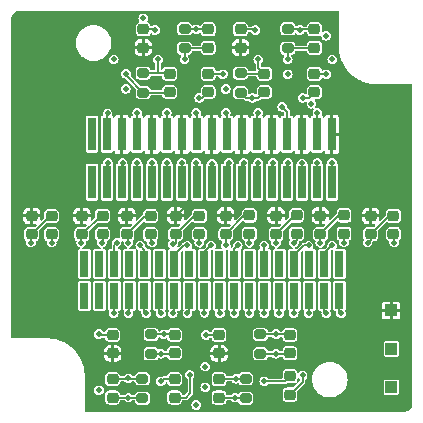
<source format=gbr>
%TF.GenerationSoftware,KiCad,Pcbnew,7.0.6-7.0.6~ubuntu22.04.1*%
%TF.CreationDate,2023-07-31T15:05:58-04:00*%
%TF.ProjectId,readout-box,72656164-6f75-4742-9d62-6f782e6b6963,rev?*%
%TF.SameCoordinates,Original*%
%TF.FileFunction,Copper,L1,Top*%
%TF.FilePolarity,Positive*%
%FSLAX46Y46*%
G04 Gerber Fmt 4.6, Leading zero omitted, Abs format (unit mm)*
G04 Created by KiCad (PCBNEW 7.0.6-7.0.6~ubuntu22.04.1) date 2023-07-31 15:05:58*
%MOMM*%
%LPD*%
G01*
G04 APERTURE LIST*
G04 Aperture macros list*
%AMRoundRect*
0 Rectangle with rounded corners*
0 $1 Rounding radius*
0 $2 $3 $4 $5 $6 $7 $8 $9 X,Y pos of 4 corners*
0 Add a 4 corners polygon primitive as box body*
4,1,4,$2,$3,$4,$5,$6,$7,$8,$9,$2,$3,0*
0 Add four circle primitives for the rounded corners*
1,1,$1+$1,$2,$3*
1,1,$1+$1,$4,$5*
1,1,$1+$1,$6,$7*
1,1,$1+$1,$8,$9*
0 Add four rect primitives between the rounded corners*
20,1,$1+$1,$2,$3,$4,$5,0*
20,1,$1+$1,$4,$5,$6,$7,0*
20,1,$1+$1,$6,$7,$8,$9,0*
20,1,$1+$1,$8,$9,$2,$3,0*%
G04 Aperture macros list end*
%TA.AperFunction,SMDPad,CuDef*%
%ADD10RoundRect,0.225000X0.250000X-0.225000X0.250000X0.225000X-0.250000X0.225000X-0.250000X-0.225000X0*%
%TD*%
%TA.AperFunction,SMDPad,CuDef*%
%ADD11RoundRect,0.200000X0.275000X-0.200000X0.275000X0.200000X-0.275000X0.200000X-0.275000X-0.200000X0*%
%TD*%
%TA.AperFunction,SMDPad,CuDef*%
%ADD12RoundRect,0.225000X-0.250000X0.225000X-0.250000X-0.225000X0.250000X-0.225000X0.250000X0.225000X0*%
%TD*%
%TA.AperFunction,ComponentPad*%
%ADD13R,1.000000X1.000000*%
%TD*%
%TA.AperFunction,SMDPad,CuDef*%
%ADD14R,0.740000X2.220000*%
%TD*%
%TA.AperFunction,SMDPad,CuDef*%
%ADD15R,0.736600X2.794000*%
%TD*%
%TA.AperFunction,ViaPad*%
%ADD16C,0.508000*%
%TD*%
%TA.AperFunction,Conductor*%
%ADD17C,0.152400*%
%TD*%
G04 APERTURE END LIST*
D10*
%TO.P,C4,1*%
%TO.N,/-20V*%
X60000000Y-41000000D03*
%TO.P,C4,2*%
%TO.N,GND*%
X60000000Y-39450000D03*
%TD*%
%TO.P,C24,1*%
%TO.N,/5V_6*%
X51062500Y-53025000D03*
%TO.P,C24,2*%
%TO.N,GND*%
X51062500Y-51475000D03*
%TD*%
D11*
%TO.P,R14,1*%
%TO.N,/DET_6*%
X58000000Y-37300000D03*
%TO.P,R14,2*%
%TO.N,/OUT_6*%
X58000000Y-35650000D03*
%TD*%
%TO.P,R16,1*%
%TO.N,/DET_7*%
X54500000Y-41050000D03*
%TO.P,R16,2*%
%TO.N,/OUT_7*%
X54500000Y-39400000D03*
%TD*%
D12*
%TO.P,C14,1*%
%TO.N,/+6.5V*%
X61500000Y-51475000D03*
%TO.P,C14,2*%
%TO.N,GND*%
X61500000Y-53025000D03*
%TD*%
%TO.P,C20,1*%
%TO.N,/+6.5V*%
X53125000Y-51500000D03*
%TO.P,C20,2*%
%TO.N,GND*%
X53125000Y-53050000D03*
%TD*%
%TO.P,C26,1*%
%TO.N,/+6.5V*%
X45062500Y-51500000D03*
%TO.P,C26,2*%
%TO.N,GND*%
X45062500Y-53050000D03*
%TD*%
%TO.P,C13,1*%
%TO.N,/OUT_2*%
X66925000Y-61570000D03*
%TO.P,C13,2*%
%TO.N,/DET_2*%
X66925000Y-63120000D03*
%TD*%
%TO.P,C32,1*%
%TO.N,/-20V*%
X66925000Y-65070000D03*
%TO.P,C32,2*%
%TO.N,GND*%
X66925000Y-66620000D03*
%TD*%
%TO.P,C7,1*%
%TO.N,/OUT_0*%
X69000000Y-35700000D03*
%TO.P,C7,2*%
%TO.N,/DET_0*%
X69000000Y-37250000D03*
%TD*%
%TO.P,C19,1*%
%TO.N,/OUT_4*%
X57175000Y-61570000D03*
%TO.P,C19,2*%
%TO.N,/DET_4*%
X57175000Y-63120000D03*
%TD*%
D10*
%TO.P,C9,1*%
%TO.N,/5V_1*%
X71500000Y-53005000D03*
%TO.P,C9,2*%
%TO.N,GND*%
X71500000Y-51455000D03*
%TD*%
%TO.P,C18,1*%
%TO.N,/5V_4*%
X59250000Y-53025000D03*
%TO.P,C18,2*%
%TO.N,GND*%
X59250000Y-51475000D03*
%TD*%
D13*
%TO.P,J1,1,Pin_1*%
%TO.N,/+6.5V*%
X75500000Y-59500000D03*
%TD*%
D11*
%TO.P,R8,1*%
%TO.N,/DET_3*%
X63175000Y-66930000D03*
%TO.P,R8,2*%
%TO.N,/OUT_3*%
X63175000Y-65280000D03*
%TD*%
D12*
%TO.P,C5,1*%
%TO.N,/+6.5V*%
X73750000Y-51500000D03*
%TO.P,C5,2*%
%TO.N,GND*%
X73750000Y-53050000D03*
%TD*%
D10*
%TO.P,C12,1*%
%TO.N,/5V_2*%
X67500000Y-53005000D03*
%TO.P,C12,2*%
%TO.N,GND*%
X67500000Y-51455000D03*
%TD*%
%TO.P,C3,1*%
%TO.N,/+6.5V*%
X54500000Y-37250000D03*
%TO.P,C3,2*%
%TO.N,GND*%
X54500000Y-35700000D03*
%TD*%
D12*
%TO.P,C16,1*%
%TO.N,/OUT_3*%
X60925000Y-65320000D03*
%TO.P,C16,2*%
%TO.N,/DET_3*%
X60925000Y-66870000D03*
%TD*%
%TO.P,C17,1*%
%TO.N,/+6.5V*%
X57250000Y-51475000D03*
%TO.P,C17,2*%
%TO.N,GND*%
X57250000Y-53025000D03*
%TD*%
D10*
%TO.P,C21,1*%
%TO.N,/5V_5*%
X55125000Y-53045000D03*
%TO.P,C21,2*%
%TO.N,GND*%
X55125000Y-51495000D03*
%TD*%
D12*
%TO.P,C8,1*%
%TO.N,/+6.5V*%
X69500000Y-51475000D03*
%TO.P,C8,2*%
%TO.N,GND*%
X69500000Y-53025000D03*
%TD*%
D11*
%TO.P,R2,1*%
%TO.N,/DET_0*%
X66750000Y-37300000D03*
%TO.P,R2,2*%
%TO.N,/OUT_0*%
X66750000Y-35650000D03*
%TD*%
D13*
%TO.P,J2,1,Pin_1*%
%TO.N,GND*%
X75500000Y-62750000D03*
%TD*%
D12*
%TO.P,C11,1*%
%TO.N,/+6.5V*%
X65750000Y-51475000D03*
%TO.P,C11,2*%
%TO.N,GND*%
X65750000Y-53025000D03*
%TD*%
%TO.P,C22,1*%
%TO.N,/OUT_5*%
X51925000Y-65320000D03*
%TO.P,C22,2*%
%TO.N,/DET_5*%
X51925000Y-66870000D03*
%TD*%
D14*
%TO.P,J5,1,Pin_1*%
%TO.N,/5V_0*%
X71120000Y-58279800D03*
%TO.P,J5,2,Pin_2*%
%TO.N,unconnected-(J5-Pin_2-Pad2)*%
X71120000Y-55549800D03*
%TO.P,J5,3,Pin_3*%
%TO.N,GND*%
X69850000Y-58279800D03*
%TO.P,J5,4,Pin_4*%
%TO.N,/DET_0*%
X69850000Y-55549800D03*
%TO.P,J5,5,Pin_5*%
%TO.N,/5V_1*%
X68580000Y-58279800D03*
%TO.P,J5,6,Pin_6*%
%TO.N,unconnected-(J5-Pin_6-Pad6)*%
X68580000Y-55549800D03*
%TO.P,J5,7,Pin_7*%
%TO.N,GND*%
X67310000Y-58279800D03*
%TO.P,J5,8,Pin_8*%
%TO.N,/DET_1*%
X67310000Y-55549800D03*
%TO.P,J5,9,Pin_9*%
%TO.N,/5V_2*%
X66040000Y-58279800D03*
%TO.P,J5,10,Pin_10*%
%TO.N,unconnected-(J5-Pin_10-Pad10)*%
X66040000Y-55549800D03*
%TO.P,J5,11,Pin_11*%
%TO.N,GND*%
X64770000Y-58279800D03*
%TO.P,J5,12,Pin_12*%
%TO.N,/DET_2*%
X64770000Y-55549800D03*
%TO.P,J5,13,Pin_13*%
%TO.N,/5V_3*%
X63500000Y-58279800D03*
%TO.P,J5,14,Pin_14*%
%TO.N,unconnected-(J5-Pin_14-Pad14)*%
X63500000Y-55549800D03*
%TO.P,J5,15,Pin_15*%
%TO.N,GND*%
X62230000Y-58279800D03*
%TO.P,J5,16,Pin_16*%
%TO.N,/DET_3*%
X62230000Y-55549800D03*
%TO.P,J5,17,Pin_17*%
%TO.N,/5V_4*%
X60960000Y-58279800D03*
%TO.P,J5,18,Pin_18*%
%TO.N,unconnected-(J5-Pin_18-Pad18)*%
X60960000Y-55549800D03*
%TO.P,J5,19,Pin_19*%
%TO.N,GND*%
X59690000Y-58279800D03*
%TO.P,J5,20,Pin_20*%
%TO.N,/DET_4*%
X59690000Y-55549800D03*
%TO.P,J5,21,Pin_21*%
%TO.N,/5V_5*%
X58420000Y-58279800D03*
%TO.P,J5,22,Pin_22*%
%TO.N,unconnected-(J5-Pin_22-Pad22)*%
X58420000Y-55549800D03*
%TO.P,J5,23,Pin_23*%
%TO.N,GND*%
X57150000Y-58279800D03*
%TO.P,J5,24,Pin_24*%
%TO.N,/DET_5*%
X57150000Y-55549800D03*
%TO.P,J5,25,Pin_25*%
%TO.N,/5V_6*%
X55880000Y-58279800D03*
%TO.P,J5,26,Pin_26*%
%TO.N,unconnected-(J5-Pin_26-Pad26)*%
X55880000Y-55549800D03*
%TO.P,J5,27,Pin_27*%
%TO.N,GND*%
X54610000Y-58279800D03*
%TO.P,J5,28,Pin_28*%
%TO.N,/DET_6*%
X54610000Y-55549800D03*
%TO.P,J5,29,Pin_29*%
%TO.N,/5V_7*%
X53340000Y-58279800D03*
%TO.P,J5,30,Pin_30*%
%TO.N,unconnected-(J5-Pin_30-Pad30)*%
X53340000Y-55549800D03*
%TO.P,J5,31,Pin_31*%
%TO.N,GND*%
X52070000Y-58279800D03*
%TO.P,J5,32,Pin_32*%
%TO.N,/DET_7*%
X52070000Y-55549800D03*
%TO.P,J5,33,Pin_33*%
%TO.N,unconnected-(J5-Pin_33-Pad33)*%
X50800000Y-58279800D03*
%TO.P,J5,34,Pin_34*%
%TO.N,unconnected-(J5-Pin_34-Pad34)*%
X50800000Y-55549800D03*
%TO.P,J5,35,Pin_35*%
%TO.N,unconnected-(J5-Pin_35-Pad35)*%
X49530000Y-58279800D03*
%TO.P,J5,36,Pin_36*%
%TO.N,unconnected-(J5-Pin_36-Pad36)*%
X49530000Y-55549800D03*
%TD*%
D10*
%TO.P,C15,1*%
%TO.N,/5V_3*%
X63500000Y-53005000D03*
%TO.P,C15,2*%
%TO.N,GND*%
X63500000Y-51455000D03*
%TD*%
D13*
%TO.P,J3,1,Pin_1*%
%TO.N,/-20V*%
X75500000Y-66000000D03*
%TD*%
D12*
%TO.P,C25,1*%
%TO.N,/OUT_6*%
X60000000Y-35700000D03*
%TO.P,C25,2*%
%TO.N,/DET_6*%
X60000000Y-37250000D03*
%TD*%
D10*
%TO.P,C31,1*%
%TO.N,/+6.5V*%
X60925000Y-63120000D03*
%TO.P,C31,2*%
%TO.N,GND*%
X60925000Y-61570000D03*
%TD*%
%TO.P,C29,1*%
%TO.N,/+6.5V*%
X62750000Y-37250000D03*
%TO.P,C29,2*%
%TO.N,GND*%
X62750000Y-35700000D03*
%TD*%
D11*
%TO.P,R10,1*%
%TO.N,/DET_4*%
X55175000Y-63170000D03*
%TO.P,R10,2*%
%TO.N,/OUT_4*%
X55175000Y-61520000D03*
%TD*%
D12*
%TO.P,C10,1*%
%TO.N,/OUT_1*%
X64750000Y-39450000D03*
%TO.P,C10,2*%
%TO.N,/DET_1*%
X64750000Y-41000000D03*
%TD*%
%TO.P,C28,1*%
%TO.N,/OUT_7*%
X56750000Y-39450000D03*
%TO.P,C28,2*%
%TO.N,/DET_7*%
X56750000Y-41000000D03*
%TD*%
D11*
%TO.P,R6,1*%
%TO.N,/DET_2*%
X64425000Y-63170000D03*
%TO.P,R6,2*%
%TO.N,/OUT_2*%
X64425000Y-61520000D03*
%TD*%
D15*
%TO.P,J4,1,Pin_1*%
%TO.N,/+6.5V*%
X70485000Y-44577000D03*
%TO.P,J4,2,Pin_2*%
%TO.N,/-20V*%
X70485000Y-48641000D03*
%TO.P,J4,3,Pin_3*%
%TO.N,GND*%
X69215000Y-44577000D03*
%TO.P,J4,4,Pin_4*%
%TO.N,/OUT_0*%
X69215000Y-48641000D03*
%TO.P,J4,5,Pin_5*%
%TO.N,/+6.5V*%
X67945000Y-44577000D03*
%TO.P,J4,6,Pin_6*%
%TO.N,/-20V*%
X67945000Y-48641000D03*
%TO.P,J4,7,Pin_7*%
%TO.N,GND*%
X66675000Y-44577000D03*
%TO.P,J4,8,Pin_8*%
%TO.N,/OUT_1*%
X66675000Y-48641000D03*
%TO.P,J4,9,Pin_9*%
%TO.N,/+6.5V*%
X65405000Y-44577000D03*
%TO.P,J4,10,Pin_10*%
%TO.N,/-20V*%
X65405000Y-48641000D03*
%TO.P,J4,11,Pin_11*%
%TO.N,GND*%
X64135000Y-44577000D03*
%TO.P,J4,12,Pin_12*%
%TO.N,/OUT_2*%
X64135000Y-48641000D03*
%TO.P,J4,13,Pin_13*%
%TO.N,/+6.5V*%
X62865000Y-44577000D03*
%TO.P,J4,14,Pin_14*%
%TO.N,/-20V*%
X62865000Y-48641000D03*
%TO.P,J4,15,Pin_15*%
%TO.N,GND*%
X61595000Y-44577000D03*
%TO.P,J4,16,Pin_16*%
%TO.N,/OUT_3*%
X61595000Y-48641000D03*
%TO.P,J4,17,Pin_17*%
%TO.N,/+6.5V*%
X60325000Y-44577000D03*
%TO.P,J4,18,Pin_18*%
%TO.N,/-20V*%
X60325000Y-48641000D03*
%TO.P,J4,19,Pin_19*%
%TO.N,GND*%
X59055000Y-44577000D03*
%TO.P,J4,20,Pin_20*%
%TO.N,/OUT_4*%
X59055000Y-48641000D03*
%TO.P,J4,21,Pin_21*%
%TO.N,/+6.5V*%
X57785000Y-44577000D03*
%TO.P,J4,22,Pin_22*%
%TO.N,/-20V*%
X57785000Y-48641000D03*
%TO.P,J4,23,Pin_23*%
%TO.N,GND*%
X56515000Y-44577000D03*
%TO.P,J4,24,Pin_24*%
%TO.N,/OUT_5*%
X56515000Y-48641000D03*
%TO.P,J4,25,Pin_25*%
%TO.N,/+6.5V*%
X55245000Y-44577000D03*
%TO.P,J4,26,Pin_26*%
%TO.N,/-20V*%
X55245000Y-48641000D03*
%TO.P,J4,27,Pin_27*%
%TO.N,GND*%
X53975000Y-44577000D03*
%TO.P,J4,28,Pin_28*%
%TO.N,/OUT_6*%
X53975000Y-48641000D03*
%TO.P,J4,29,Pin_29*%
%TO.N,/+6.5V*%
X52705000Y-44577000D03*
%TO.P,J4,30,Pin_30*%
%TO.N,/-20V*%
X52705000Y-48641000D03*
%TO.P,J4,31,Pin_31*%
%TO.N,GND*%
X51435000Y-44577000D03*
%TO.P,J4,32,Pin_32*%
%TO.N,/OUT_7*%
X51435000Y-48641000D03*
%TO.P,J4,33,Pin_33*%
%TO.N,unconnected-(J4-Pin_33-Pad33)*%
X50165000Y-44577000D03*
%TO.P,J4,34,Pin_34*%
%TO.N,unconnected-(J4-Pin_34-Pad34)*%
X50165000Y-48641000D03*
%TD*%
D11*
%TO.P,R12,1*%
%TO.N,/DET_5*%
X54425000Y-66930000D03*
%TO.P,R12,2*%
%TO.N,/OUT_5*%
X54425000Y-65280000D03*
%TD*%
D10*
%TO.P,C6,1*%
%TO.N,/5V_0*%
X75689000Y-53025000D03*
%TO.P,C6,2*%
%TO.N,GND*%
X75689000Y-51475000D03*
%TD*%
D11*
%TO.P,R4,1*%
%TO.N,/DET_1*%
X62750000Y-41050000D03*
%TO.P,R4,2*%
%TO.N,/OUT_1*%
X62750000Y-39400000D03*
%TD*%
D12*
%TO.P,C23,1*%
%TO.N,/+6.5V*%
X49312500Y-51500000D03*
%TO.P,C23,2*%
%TO.N,GND*%
X49312500Y-53050000D03*
%TD*%
D10*
%TO.P,C27,1*%
%TO.N,/5V_7*%
X46750000Y-53065000D03*
%TO.P,C27,2*%
%TO.N,GND*%
X46750000Y-51515000D03*
%TD*%
%TO.P,C30,1*%
%TO.N,/-20V*%
X69000000Y-41000000D03*
%TO.P,C30,2*%
%TO.N,GND*%
X69000000Y-39450000D03*
%TD*%
D12*
%TO.P,C2,1*%
%TO.N,/-20V*%
X57175000Y-65320000D03*
%TO.P,C2,2*%
%TO.N,GND*%
X57175000Y-66870000D03*
%TD*%
D10*
%TO.P,C1,1*%
%TO.N,/+6.5V*%
X51925000Y-63120000D03*
%TO.P,C1,2*%
%TO.N,GND*%
X51925000Y-61570000D03*
%TD*%
D16*
%TO.N,/+6.5V*%
X64250000Y-37000000D03*
X62250000Y-62500000D03*
X67500000Y-50500000D03*
X53250000Y-62500000D03*
X71500000Y-50599100D03*
X55250000Y-50639100D03*
X51250000Y-50619100D03*
X47000000Y-50659100D03*
X55750000Y-37000000D03*
X75750000Y-50500000D03*
X63500000Y-50599100D03*
X59250000Y-50619100D03*
%TO.N,/-20V*%
X59250000Y-41500000D03*
X60325000Y-47075000D03*
X57750000Y-47000000D03*
X68000000Y-41500000D03*
X67945000Y-47055000D03*
X63000000Y-47000000D03*
X56000000Y-65500000D03*
X52750000Y-47000000D03*
X65500000Y-47000000D03*
X70485000Y-47015000D03*
X55250000Y-47000000D03*
X64750000Y-65500000D03*
%TO.N,/OUT_1*%
X66750000Y-47000000D03*
X64250000Y-38250000D03*
X66750000Y-39500000D03*
%TO.N,/DET_0*%
X66750000Y-38250000D03*
X70500000Y-54000000D03*
X70500000Y-38250000D03*
%TO.N,/OUT_2*%
X65750000Y-61500000D03*
X64250000Y-47000000D03*
%TO.N,/OUT_3*%
X62359984Y-65281054D03*
X61750000Y-47000000D03*
%TO.N,/OUT_4*%
X59000000Y-47000000D03*
X56250000Y-61520000D03*
%TO.N,/OUT_5*%
X53250000Y-65250000D03*
X56500000Y-47000000D03*
%TO.N,/OUT_6*%
X59000000Y-35700000D03*
X53975000Y-47025000D03*
X54500000Y-34750000D03*
%TO.N,/DET_2*%
X64750000Y-54000000D03*
X65750000Y-63170000D03*
%TO.N,/OUT_7*%
X52000000Y-38250000D03*
X55750000Y-38250000D03*
X51500000Y-47000000D03*
%TO.N,/5V_1*%
X68500000Y-59750000D03*
X71500000Y-53750000D03*
%TO.N,/DET_3*%
X62250000Y-66870000D03*
X62500000Y-54000000D03*
%TO.N,/DET_1*%
X68750000Y-42000000D03*
X63750000Y-41500000D03*
X68500000Y-54000000D03*
%TO.N,/5V_2*%
X66000000Y-59750000D03*
X67250000Y-53750000D03*
%TO.N,/DET_4*%
X56000000Y-63170000D03*
X59750000Y-64250000D03*
X60250000Y-54000000D03*
%TO.N,/5V_3*%
X63500000Y-59750000D03*
X63500000Y-53750000D03*
%TO.N,/5V_4*%
X61000000Y-59750000D03*
X59250000Y-53750000D03*
%TO.N,/DET_5*%
X53250000Y-66870000D03*
X58250000Y-54000000D03*
X59000000Y-67500000D03*
%TO.N,/5V_5*%
X58250000Y-59750000D03*
X55250000Y-53750000D03*
%TO.N,/5V_6*%
X51000000Y-53750000D03*
X56000000Y-59750000D03*
%TO.N,/DET_6*%
X58000000Y-38250000D03*
X54250000Y-54000000D03*
%TO.N,/5V_7*%
X46750000Y-53750000D03*
X53250000Y-59750000D03*
%TO.N,/DET_7*%
X52250000Y-53750000D03*
X53040000Y-39460000D03*
%TO.N,GND*%
X54000000Y-42750000D03*
X70000000Y-39500000D03*
X67250000Y-59750000D03*
X58430000Y-64930000D03*
X70000000Y-59750000D03*
X54750000Y-59750000D03*
X45000000Y-53750000D03*
X59690000Y-59690000D03*
X56500000Y-42750000D03*
X64750000Y-59750000D03*
X53020000Y-40730000D03*
X62230000Y-59730000D03*
X52000000Y-59750000D03*
X50750000Y-61500000D03*
X66267400Y-42252184D03*
X59750000Y-66000000D03*
X50750000Y-66250000D03*
X51482600Y-42815000D03*
X64000000Y-35750000D03*
X61500000Y-42750000D03*
X64250000Y-42750000D03*
X59000000Y-42750000D03*
X49250000Y-53750000D03*
X65750000Y-53750000D03*
X61250000Y-39500000D03*
X59820000Y-61570000D03*
X57000000Y-59750000D03*
X55500000Y-35750000D03*
X57017400Y-53874667D03*
X68000000Y-65000000D03*
X61500000Y-54000000D03*
X73500000Y-53750000D03*
X53250000Y-53750000D03*
X69250000Y-42750000D03*
X61500000Y-40750000D03*
X69500000Y-53750000D03*
%TO.N,/5V_0*%
X71250000Y-59750000D03*
X75750000Y-53750000D03*
%TO.N,/OUT_0*%
X70000000Y-36250000D03*
X67750000Y-35750000D03*
X69250000Y-47000000D03*
%TD*%
D17*
%TO.N,/+6.5V*%
X53250000Y-62500000D02*
X52630000Y-63120000D01*
X57250000Y-51475000D02*
X58105900Y-50619100D01*
X61630000Y-63120000D02*
X60925000Y-63120000D01*
X62750000Y-37250000D02*
X64000000Y-37250000D01*
X54500000Y-37250000D02*
X55500000Y-37250000D01*
X58105900Y-50619100D02*
X59250000Y-50619100D01*
X62250000Y-62500000D02*
X61630000Y-63120000D01*
X55500000Y-37250000D02*
X55750000Y-37000000D01*
X64000000Y-37250000D02*
X64250000Y-37000000D01*
X52630000Y-63120000D02*
X51925000Y-63120000D01*
%TO.N,/-20V*%
X66495000Y-65500000D02*
X66925000Y-65070000D01*
X59500000Y-41500000D02*
X60000000Y-41000000D01*
X57175000Y-65320000D02*
X56180000Y-65320000D01*
X55245000Y-47005000D02*
X55250000Y-47000000D01*
X52705000Y-47045000D02*
X52750000Y-47000000D01*
X68500000Y-41500000D02*
X68000000Y-41500000D01*
X59250000Y-41500000D02*
X59500000Y-41500000D01*
X60325000Y-47075000D02*
X60325000Y-48641000D01*
X55245000Y-48641000D02*
X55245000Y-47005000D01*
X64750000Y-65500000D02*
X66495000Y-65500000D01*
X65405000Y-47095000D02*
X65500000Y-47000000D01*
X56180000Y-65320000D02*
X56000000Y-65500000D01*
X67945000Y-48641000D02*
X67945000Y-47055000D01*
X57785000Y-48641000D02*
X57785000Y-47035000D01*
X70485000Y-48641000D02*
X70485000Y-47015000D01*
X62865000Y-48641000D02*
X62865000Y-47135000D01*
X62865000Y-47135000D02*
X63000000Y-47000000D01*
X52705000Y-48641000D02*
X52705000Y-47045000D01*
X57785000Y-47035000D02*
X57750000Y-47000000D01*
X69000000Y-41000000D02*
X68500000Y-41500000D01*
X65405000Y-48641000D02*
X65405000Y-47095000D01*
%TO.N,/OUT_1*%
X64750000Y-39450000D02*
X62800000Y-39450000D01*
X64250000Y-38950000D02*
X64750000Y-39450000D01*
X62800000Y-39450000D02*
X62750000Y-39400000D01*
X64250000Y-38250000D02*
X64250000Y-38950000D01*
X66675000Y-47075000D02*
X66750000Y-47000000D01*
X66675000Y-48641000D02*
X66675000Y-47075000D01*
%TO.N,/DET_0*%
X66750000Y-37300000D02*
X68950000Y-37300000D01*
X68950000Y-37300000D02*
X69000000Y-37250000D01*
X69850000Y-54650000D02*
X70500000Y-54000000D01*
X69850000Y-55549800D02*
X69850000Y-54650000D01*
X66750000Y-38250000D02*
X66750000Y-37300000D01*
%TO.N,/OUT_2*%
X64135000Y-47115000D02*
X64250000Y-47000000D01*
X64425000Y-61520000D02*
X66875000Y-61520000D01*
X66875000Y-61520000D02*
X66925000Y-61570000D01*
X64135000Y-48641000D02*
X64135000Y-47115000D01*
%TO.N,/OUT_3*%
X60965000Y-65280000D02*
X60925000Y-65320000D01*
X61595000Y-47155000D02*
X61750000Y-47000000D01*
X63175000Y-65280000D02*
X60965000Y-65280000D01*
X61595000Y-48641000D02*
X61595000Y-47155000D01*
%TO.N,/OUT_4*%
X56250000Y-61520000D02*
X57125000Y-61520000D01*
X57125000Y-61520000D02*
X57175000Y-61570000D01*
X59055000Y-47055000D02*
X59000000Y-47000000D01*
X55175000Y-61520000D02*
X56250000Y-61520000D01*
X59055000Y-48641000D02*
X59055000Y-47055000D01*
%TO.N,/OUT_5*%
X51965000Y-65280000D02*
X51925000Y-65320000D01*
X54425000Y-65280000D02*
X51965000Y-65280000D01*
X56515000Y-48641000D02*
X56515000Y-47015000D01*
X56515000Y-47015000D02*
X56500000Y-47000000D01*
%TO.N,/OUT_6*%
X53975000Y-48641000D02*
X53975000Y-47025000D01*
X60000000Y-35700000D02*
X59000000Y-35700000D01*
X59000000Y-35700000D02*
X58050000Y-35700000D01*
X58050000Y-35700000D02*
X58000000Y-35650000D01*
%TO.N,/DET_2*%
X64770000Y-54020000D02*
X64750000Y-54000000D01*
X66875000Y-63170000D02*
X66925000Y-63120000D01*
X65750000Y-63170000D02*
X66875000Y-63170000D01*
X64770000Y-55549800D02*
X64770000Y-54020000D01*
X64425000Y-63170000D02*
X65750000Y-63170000D01*
%TO.N,/OUT_7*%
X51435000Y-48641000D02*
X51435000Y-47065000D01*
X56700000Y-39400000D02*
X56750000Y-39450000D01*
X51435000Y-47065000D02*
X51500000Y-47000000D01*
X54500000Y-39400000D02*
X55750000Y-39400000D01*
X55750000Y-38250000D02*
X55750000Y-39400000D01*
X55750000Y-39400000D02*
X56700000Y-39400000D01*
%TO.N,/5V_1*%
X68580000Y-59670000D02*
X68500000Y-59750000D01*
X68580000Y-58279800D02*
X68580000Y-59670000D01*
X71500000Y-53005000D02*
X71500000Y-53750000D01*
%TO.N,/DET_3*%
X62250000Y-66870000D02*
X63115000Y-66870000D01*
X60925000Y-66870000D02*
X62250000Y-66870000D01*
X62230000Y-55549800D02*
X62230000Y-54270000D01*
X63115000Y-66870000D02*
X63175000Y-66930000D01*
X62230000Y-54270000D02*
X62500000Y-54000000D01*
%TO.N,/DET_1*%
X63750000Y-41500000D02*
X64250000Y-41500000D01*
X67310000Y-55549800D02*
X67310000Y-54809800D01*
X64250000Y-41500000D02*
X64750000Y-41000000D01*
X63200000Y-41500000D02*
X62750000Y-41050000D01*
X67310000Y-54809800D02*
X68119800Y-54000000D01*
X63750000Y-41500000D02*
X63200000Y-41500000D01*
X68119800Y-54000000D02*
X68500000Y-54000000D01*
%TO.N,/5V_2*%
X67500000Y-53005000D02*
X67500000Y-53500000D01*
X66040000Y-58279800D02*
X66040000Y-59710000D01*
X66040000Y-59710000D02*
X66000000Y-59750000D01*
X67500000Y-53500000D02*
X67250000Y-53750000D01*
%TO.N,/DET_4*%
X56000000Y-63170000D02*
X57125000Y-63170000D01*
X55175000Y-63170000D02*
X56000000Y-63170000D01*
X57125000Y-63170000D02*
X57175000Y-63120000D01*
X59690000Y-55549800D02*
X59690000Y-54560000D01*
X59690000Y-54560000D02*
X60250000Y-54000000D01*
%TO.N,/5V_3*%
X63500000Y-58279800D02*
X63500000Y-59750000D01*
X63500000Y-53750000D02*
X63500000Y-53005000D01*
%TO.N,/5V_4*%
X59250000Y-53750000D02*
X59250000Y-53025000D01*
X60960000Y-59710000D02*
X61000000Y-59750000D01*
X60960000Y-58279800D02*
X60960000Y-59710000D01*
%TO.N,/DET_5*%
X57150000Y-55549800D02*
X57150000Y-54809800D01*
X51925000Y-66870000D02*
X53250000Y-66870000D01*
X54365000Y-66870000D02*
X54425000Y-66930000D01*
X57150000Y-54809800D02*
X57959800Y-54000000D01*
X53250000Y-66870000D02*
X54365000Y-66870000D01*
X57959800Y-54000000D02*
X58250000Y-54000000D01*
%TO.N,/5V_5*%
X55125000Y-53045000D02*
X55125000Y-53625000D01*
X55125000Y-53625000D02*
X55250000Y-53750000D01*
X58420000Y-58279800D02*
X58420000Y-59580000D01*
X58420000Y-59580000D02*
X58250000Y-59750000D01*
%TO.N,/5V_6*%
X51062500Y-53025000D02*
X51062500Y-53687500D01*
X51062500Y-53687500D02*
X51000000Y-53750000D01*
X55880000Y-59630000D02*
X56000000Y-59750000D01*
X55880000Y-58279800D02*
X55880000Y-59630000D01*
%TO.N,/DET_6*%
X58000000Y-37300000D02*
X59950000Y-37300000D01*
X59950000Y-37300000D02*
X60000000Y-37250000D01*
X54610000Y-55549800D02*
X54610000Y-54360000D01*
X58000000Y-38250000D02*
X58000000Y-37300000D01*
X54610000Y-54360000D02*
X54250000Y-54000000D01*
%TO.N,/5V_7*%
X53340000Y-59660000D02*
X53250000Y-59750000D01*
X46750000Y-53065000D02*
X46750000Y-53750000D01*
X53340000Y-58279800D02*
X53340000Y-59660000D01*
%TO.N,/DET_7*%
X52070000Y-55549800D02*
X52070000Y-53930000D01*
X56700000Y-41050000D02*
X56750000Y-41000000D01*
X53040000Y-39460000D02*
X53040000Y-39590000D01*
X54500000Y-41050000D02*
X56700000Y-41050000D01*
X52070000Y-53930000D02*
X52250000Y-53750000D01*
X53040000Y-39590000D02*
X54500000Y-41050000D01*
%TO.N,GND*%
X56515000Y-42765000D02*
X56500000Y-42750000D01*
X51925000Y-61570000D02*
X50820000Y-61570000D01*
X62230000Y-58279800D02*
X62230000Y-59730000D01*
X57150000Y-59600000D02*
X57000000Y-59750000D01*
X51062500Y-51475000D02*
X50887500Y-51475000D01*
X75325000Y-51475000D02*
X73750000Y-53050000D01*
X53250000Y-53175000D02*
X53125000Y-53050000D01*
X66925000Y-66620000D02*
X68000000Y-65545000D01*
X49250000Y-53750000D02*
X49250000Y-53112500D01*
X63500000Y-51455000D02*
X63070000Y-51455000D01*
X54610000Y-59610000D02*
X54750000Y-59750000D01*
X58130000Y-66870000D02*
X58500000Y-66500000D01*
X55125000Y-51495000D02*
X54680000Y-51495000D01*
X45000000Y-53112500D02*
X45062500Y-53050000D01*
X57175000Y-66870000D02*
X58130000Y-66870000D01*
X59250000Y-51475000D02*
X58800000Y-51475000D01*
X49250000Y-53112500D02*
X49312500Y-53050000D01*
X54500000Y-35700000D02*
X55450000Y-35700000D01*
X64135000Y-42865000D02*
X64250000Y-42750000D01*
X56515000Y-44577000D02*
X56515000Y-42765000D01*
X71500000Y-51455000D02*
X71070000Y-51455000D01*
X53975000Y-44577000D02*
X53975000Y-42775000D01*
X50820000Y-61570000D02*
X50750000Y-61500000D01*
X53975000Y-42775000D02*
X54000000Y-42750000D01*
X66675000Y-42659784D02*
X66267400Y-42252184D01*
X52070000Y-59680000D02*
X52000000Y-59750000D01*
X50887500Y-51475000D02*
X49312500Y-53050000D01*
X46597500Y-51515000D02*
X45062500Y-53050000D01*
X61500000Y-53025000D02*
X61500000Y-54000000D01*
X73750000Y-53050000D02*
X73750000Y-53500000D01*
X52070000Y-58279800D02*
X52070000Y-59680000D01*
X75689000Y-51475000D02*
X75325000Y-51475000D01*
X54610000Y-58279800D02*
X54610000Y-59610000D01*
X58500000Y-65000000D02*
X58430000Y-64930000D01*
X63950000Y-35700000D02*
X64000000Y-35750000D01*
X57250000Y-53750000D02*
X57125333Y-53874667D01*
X67310000Y-59690000D02*
X67250000Y-59750000D01*
X71070000Y-51455000D02*
X69500000Y-53025000D01*
X51435000Y-44577000D02*
X51435000Y-42862600D01*
X62750000Y-35700000D02*
X63950000Y-35700000D01*
X61595000Y-44577000D02*
X61595000Y-42845000D01*
X66675000Y-44577000D02*
X66675000Y-42659784D01*
X69850000Y-59600000D02*
X70000000Y-59750000D01*
X46750000Y-51515000D02*
X46597500Y-51515000D01*
X69950000Y-39450000D02*
X70000000Y-39500000D01*
X59055000Y-44577000D02*
X59055000Y-42805000D01*
X64135000Y-44577000D02*
X64135000Y-42865000D01*
X61595000Y-42845000D02*
X61500000Y-42750000D01*
X61200000Y-39450000D02*
X61250000Y-39500000D01*
X53250000Y-53750000D02*
X53250000Y-53175000D01*
X57125333Y-53874667D02*
X57017400Y-53874667D01*
X67310000Y-58279800D02*
X67310000Y-59690000D01*
X64770000Y-58279800D02*
X64770000Y-59730000D01*
X57250000Y-53025000D02*
X57250000Y-53750000D01*
X55450000Y-35700000D02*
X55500000Y-35750000D01*
X51435000Y-42862600D02*
X51482600Y-42815000D01*
X59055000Y-42805000D02*
X59000000Y-42750000D01*
X60925000Y-61570000D02*
X59820000Y-61570000D01*
X73750000Y-53500000D02*
X73500000Y-53750000D01*
X69850000Y-58279800D02*
X69850000Y-59600000D01*
X65750000Y-53750000D02*
X65750000Y-53025000D01*
X63070000Y-51455000D02*
X61500000Y-53025000D01*
X59690000Y-58279800D02*
X59690000Y-59690000D01*
X69500000Y-53025000D02*
X69500000Y-53750000D01*
X67500000Y-51455000D02*
X67320000Y-51455000D01*
X60000000Y-39450000D02*
X61200000Y-39450000D01*
X45000000Y-53750000D02*
X45000000Y-53112500D01*
X64770000Y-59730000D02*
X64750000Y-59750000D01*
X58500000Y-66500000D02*
X58500000Y-65000000D01*
X69000000Y-39450000D02*
X69950000Y-39450000D01*
X68000000Y-65545000D02*
X68000000Y-65000000D01*
X58800000Y-51475000D02*
X57250000Y-53025000D01*
X69215000Y-42785000D02*
X69250000Y-42750000D01*
X57150000Y-58279800D02*
X57150000Y-59600000D01*
X67320000Y-51455000D02*
X65750000Y-53025000D01*
X54680000Y-51495000D02*
X53125000Y-53050000D01*
X69215000Y-44577000D02*
X69215000Y-42785000D01*
%TO.N,/5V_0*%
X71120000Y-58279800D02*
X71120000Y-59620000D01*
X75750000Y-53086000D02*
X75689000Y-53025000D01*
X71120000Y-59620000D02*
X71250000Y-59750000D01*
X75750000Y-53750000D02*
X75750000Y-53086000D01*
%TO.N,/OUT_0*%
X69215000Y-48641000D02*
X69215000Y-47035000D01*
X69000000Y-35700000D02*
X66800000Y-35700000D01*
X66800000Y-35700000D02*
X66750000Y-35650000D01*
X69215000Y-47035000D02*
X69250000Y-47000000D01*
%TD*%
%TA.AperFunction,Conductor*%
%TO.N,/+6.5V*%
G36*
X71021638Y-34125093D02*
G01*
X71047358Y-34169642D01*
X71048500Y-34182700D01*
X71048500Y-37273561D01*
X71084156Y-37612806D01*
X71084158Y-37612820D01*
X71155081Y-37946482D01*
X71260494Y-38270912D01*
X71301117Y-38362152D01*
X71397732Y-38579154D01*
X71399242Y-38582544D01*
X71569798Y-38877957D01*
X71569804Y-38877965D01*
X71770297Y-39153920D01*
X71770301Y-39153924D01*
X71770308Y-39153934D01*
X71998563Y-39407437D01*
X72252066Y-39635692D01*
X72252075Y-39635699D01*
X72252079Y-39635702D01*
X72528034Y-39836195D01*
X72528042Y-39836201D01*
X72730170Y-39952899D01*
X72823460Y-40006760D01*
X73135091Y-40145507D01*
X73459518Y-40250919D01*
X73793185Y-40321843D01*
X74094744Y-40353538D01*
X74132438Y-40357500D01*
X74132439Y-40357500D01*
X74277933Y-40357500D01*
X77223300Y-40357500D01*
X77271638Y-40375093D01*
X77297358Y-40419642D01*
X77298500Y-40432700D01*
X77298500Y-67351150D01*
X77298319Y-67354838D01*
X77284900Y-67491070D01*
X77282024Y-67505527D01*
X77243902Y-67631199D01*
X77238261Y-67644818D01*
X77176351Y-67760646D01*
X77168160Y-67772904D01*
X77084846Y-67874422D01*
X77074422Y-67884846D01*
X76972904Y-67968160D01*
X76960646Y-67976351D01*
X76844818Y-68038261D01*
X76831199Y-68043902D01*
X76705527Y-68082024D01*
X76691070Y-68084900D01*
X76554838Y-68098319D01*
X76551150Y-68098500D01*
X49632700Y-68098500D01*
X49584362Y-68080907D01*
X49558642Y-68036358D01*
X49557500Y-68023300D01*
X49557500Y-67500000D01*
X58588028Y-67500000D01*
X58608191Y-67627307D01*
X58666708Y-67742152D01*
X58757847Y-67833291D01*
X58757849Y-67833292D01*
X58872692Y-67891808D01*
X58872694Y-67891809D01*
X58970487Y-67907297D01*
X58999999Y-67911972D01*
X59000000Y-67911972D01*
X59000001Y-67911972D01*
X59020163Y-67908778D01*
X59127306Y-67891809D01*
X59242151Y-67833292D01*
X59333292Y-67742151D01*
X59391809Y-67627306D01*
X59411972Y-67500000D01*
X59391809Y-67372694D01*
X59333292Y-67257849D01*
X59333291Y-67257847D01*
X59242152Y-67166708D01*
X59171792Y-67130858D01*
X60297100Y-67130858D01*
X60297101Y-67130863D01*
X60307801Y-67204317D01*
X60307802Y-67204319D01*
X60363195Y-67317627D01*
X60452372Y-67406804D01*
X60452373Y-67406804D01*
X60452375Y-67406806D01*
X60565681Y-67462198D01*
X60639137Y-67472900D01*
X61210862Y-67472899D01*
X61284319Y-67462198D01*
X61397625Y-67406806D01*
X61486806Y-67317625D01*
X61542198Y-67204319D01*
X61548151Y-67163458D01*
X61572529Y-67118162D01*
X61620320Y-67099134D01*
X61622565Y-67099100D01*
X61872508Y-67099100D01*
X61920846Y-67116693D01*
X61925682Y-67121126D01*
X62007847Y-67203291D01*
X62007849Y-67203292D01*
X62122692Y-67261808D01*
X62122694Y-67261809D01*
X62220487Y-67277297D01*
X62249999Y-67281972D01*
X62250000Y-67281972D01*
X62250001Y-67281972D01*
X62273958Y-67278177D01*
X62377306Y-67261809D01*
X62377308Y-67261808D01*
X62377309Y-67261808D01*
X62464751Y-67217253D01*
X62515807Y-67210983D01*
X62558949Y-67238999D01*
X62566450Y-67251227D01*
X62594266Y-67308125D01*
X62608822Y-67337900D01*
X62692099Y-67421177D01*
X62692100Y-67421177D01*
X62692102Y-67421179D01*
X62797912Y-67472906D01*
X62848180Y-67480230D01*
X62866497Y-67482899D01*
X62866502Y-67482899D01*
X62866506Y-67482900D01*
X62866508Y-67482900D01*
X63483492Y-67482900D01*
X63483494Y-67482900D01*
X63483498Y-67482899D01*
X63483502Y-67482899D01*
X63493245Y-67481479D01*
X63552088Y-67472906D01*
X63657898Y-67421179D01*
X63741179Y-67337898D01*
X63792906Y-67232088D01*
X63802900Y-67163494D01*
X63802900Y-66696506D01*
X63792906Y-66627912D01*
X63741179Y-66522102D01*
X63741177Y-66522100D01*
X63741177Y-66522099D01*
X63657900Y-66438822D01*
X63624257Y-66422375D01*
X63552088Y-66387094D01*
X63483502Y-66377100D01*
X63483494Y-66377100D01*
X62866506Y-66377100D01*
X62866497Y-66377100D01*
X62797911Y-66387094D01*
X62692101Y-66438821D01*
X62608819Y-66522104D01*
X62605723Y-66526440D01*
X62563313Y-66555551D01*
X62512113Y-66550590D01*
X62497094Y-66539968D01*
X62496937Y-66540185D01*
X62492152Y-66536708D01*
X62377306Y-66478191D01*
X62377308Y-66478191D01*
X62250001Y-66458028D01*
X62249999Y-66458028D01*
X62122692Y-66478191D01*
X62007847Y-66536708D01*
X61925682Y-66618874D01*
X61879062Y-66640614D01*
X61872508Y-66640900D01*
X61622565Y-66640900D01*
X61574227Y-66623307D01*
X61548507Y-66578758D01*
X61548150Y-66576540D01*
X61547769Y-66573927D01*
X61542198Y-66535681D01*
X61486806Y-66422375D01*
X61486804Y-66422373D01*
X61486804Y-66422372D01*
X61397627Y-66333195D01*
X61389807Y-66329372D01*
X61284319Y-66277802D01*
X61284318Y-66277801D01*
X61210867Y-66267100D01*
X60639141Y-66267100D01*
X60639136Y-66267101D01*
X60565682Y-66277801D01*
X60565680Y-66277802D01*
X60452372Y-66333195D01*
X60363195Y-66422372D01*
X60307802Y-66535681D01*
X60307801Y-66535681D01*
X60297100Y-66609126D01*
X60297100Y-67130858D01*
X59171792Y-67130858D01*
X59127306Y-67108191D01*
X59127308Y-67108191D01*
X59000001Y-67088028D01*
X58999999Y-67088028D01*
X58872692Y-67108191D01*
X58757847Y-67166708D01*
X58666708Y-67257847D01*
X58608191Y-67372692D01*
X58588028Y-67499999D01*
X58588028Y-67500000D01*
X49557500Y-67500000D01*
X49557500Y-67130858D01*
X51297100Y-67130858D01*
X51297101Y-67130863D01*
X51307801Y-67204317D01*
X51307802Y-67204319D01*
X51363195Y-67317627D01*
X51452372Y-67406804D01*
X51452373Y-67406804D01*
X51452375Y-67406806D01*
X51565681Y-67462198D01*
X51639137Y-67472900D01*
X52210862Y-67472899D01*
X52284319Y-67462198D01*
X52397625Y-67406806D01*
X52486806Y-67317625D01*
X52542198Y-67204319D01*
X52548151Y-67163458D01*
X52572529Y-67118162D01*
X52620320Y-67099134D01*
X52622565Y-67099100D01*
X52872508Y-67099100D01*
X52920846Y-67116693D01*
X52925682Y-67121126D01*
X53007847Y-67203291D01*
X53007849Y-67203292D01*
X53122692Y-67261808D01*
X53122694Y-67261809D01*
X53220487Y-67277297D01*
X53249999Y-67281972D01*
X53250000Y-67281972D01*
X53250001Y-67281972D01*
X53270163Y-67278778D01*
X53377306Y-67261809D01*
X53492151Y-67203292D01*
X53531986Y-67163457D01*
X53574318Y-67121126D01*
X53620938Y-67099386D01*
X53627492Y-67099100D01*
X53722680Y-67099100D01*
X53771018Y-67116693D01*
X53796738Y-67161242D01*
X53797094Y-67163457D01*
X53807094Y-67232088D01*
X53858822Y-67337900D01*
X53942099Y-67421177D01*
X53942100Y-67421177D01*
X53942102Y-67421179D01*
X54047912Y-67472906D01*
X54098180Y-67480230D01*
X54116497Y-67482899D01*
X54116502Y-67482899D01*
X54116506Y-67482900D01*
X54116508Y-67482900D01*
X54733492Y-67482900D01*
X54733494Y-67482900D01*
X54733498Y-67482899D01*
X54733502Y-67482899D01*
X54743245Y-67481479D01*
X54802088Y-67472906D01*
X54907898Y-67421179D01*
X54991179Y-67337898D01*
X55042906Y-67232088D01*
X55052900Y-67163494D01*
X55052900Y-67130858D01*
X56547100Y-67130858D01*
X56547101Y-67130863D01*
X56557801Y-67204317D01*
X56557802Y-67204319D01*
X56613195Y-67317627D01*
X56702372Y-67406804D01*
X56702373Y-67406804D01*
X56702375Y-67406806D01*
X56815681Y-67462198D01*
X56889137Y-67472900D01*
X57460862Y-67472899D01*
X57534319Y-67462198D01*
X57647625Y-67406806D01*
X57736806Y-67317625D01*
X57792198Y-67204319D01*
X57798151Y-67163458D01*
X57822529Y-67118162D01*
X57870320Y-67099134D01*
X57872565Y-67099100D01*
X58123025Y-67099100D01*
X58124993Y-67099152D01*
X58166639Y-67101334D01*
X58189738Y-67092466D01*
X58201057Y-67089114D01*
X58225265Y-67083969D01*
X58232250Y-67078893D01*
X58249499Y-67069527D01*
X58257564Y-67066432D01*
X58275070Y-67048925D01*
X58284029Y-67041272D01*
X58304058Y-67026722D01*
X58308378Y-67019239D01*
X58320322Y-67003673D01*
X58657099Y-66666896D01*
X58658465Y-66665599D01*
X58689486Y-66637670D01*
X58699556Y-66615050D01*
X58705174Y-66604702D01*
X58718661Y-66583936D01*
X58720011Y-66575407D01*
X58725585Y-66556590D01*
X58729100Y-66548697D01*
X58729100Y-66523946D01*
X58730026Y-66512180D01*
X58733897Y-66487742D01*
X58733419Y-66485960D01*
X58731662Y-66479398D01*
X58729100Y-66459938D01*
X58729100Y-66000000D01*
X59338028Y-66000000D01*
X59358191Y-66127307D01*
X59416708Y-66242152D01*
X59507847Y-66333291D01*
X59507849Y-66333292D01*
X59622692Y-66391808D01*
X59622694Y-66391809D01*
X59720487Y-66407297D01*
X59749999Y-66411972D01*
X59750000Y-66411972D01*
X59750001Y-66411972D01*
X59770163Y-66408778D01*
X59877306Y-66391809D01*
X59992151Y-66333292D01*
X60083292Y-66242151D01*
X60141809Y-66127306D01*
X60161972Y-66000000D01*
X60141809Y-65872694D01*
X60121733Y-65833292D01*
X60083291Y-65757847D01*
X59992152Y-65666708D01*
X59877306Y-65608191D01*
X59877308Y-65608191D01*
X59750001Y-65588028D01*
X59749999Y-65588028D01*
X59622692Y-65608191D01*
X59507847Y-65666708D01*
X59416708Y-65757847D01*
X59358191Y-65872692D01*
X59338028Y-65999999D01*
X59338028Y-66000000D01*
X58729100Y-66000000D01*
X58729100Y-65580858D01*
X60297100Y-65580858D01*
X60297101Y-65580863D01*
X60307801Y-65654317D01*
X60307802Y-65654319D01*
X60363195Y-65767627D01*
X60452372Y-65856804D01*
X60452373Y-65856804D01*
X60452375Y-65856806D01*
X60565681Y-65912198D01*
X60639137Y-65922900D01*
X61210862Y-65922899D01*
X61284319Y-65912198D01*
X61397625Y-65856806D01*
X61486806Y-65767625D01*
X61542198Y-65654319D01*
X61548151Y-65613460D01*
X61552899Y-65580872D01*
X61553044Y-65578872D01*
X61553261Y-65578386D01*
X61553293Y-65578170D01*
X61553354Y-65578178D01*
X61574081Y-65531930D01*
X61620369Y-65509493D01*
X61628048Y-65509100D01*
X61981438Y-65509100D01*
X62029776Y-65526693D01*
X62034612Y-65531126D01*
X62117831Y-65614345D01*
X62117833Y-65614346D01*
X62232676Y-65672862D01*
X62232678Y-65672863D01*
X62327607Y-65687898D01*
X62359983Y-65693026D01*
X62359984Y-65693026D01*
X62359985Y-65693026D01*
X62375297Y-65690600D01*
X62487290Y-65672863D01*
X62510823Y-65660871D01*
X62561878Y-65654602D01*
X62605020Y-65682618D01*
X62606163Y-65684176D01*
X62608822Y-65687900D01*
X62692099Y-65771177D01*
X62692100Y-65771177D01*
X62692102Y-65771179D01*
X62797912Y-65822906D01*
X62848180Y-65830230D01*
X62866497Y-65832899D01*
X62866502Y-65832899D01*
X62866506Y-65832900D01*
X62866508Y-65832900D01*
X63483492Y-65832900D01*
X63483494Y-65832900D01*
X63483498Y-65832899D01*
X63483502Y-65832899D01*
X63493245Y-65831479D01*
X63552088Y-65822906D01*
X63657898Y-65771179D01*
X63741179Y-65687898D01*
X63792906Y-65582088D01*
X63802900Y-65513494D01*
X63802900Y-65500000D01*
X64338028Y-65500000D01*
X64358191Y-65627307D01*
X64416708Y-65742152D01*
X64507847Y-65833291D01*
X64507849Y-65833292D01*
X64622692Y-65891808D01*
X64622694Y-65891809D01*
X64712736Y-65906070D01*
X64749999Y-65911972D01*
X64750000Y-65911972D01*
X64750001Y-65911972D01*
X64770163Y-65908778D01*
X64877306Y-65891809D01*
X64992151Y-65833292D01*
X65006098Y-65819345D01*
X65074318Y-65751126D01*
X65120938Y-65729386D01*
X65127492Y-65729100D01*
X66488025Y-65729100D01*
X66489993Y-65729152D01*
X66531639Y-65731334D01*
X66554738Y-65722466D01*
X66566057Y-65719114D01*
X66590265Y-65713969D01*
X66597250Y-65708893D01*
X66614499Y-65699527D01*
X66622564Y-65696432D01*
X66622565Y-65696430D01*
X66624072Y-65694925D01*
X66626953Y-65693581D01*
X66629193Y-65692127D01*
X66629397Y-65692441D01*
X66670692Y-65673185D01*
X66677246Y-65672899D01*
X67210859Y-65672899D01*
X67210862Y-65672899D01*
X67284319Y-65662198D01*
X67397625Y-65606806D01*
X67486806Y-65517625D01*
X67542198Y-65404319D01*
X67544785Y-65386561D01*
X67552899Y-65330873D01*
X67552899Y-65330869D01*
X67552900Y-65330863D01*
X67552899Y-65309891D01*
X67570490Y-65261556D01*
X67615038Y-65235834D01*
X67665696Y-65244764D01*
X67681273Y-65256717D01*
X67748874Y-65324318D01*
X67770614Y-65370938D01*
X67770900Y-65377492D01*
X67770900Y-65418955D01*
X67753307Y-65467293D01*
X67748874Y-65472129D01*
X67225928Y-65995074D01*
X67179308Y-66016814D01*
X67172754Y-66017100D01*
X66639141Y-66017100D01*
X66639136Y-66017101D01*
X66565682Y-66027801D01*
X66565680Y-66027802D01*
X66452372Y-66083195D01*
X66363195Y-66172372D01*
X66307802Y-66285681D01*
X66307801Y-66285681D01*
X66297100Y-66359126D01*
X66297100Y-66880858D01*
X66297101Y-66880863D01*
X66307801Y-66954317D01*
X66307802Y-66954319D01*
X66363195Y-67067627D01*
X66452372Y-67156804D01*
X66452373Y-67156804D01*
X66452375Y-67156806D01*
X66565681Y-67212198D01*
X66639137Y-67222900D01*
X67210862Y-67222899D01*
X67284319Y-67212198D01*
X67397625Y-67156806D01*
X67486806Y-67067625D01*
X67542198Y-66954319D01*
X67552900Y-66880863D01*
X67552899Y-66359138D01*
X67552867Y-66358918D01*
X67552878Y-66358862D01*
X67552702Y-66356421D01*
X67553394Y-66356370D01*
X67563298Y-66308547D01*
X67574101Y-66294893D01*
X68157089Y-65711905D01*
X68158455Y-65710608D01*
X68189486Y-65682670D01*
X68199551Y-65660061D01*
X68205184Y-65649689D01*
X68218662Y-65628936D01*
X68220013Y-65620400D01*
X68225588Y-65601582D01*
X68229100Y-65593697D01*
X68229100Y-65568946D01*
X68230026Y-65557181D01*
X68231605Y-65547212D01*
X68233897Y-65532741D01*
X68233419Y-65530959D01*
X68231662Y-65524397D01*
X68229100Y-65504937D01*
X68229100Y-65377492D01*
X68238013Y-65353002D01*
X68793848Y-65353002D01*
X68812427Y-65589080D01*
X68812429Y-65589090D01*
X68852945Y-65757849D01*
X68867711Y-65819354D01*
X68958336Y-66038141D01*
X69082070Y-66240057D01*
X69090561Y-66249999D01*
X69235867Y-66420132D01*
X69320193Y-66492152D01*
X69415943Y-66573930D01*
X69617859Y-66697664D01*
X69836646Y-66788289D01*
X70066917Y-66843572D01*
X70161350Y-66851003D01*
X70302997Y-66862152D01*
X70303000Y-66862152D01*
X70303003Y-66862152D01*
X70421041Y-66852862D01*
X70539083Y-66843572D01*
X70769354Y-66788289D01*
X70988141Y-66697664D01*
X71190057Y-66573930D01*
X71258991Y-66515055D01*
X74847100Y-66515055D01*
X74847101Y-66515057D01*
X74855972Y-66559659D01*
X74889764Y-66610232D01*
X74889765Y-66610232D01*
X74889766Y-66610234D01*
X74940342Y-66644028D01*
X74984943Y-66652900D01*
X76015056Y-66652899D01*
X76059658Y-66644028D01*
X76110234Y-66610234D01*
X76144028Y-66559658D01*
X76152900Y-66515057D01*
X76152899Y-65484944D01*
X76144028Y-65440342D01*
X76119957Y-65404318D01*
X76110235Y-65389767D01*
X76110231Y-65389764D01*
X76059658Y-65355972D01*
X76059656Y-65355971D01*
X76015057Y-65347100D01*
X74984944Y-65347100D01*
X74984942Y-65347101D01*
X74940340Y-65355972D01*
X74889767Y-65389764D01*
X74855972Y-65440342D01*
X74855971Y-65440343D01*
X74847100Y-65484942D01*
X74847100Y-66515055D01*
X71258991Y-66515055D01*
X71370132Y-66420132D01*
X71523930Y-66240057D01*
X71647664Y-66038141D01*
X71738289Y-65819354D01*
X71793572Y-65589083D01*
X71809258Y-65389767D01*
X71812152Y-65353002D01*
X71812152Y-65352997D01*
X71794390Y-65127307D01*
X71793572Y-65116917D01*
X71738289Y-64886646D01*
X71647664Y-64667859D01*
X71523930Y-64465943D01*
X71447648Y-64376628D01*
X71370132Y-64285867D01*
X71190059Y-64132072D01*
X71190057Y-64132070D01*
X70988141Y-64008336D01*
X70769354Y-63917711D01*
X70725359Y-63907148D01*
X70539090Y-63862429D01*
X70539080Y-63862427D01*
X70303003Y-63843848D01*
X70302997Y-63843848D01*
X70066919Y-63862427D01*
X70066909Y-63862429D01*
X69836654Y-63917709D01*
X69836646Y-63917711D01*
X69836644Y-63917711D01*
X69836643Y-63917712D01*
X69617861Y-64008335D01*
X69415944Y-64132069D01*
X69415940Y-64132072D01*
X69235867Y-64285867D01*
X69082072Y-64465940D01*
X69082069Y-64465944D01*
X69040858Y-64533195D01*
X68959042Y-64666708D01*
X68958335Y-64667861D01*
X68867712Y-64886643D01*
X68867709Y-64886654D01*
X68812429Y-65116909D01*
X68812427Y-65116919D01*
X68793848Y-65352997D01*
X68793848Y-65353002D01*
X68238013Y-65353002D01*
X68246693Y-65329154D01*
X68251126Y-65324318D01*
X68333291Y-65242152D01*
X68336511Y-65235834D01*
X68391809Y-65127306D01*
X68411972Y-65000000D01*
X68410191Y-64988758D01*
X68403698Y-64947762D01*
X68391809Y-64872694D01*
X68333292Y-64757849D01*
X68333291Y-64757847D01*
X68242152Y-64666708D01*
X68127306Y-64608191D01*
X68127308Y-64608191D01*
X68000001Y-64588028D01*
X67999999Y-64588028D01*
X67872692Y-64608191D01*
X67757849Y-64666707D01*
X67664834Y-64759722D01*
X67618214Y-64781461D01*
X67568527Y-64768147D01*
X67544101Y-64739574D01*
X67486806Y-64622374D01*
X67397627Y-64533195D01*
X67313670Y-64492151D01*
X67284319Y-64477802D01*
X67284318Y-64477801D01*
X67210867Y-64467100D01*
X66639141Y-64467100D01*
X66639136Y-64467101D01*
X66565682Y-64477801D01*
X66565680Y-64477802D01*
X66452372Y-64533195D01*
X66363195Y-64622372D01*
X66307802Y-64735681D01*
X66307801Y-64735681D01*
X66297100Y-64809126D01*
X66297100Y-64809137D01*
X66297100Y-65038903D01*
X66297101Y-65195700D01*
X66279508Y-65244037D01*
X66234960Y-65269758D01*
X66221901Y-65270900D01*
X65127492Y-65270900D01*
X65079154Y-65253307D01*
X65074318Y-65248874D01*
X64992152Y-65166708D01*
X64877306Y-65108191D01*
X64877308Y-65108191D01*
X64750001Y-65088028D01*
X64749999Y-65088028D01*
X64622692Y-65108191D01*
X64507847Y-65166708D01*
X64416708Y-65257847D01*
X64358191Y-65372692D01*
X64338028Y-65499999D01*
X64338028Y-65500000D01*
X63802900Y-65500000D01*
X63802900Y-65046506D01*
X63802669Y-65044923D01*
X63799991Y-65026541D01*
X63792906Y-64977912D01*
X63741179Y-64872102D01*
X63741177Y-64872100D01*
X63741177Y-64872099D01*
X63657900Y-64788822D01*
X63615608Y-64768147D01*
X63552088Y-64737094D01*
X63483502Y-64727100D01*
X63483494Y-64727100D01*
X62866506Y-64727100D01*
X62866497Y-64727100D01*
X62797911Y-64737094D01*
X62692099Y-64788822D01*
X62608822Y-64872099D01*
X62605201Y-64877172D01*
X62602596Y-64875312D01*
X62574196Y-64902512D01*
X62522867Y-64905887D01*
X62509755Y-64900691D01*
X62487291Y-64889245D01*
X62487292Y-64889245D01*
X62359985Y-64869082D01*
X62359983Y-64869082D01*
X62232676Y-64889245D01*
X62117831Y-64947762D01*
X62036720Y-65028874D01*
X61990100Y-65050614D01*
X61983546Y-65050900D01*
X61616738Y-65050900D01*
X61568400Y-65033307D01*
X61544095Y-64991210D01*
X61543923Y-64991264D01*
X61543688Y-64990504D01*
X61542680Y-64988758D01*
X61542323Y-64986539D01*
X61542198Y-64985682D01*
X61542198Y-64985681D01*
X61486806Y-64872375D01*
X61486804Y-64872373D01*
X61486804Y-64872372D01*
X61397627Y-64783195D01*
X61345781Y-64757849D01*
X61284319Y-64727802D01*
X61284318Y-64727801D01*
X61210867Y-64717100D01*
X60639141Y-64717100D01*
X60639136Y-64717101D01*
X60565682Y-64727801D01*
X60565680Y-64727802D01*
X60452372Y-64783195D01*
X60363195Y-64872372D01*
X60307802Y-64985681D01*
X60307801Y-64985681D01*
X60297100Y-65059126D01*
X60297100Y-65580858D01*
X58729100Y-65580858D01*
X58729100Y-65237491D01*
X58746693Y-65189153D01*
X58751116Y-65184326D01*
X58763292Y-65172151D01*
X58821809Y-65057306D01*
X58841972Y-64930000D01*
X58821809Y-64802694D01*
X58763292Y-64687849D01*
X58763291Y-64687847D01*
X58672152Y-64596708D01*
X58557306Y-64538191D01*
X58557308Y-64538191D01*
X58430001Y-64518028D01*
X58429999Y-64518028D01*
X58302692Y-64538191D01*
X58187847Y-64596708D01*
X58096708Y-64687847D01*
X58038191Y-64802692D01*
X58018028Y-64929999D01*
X58018028Y-64930000D01*
X58038191Y-65057307D01*
X58096707Y-65172150D01*
X58096708Y-65172151D01*
X58187849Y-65263292D01*
X58229840Y-65284687D01*
X58264922Y-65322308D01*
X58270900Y-65351691D01*
X58270900Y-66373954D01*
X58253307Y-66422292D01*
X58248875Y-66427128D01*
X58057128Y-66618874D01*
X58010509Y-66640614D01*
X58003955Y-66640900D01*
X57872565Y-66640900D01*
X57824227Y-66623307D01*
X57798507Y-66578758D01*
X57798150Y-66576540D01*
X57797769Y-66573927D01*
X57792198Y-66535681D01*
X57736806Y-66422375D01*
X57736804Y-66422373D01*
X57736804Y-66422372D01*
X57647627Y-66333195D01*
X57639807Y-66329372D01*
X57534319Y-66277802D01*
X57534318Y-66277801D01*
X57460867Y-66267100D01*
X56889141Y-66267100D01*
X56889136Y-66267101D01*
X56815682Y-66277801D01*
X56815680Y-66277802D01*
X56702372Y-66333195D01*
X56613195Y-66422372D01*
X56557802Y-66535681D01*
X56557801Y-66535681D01*
X56547100Y-66609126D01*
X56547100Y-67130858D01*
X55052900Y-67130858D01*
X55052900Y-66696506D01*
X55042906Y-66627912D01*
X54991179Y-66522102D01*
X54991177Y-66522100D01*
X54991177Y-66522099D01*
X54907900Y-66438822D01*
X54874257Y-66422375D01*
X54802088Y-66387094D01*
X54733502Y-66377100D01*
X54733494Y-66377100D01*
X54116506Y-66377100D01*
X54116497Y-66377100D01*
X54047911Y-66387094D01*
X53942099Y-66438822D01*
X53858822Y-66522099D01*
X53858821Y-66522101D01*
X53844894Y-66550590D01*
X53828593Y-66583936D01*
X53821362Y-66598727D01*
X53784327Y-66634426D01*
X53753803Y-66640900D01*
X53627492Y-66640900D01*
X53579154Y-66623307D01*
X53574318Y-66618874D01*
X53492152Y-66536708D01*
X53377306Y-66478191D01*
X53377308Y-66478191D01*
X53250001Y-66458028D01*
X53249999Y-66458028D01*
X53122692Y-66478191D01*
X53007847Y-66536708D01*
X52925682Y-66618874D01*
X52879062Y-66640614D01*
X52872508Y-66640900D01*
X52622565Y-66640900D01*
X52574227Y-66623307D01*
X52548507Y-66578758D01*
X52548150Y-66576540D01*
X52547769Y-66573927D01*
X52542198Y-66535681D01*
X52486806Y-66422375D01*
X52486804Y-66422373D01*
X52486804Y-66422372D01*
X52397627Y-66333195D01*
X52389807Y-66329372D01*
X52284319Y-66277802D01*
X52284318Y-66277801D01*
X52210867Y-66267100D01*
X51639141Y-66267100D01*
X51639136Y-66267101D01*
X51565682Y-66277801D01*
X51565680Y-66277802D01*
X51452372Y-66333195D01*
X51363195Y-66422372D01*
X51307802Y-66535681D01*
X51307801Y-66535681D01*
X51297100Y-66609126D01*
X51297100Y-67130858D01*
X49557500Y-67130858D01*
X49557500Y-66250000D01*
X50338028Y-66250000D01*
X50358191Y-66377307D01*
X50416708Y-66492152D01*
X50507847Y-66583291D01*
X50507849Y-66583292D01*
X50622692Y-66641808D01*
X50622694Y-66641809D01*
X50720487Y-66657297D01*
X50749999Y-66661972D01*
X50750000Y-66661972D01*
X50750001Y-66661972D01*
X50770164Y-66658778D01*
X50877306Y-66641809D01*
X50992151Y-66583292D01*
X51083292Y-66492151D01*
X51141809Y-66377306D01*
X51161972Y-66250000D01*
X51141809Y-66122694D01*
X51083292Y-66007849D01*
X51083291Y-66007847D01*
X50992152Y-65916708D01*
X50877306Y-65858191D01*
X50877308Y-65858191D01*
X50750001Y-65838028D01*
X50749999Y-65838028D01*
X50622692Y-65858191D01*
X50507847Y-65916708D01*
X50416708Y-66007847D01*
X50358191Y-66122692D01*
X50338028Y-66249999D01*
X50338028Y-66250000D01*
X49557500Y-66250000D01*
X49557500Y-65580858D01*
X51297100Y-65580858D01*
X51297101Y-65580863D01*
X51307801Y-65654317D01*
X51307802Y-65654319D01*
X51363195Y-65767627D01*
X51452372Y-65856804D01*
X51452373Y-65856804D01*
X51452375Y-65856806D01*
X51565681Y-65912198D01*
X51639137Y-65922900D01*
X52210862Y-65922899D01*
X52284319Y-65912198D01*
X52397625Y-65856806D01*
X52486806Y-65767625D01*
X52542198Y-65654319D01*
X52548151Y-65613460D01*
X52552899Y-65580872D01*
X52553044Y-65578872D01*
X52553261Y-65578386D01*
X52553293Y-65578170D01*
X52553354Y-65578178D01*
X52574081Y-65531930D01*
X52620369Y-65509493D01*
X52628048Y-65509100D01*
X52902509Y-65509100D01*
X52950847Y-65526693D01*
X52955672Y-65531115D01*
X53007849Y-65583292D01*
X53122692Y-65641808D01*
X53122694Y-65641809D01*
X53220487Y-65657297D01*
X53249999Y-65661972D01*
X53250000Y-65661972D01*
X53250001Y-65661972D01*
X53270164Y-65658778D01*
X53377306Y-65641809D01*
X53492151Y-65583292D01*
X53544317Y-65531125D01*
X53590936Y-65509386D01*
X53597491Y-65509100D01*
X53731423Y-65509100D01*
X53779761Y-65526693D01*
X53805481Y-65571242D01*
X53805826Y-65573389D01*
X53807094Y-65582088D01*
X53851489Y-65672899D01*
X53858822Y-65687900D01*
X53942099Y-65771177D01*
X53942100Y-65771177D01*
X53942102Y-65771179D01*
X54047912Y-65822906D01*
X54098180Y-65830230D01*
X54116497Y-65832899D01*
X54116502Y-65832899D01*
X54116506Y-65832900D01*
X54116508Y-65832900D01*
X54733492Y-65832900D01*
X54733494Y-65832900D01*
X54733498Y-65832899D01*
X54733502Y-65832899D01*
X54743245Y-65831479D01*
X54802088Y-65822906D01*
X54907898Y-65771179D01*
X54991179Y-65687898D01*
X55042906Y-65582088D01*
X55052900Y-65513494D01*
X55052900Y-65500000D01*
X55588028Y-65500000D01*
X55608191Y-65627307D01*
X55666708Y-65742152D01*
X55757847Y-65833291D01*
X55757849Y-65833292D01*
X55872692Y-65891808D01*
X55872694Y-65891809D01*
X55962736Y-65906070D01*
X55999999Y-65911972D01*
X56000000Y-65911972D01*
X56000001Y-65911972D01*
X56020164Y-65908778D01*
X56127306Y-65891809D01*
X56242151Y-65833292D01*
X56333292Y-65742151D01*
X56391809Y-65627306D01*
X56394148Y-65612535D01*
X56419086Y-65567546D01*
X56467109Y-65549111D01*
X56468422Y-65549100D01*
X56477435Y-65549100D01*
X56525773Y-65566693D01*
X56551493Y-65611242D01*
X56551850Y-65613460D01*
X56557801Y-65654317D01*
X56557802Y-65654319D01*
X56613195Y-65767627D01*
X56702372Y-65856804D01*
X56702373Y-65856804D01*
X56702375Y-65856806D01*
X56815681Y-65912198D01*
X56889137Y-65922900D01*
X57460862Y-65922899D01*
X57534319Y-65912198D01*
X57647625Y-65856806D01*
X57736806Y-65767625D01*
X57792198Y-65654319D01*
X57795896Y-65628936D01*
X57802899Y-65580873D01*
X57802899Y-65580869D01*
X57802900Y-65580863D01*
X57802899Y-65059138D01*
X57792198Y-64985681D01*
X57736806Y-64872375D01*
X57736804Y-64872373D01*
X57736804Y-64872372D01*
X57647627Y-64783195D01*
X57595781Y-64757849D01*
X57534319Y-64727802D01*
X57534318Y-64727801D01*
X57460867Y-64717100D01*
X56889141Y-64717100D01*
X56889136Y-64717101D01*
X56815682Y-64727801D01*
X56815680Y-64727802D01*
X56702372Y-64783195D01*
X56613195Y-64872372D01*
X56557802Y-64985681D01*
X56557801Y-64985682D01*
X56551849Y-65026541D01*
X56527471Y-65071838D01*
X56479680Y-65090866D01*
X56477435Y-65090900D01*
X56186975Y-65090900D01*
X56185007Y-65090848D01*
X56143362Y-65088665D01*
X56143358Y-65088666D01*
X56121467Y-65097068D01*
X56082760Y-65101135D01*
X56000002Y-65088028D01*
X55999999Y-65088028D01*
X55872692Y-65108191D01*
X55757847Y-65166708D01*
X55666708Y-65257847D01*
X55608191Y-65372692D01*
X55588028Y-65499999D01*
X55588028Y-65500000D01*
X55052900Y-65500000D01*
X55052900Y-65046506D01*
X55052669Y-65044923D01*
X55049991Y-65026541D01*
X55042906Y-64977912D01*
X54991179Y-64872102D01*
X54991177Y-64872100D01*
X54991177Y-64872099D01*
X54907900Y-64788822D01*
X54865608Y-64768147D01*
X54802088Y-64737094D01*
X54733502Y-64727100D01*
X54733494Y-64727100D01*
X54116506Y-64727100D01*
X54116497Y-64727100D01*
X54047911Y-64737094D01*
X53942099Y-64788822D01*
X53858822Y-64872099D01*
X53829325Y-64932438D01*
X53807094Y-64977912D01*
X53805836Y-64986542D01*
X53781460Y-65031837D01*
X53733669Y-65050866D01*
X53731423Y-65050900D01*
X53651311Y-65050900D01*
X53602973Y-65033307D01*
X53584308Y-65009842D01*
X53583292Y-65007848D01*
X53492152Y-64916708D01*
X53377306Y-64858191D01*
X53377308Y-64858191D01*
X53250001Y-64838028D01*
X53249999Y-64838028D01*
X53122692Y-64858191D01*
X53007847Y-64916708D01*
X52916707Y-65007848D01*
X52915692Y-65009842D01*
X52914350Y-65011093D01*
X52913227Y-65012639D01*
X52912926Y-65012420D01*
X52878070Y-65044923D01*
X52848689Y-65050900D01*
X52616738Y-65050900D01*
X52568400Y-65033307D01*
X52544095Y-64991210D01*
X52543923Y-64991264D01*
X52543688Y-64990504D01*
X52542680Y-64988758D01*
X52542323Y-64986539D01*
X52542198Y-64985682D01*
X52542198Y-64985681D01*
X52486806Y-64872375D01*
X52486804Y-64872373D01*
X52486804Y-64872372D01*
X52397627Y-64783195D01*
X52345781Y-64757849D01*
X52284319Y-64727802D01*
X52284318Y-64727801D01*
X52210867Y-64717100D01*
X51639141Y-64717100D01*
X51639136Y-64717101D01*
X51565682Y-64727801D01*
X51565680Y-64727802D01*
X51452372Y-64783195D01*
X51363195Y-64872372D01*
X51307802Y-64985681D01*
X51307801Y-64985681D01*
X51297100Y-65059126D01*
X51297100Y-65580858D01*
X49557500Y-65580858D01*
X49557500Y-64932438D01*
X49551496Y-64875312D01*
X49521843Y-64593185D01*
X49450919Y-64259518D01*
X49447826Y-64250000D01*
X59338028Y-64250000D01*
X59358191Y-64377307D01*
X59416708Y-64492152D01*
X59507847Y-64583291D01*
X59507849Y-64583292D01*
X59622692Y-64641808D01*
X59622694Y-64641809D01*
X59720487Y-64657297D01*
X59749999Y-64661972D01*
X59750000Y-64661972D01*
X59750001Y-64661972D01*
X59770163Y-64658778D01*
X59877306Y-64641809D01*
X59992151Y-64583292D01*
X60083292Y-64492151D01*
X60141809Y-64377306D01*
X60161972Y-64250000D01*
X60141809Y-64122694D01*
X60083292Y-64007849D01*
X60083291Y-64007847D01*
X59992152Y-63916708D01*
X59877306Y-63858191D01*
X59877308Y-63858191D01*
X59750001Y-63838028D01*
X59749999Y-63838028D01*
X59622692Y-63858191D01*
X59507847Y-63916708D01*
X59416708Y-64007847D01*
X59358191Y-64122692D01*
X59338028Y-64249999D01*
X59338028Y-64250000D01*
X49447826Y-64250000D01*
X49345507Y-63935091D01*
X49206760Y-63623460D01*
X49137381Y-63503292D01*
X49036201Y-63328042D01*
X49036195Y-63328034D01*
X48977320Y-63247000D01*
X51196000Y-63247000D01*
X51196000Y-63390823D01*
X51202132Y-63447864D01*
X51202133Y-63447867D01*
X51250269Y-63576922D01*
X51250270Y-63576924D01*
X51332813Y-63687186D01*
X51443075Y-63769729D01*
X51443077Y-63769730D01*
X51572132Y-63817866D01*
X51572135Y-63817867D01*
X51629176Y-63823999D01*
X51629188Y-63824000D01*
X51798000Y-63824000D01*
X51798000Y-63247000D01*
X52052000Y-63247000D01*
X52052000Y-63824000D01*
X52220812Y-63824000D01*
X52220823Y-63823999D01*
X52277864Y-63817867D01*
X52277867Y-63817866D01*
X52406922Y-63769730D01*
X52406924Y-63769729D01*
X52517186Y-63687186D01*
X52599729Y-63576924D01*
X52599730Y-63576922D01*
X52647866Y-63447867D01*
X52647867Y-63447864D01*
X52652636Y-63403502D01*
X54547100Y-63403502D01*
X54557094Y-63472088D01*
X54608822Y-63577900D01*
X54692099Y-63661177D01*
X54692100Y-63661177D01*
X54692102Y-63661179D01*
X54797912Y-63712906D01*
X54848180Y-63720230D01*
X54866497Y-63722899D01*
X54866502Y-63722899D01*
X54866506Y-63722900D01*
X54866508Y-63722900D01*
X55483492Y-63722900D01*
X55483494Y-63722900D01*
X55483498Y-63722899D01*
X55483502Y-63722899D01*
X55493245Y-63721479D01*
X55552088Y-63712906D01*
X55657898Y-63661179D01*
X55741179Y-63577898D01*
X55741179Y-63577896D01*
X55744801Y-63572826D01*
X55746426Y-63573986D01*
X55777140Y-63544364D01*
X55828457Y-63540808D01*
X55841818Y-63546076D01*
X55872694Y-63561809D01*
X55982592Y-63579215D01*
X55999999Y-63581972D01*
X56000000Y-63581972D01*
X56000001Y-63581972D01*
X56025716Y-63577899D01*
X56127306Y-63561809D01*
X56242151Y-63503292D01*
X56281983Y-63463460D01*
X56324318Y-63421126D01*
X56370938Y-63399386D01*
X56377492Y-63399100D01*
X56485268Y-63399100D01*
X56533606Y-63416693D01*
X56555138Y-63449120D01*
X56555237Y-63449072D01*
X56555600Y-63449816D01*
X56557116Y-63452098D01*
X56557802Y-63454320D01*
X56613193Y-63567625D01*
X56702372Y-63656804D01*
X56702373Y-63656804D01*
X56702375Y-63656806D01*
X56815681Y-63712198D01*
X56889137Y-63722900D01*
X57460862Y-63722899D01*
X57534319Y-63712198D01*
X57647625Y-63656806D01*
X57736806Y-63567625D01*
X57792198Y-63454319D01*
X57799603Y-63403494D01*
X57802899Y-63380873D01*
X57802899Y-63380869D01*
X57802900Y-63380863D01*
X57802900Y-63247000D01*
X60196000Y-63247000D01*
X60196000Y-63390823D01*
X60202132Y-63447864D01*
X60202133Y-63447867D01*
X60250269Y-63576922D01*
X60250270Y-63576924D01*
X60332813Y-63687186D01*
X60443075Y-63769729D01*
X60443077Y-63769730D01*
X60572132Y-63817866D01*
X60572135Y-63817867D01*
X60629176Y-63823999D01*
X60629188Y-63824000D01*
X60798000Y-63824000D01*
X60798000Y-63247000D01*
X61052000Y-63247000D01*
X61052000Y-63824000D01*
X61220812Y-63824000D01*
X61220823Y-63823999D01*
X61277864Y-63817867D01*
X61277867Y-63817866D01*
X61406922Y-63769730D01*
X61406924Y-63769729D01*
X61517186Y-63687186D01*
X61599729Y-63576924D01*
X61599730Y-63576922D01*
X61647866Y-63447867D01*
X61647867Y-63447864D01*
X61652636Y-63403502D01*
X63797100Y-63403502D01*
X63807094Y-63472088D01*
X63858822Y-63577900D01*
X63942099Y-63661177D01*
X63942100Y-63661177D01*
X63942102Y-63661179D01*
X64047912Y-63712906D01*
X64098180Y-63720230D01*
X64116497Y-63722899D01*
X64116502Y-63722899D01*
X64116506Y-63722900D01*
X64116508Y-63722900D01*
X64733492Y-63722900D01*
X64733494Y-63722900D01*
X64733498Y-63722899D01*
X64733502Y-63722899D01*
X64743245Y-63721479D01*
X64802088Y-63712906D01*
X64907898Y-63661179D01*
X64991179Y-63577898D01*
X65042906Y-63472088D01*
X65044163Y-63463457D01*
X65068540Y-63418163D01*
X65116331Y-63399134D01*
X65118577Y-63399100D01*
X65372508Y-63399100D01*
X65420846Y-63416693D01*
X65425682Y-63421126D01*
X65507847Y-63503291D01*
X65507849Y-63503292D01*
X65622692Y-63561808D01*
X65622694Y-63561809D01*
X65699578Y-63573986D01*
X65749999Y-63581972D01*
X65750000Y-63581972D01*
X65750001Y-63581972D01*
X65775716Y-63577899D01*
X65877306Y-63561809D01*
X65992151Y-63503292D01*
X66031983Y-63463460D01*
X66074318Y-63421126D01*
X66120938Y-63399386D01*
X66127492Y-63399100D01*
X66235268Y-63399100D01*
X66283606Y-63416693D01*
X66305138Y-63449120D01*
X66305237Y-63449072D01*
X66305600Y-63449816D01*
X66307116Y-63452098D01*
X66307802Y-63454320D01*
X66363193Y-63567625D01*
X66452372Y-63656804D01*
X66452373Y-63656804D01*
X66452375Y-63656806D01*
X66565681Y-63712198D01*
X66639137Y-63722900D01*
X67210862Y-63722899D01*
X67284319Y-63712198D01*
X67397625Y-63656806D01*
X67486806Y-63567625D01*
X67542198Y-63454319D01*
X67549603Y-63403494D01*
X67552899Y-63380873D01*
X67552899Y-63380869D01*
X67552900Y-63380863D01*
X67552900Y-63265055D01*
X74847100Y-63265055D01*
X74847101Y-63265057D01*
X74855972Y-63309659D01*
X74889764Y-63360232D01*
X74889765Y-63360232D01*
X74889766Y-63360234D01*
X74940342Y-63394028D01*
X74984943Y-63402900D01*
X76015056Y-63402899D01*
X76059658Y-63394028D01*
X76110234Y-63360234D01*
X76144028Y-63309658D01*
X76152900Y-63265057D01*
X76152899Y-62234944D01*
X76144028Y-62190342D01*
X76132372Y-62172898D01*
X76110235Y-62139767D01*
X76092725Y-62128067D01*
X76059658Y-62105972D01*
X76059656Y-62105971D01*
X76015057Y-62097100D01*
X74984944Y-62097100D01*
X74984942Y-62097101D01*
X74940340Y-62105972D01*
X74889767Y-62139764D01*
X74855972Y-62190342D01*
X74855971Y-62190343D01*
X74847100Y-62234942D01*
X74847100Y-63265055D01*
X67552900Y-63265055D01*
X67552899Y-62859138D01*
X67542198Y-62785681D01*
X67486806Y-62672375D01*
X67486804Y-62672373D01*
X67486804Y-62672372D01*
X67397627Y-62583195D01*
X67371244Y-62570297D01*
X67284319Y-62527802D01*
X67284318Y-62527801D01*
X67210867Y-62517100D01*
X66639141Y-62517100D01*
X66639136Y-62517101D01*
X66565682Y-62527801D01*
X66565680Y-62527802D01*
X66452372Y-62583195D01*
X66363195Y-62672372D01*
X66307802Y-62785681D01*
X66307801Y-62785681D01*
X66297100Y-62859126D01*
X66297100Y-62865700D01*
X66279507Y-62914038D01*
X66234958Y-62939758D01*
X66221900Y-62940900D01*
X66127492Y-62940900D01*
X66079154Y-62923307D01*
X66074318Y-62918874D01*
X65992152Y-62836708D01*
X65877306Y-62778191D01*
X65877308Y-62778191D01*
X65750001Y-62758028D01*
X65749999Y-62758028D01*
X65622692Y-62778191D01*
X65507847Y-62836708D01*
X65425682Y-62918874D01*
X65379062Y-62940614D01*
X65372508Y-62940900D01*
X65118577Y-62940900D01*
X65070239Y-62923307D01*
X65044519Y-62878758D01*
X65044173Y-62876610D01*
X65042906Y-62867912D01*
X64991179Y-62762102D01*
X64991177Y-62762100D01*
X64991177Y-62762099D01*
X64907900Y-62678822D01*
X64875693Y-62663077D01*
X64802088Y-62627094D01*
X64733502Y-62617100D01*
X64733494Y-62617100D01*
X64116506Y-62617100D01*
X64116497Y-62617100D01*
X64047911Y-62627094D01*
X63942099Y-62678822D01*
X63858822Y-62762099D01*
X63807094Y-62867911D01*
X63797100Y-62936497D01*
X63797100Y-63403502D01*
X61652636Y-63403502D01*
X61653999Y-63390823D01*
X61654000Y-63390812D01*
X61654000Y-63247000D01*
X61052000Y-63247000D01*
X60798000Y-63247000D01*
X60196000Y-63247000D01*
X57802900Y-63247000D01*
X57802899Y-62993000D01*
X60196000Y-62993000D01*
X60798000Y-62993000D01*
X60798000Y-62416000D01*
X61052000Y-62416000D01*
X61052000Y-62993000D01*
X61654000Y-62993000D01*
X61654000Y-62849188D01*
X61653999Y-62849176D01*
X61647867Y-62792135D01*
X61647866Y-62792132D01*
X61599730Y-62663077D01*
X61599729Y-62663075D01*
X61517186Y-62552813D01*
X61406924Y-62470270D01*
X61406922Y-62470269D01*
X61277867Y-62422133D01*
X61277864Y-62422132D01*
X61220823Y-62416000D01*
X61052000Y-62416000D01*
X60798000Y-62416000D01*
X60629176Y-62416000D01*
X60572135Y-62422132D01*
X60572132Y-62422133D01*
X60443077Y-62470269D01*
X60443075Y-62470270D01*
X60332813Y-62552813D01*
X60250270Y-62663075D01*
X60250269Y-62663077D01*
X60202133Y-62792132D01*
X60202132Y-62792135D01*
X60196000Y-62849176D01*
X60196000Y-62993000D01*
X57802899Y-62993000D01*
X57802899Y-62859138D01*
X57792198Y-62785681D01*
X57736806Y-62672375D01*
X57736804Y-62672373D01*
X57736804Y-62672372D01*
X57647627Y-62583195D01*
X57621244Y-62570297D01*
X57534319Y-62527802D01*
X57534318Y-62527801D01*
X57460867Y-62517100D01*
X56889141Y-62517100D01*
X56889136Y-62517101D01*
X56815682Y-62527801D01*
X56815680Y-62527802D01*
X56702372Y-62583195D01*
X56613195Y-62672372D01*
X56557802Y-62785681D01*
X56557801Y-62785681D01*
X56547100Y-62859126D01*
X56547100Y-62865700D01*
X56529507Y-62914038D01*
X56484958Y-62939758D01*
X56471900Y-62940900D01*
X56377492Y-62940900D01*
X56329154Y-62923307D01*
X56324318Y-62918874D01*
X56242152Y-62836708D01*
X56127306Y-62778191D01*
X56127308Y-62778191D01*
X56000001Y-62758028D01*
X55999999Y-62758028D01*
X55872691Y-62778191D01*
X55872689Y-62778192D01*
X55841821Y-62793920D01*
X55790764Y-62800188D01*
X55747624Y-62772171D01*
X55743085Y-62764772D01*
X55741176Y-62762098D01*
X55657900Y-62678822D01*
X55625693Y-62663077D01*
X55552088Y-62627094D01*
X55483502Y-62617100D01*
X55483494Y-62617100D01*
X54866506Y-62617100D01*
X54866497Y-62617100D01*
X54797911Y-62627094D01*
X54692099Y-62678822D01*
X54608822Y-62762099D01*
X54557094Y-62867911D01*
X54547100Y-62936497D01*
X54547100Y-63403502D01*
X52652636Y-63403502D01*
X52653999Y-63390823D01*
X52654000Y-63390812D01*
X52654000Y-63247000D01*
X52052000Y-63247000D01*
X51798000Y-63247000D01*
X51196000Y-63247000D01*
X48977320Y-63247000D01*
X48835702Y-63052079D01*
X48835699Y-63052075D01*
X48835692Y-63052066D01*
X48782509Y-62993000D01*
X51196000Y-62993000D01*
X51798000Y-62993000D01*
X51798000Y-62416000D01*
X52052000Y-62416000D01*
X52052000Y-62993000D01*
X52654000Y-62993000D01*
X52654000Y-62849188D01*
X52653999Y-62849176D01*
X52647867Y-62792135D01*
X52647866Y-62792132D01*
X52599730Y-62663077D01*
X52599729Y-62663075D01*
X52517186Y-62552813D01*
X52406924Y-62470270D01*
X52406922Y-62470269D01*
X52277867Y-62422133D01*
X52277864Y-62422132D01*
X52220823Y-62416000D01*
X52052000Y-62416000D01*
X51798000Y-62416000D01*
X51629176Y-62416000D01*
X51572135Y-62422132D01*
X51572132Y-62422133D01*
X51443077Y-62470269D01*
X51443075Y-62470270D01*
X51332813Y-62552813D01*
X51250270Y-62663075D01*
X51250269Y-62663077D01*
X51202133Y-62792132D01*
X51202132Y-62792135D01*
X51196000Y-62849176D01*
X51196000Y-62993000D01*
X48782509Y-62993000D01*
X48607437Y-62798563D01*
X48353934Y-62570308D01*
X48353924Y-62570301D01*
X48353920Y-62570297D01*
X48077965Y-62369804D01*
X48077957Y-62369798D01*
X47782544Y-62199242D01*
X47762554Y-62190342D01*
X47574930Y-62106806D01*
X47470912Y-62060494D01*
X47146482Y-61955081D01*
X46812820Y-61884158D01*
X46812819Y-61884157D01*
X46812815Y-61884157D01*
X46812807Y-61884156D01*
X46812806Y-61884156D01*
X46473562Y-61848500D01*
X46473561Y-61848500D01*
X46328067Y-61848500D01*
X43382700Y-61848500D01*
X43334362Y-61830907D01*
X43308642Y-61786358D01*
X43307500Y-61773300D01*
X43307500Y-61500000D01*
X50338028Y-61500000D01*
X50358191Y-61627307D01*
X50416708Y-61742152D01*
X50507847Y-61833291D01*
X50507849Y-61833292D01*
X50622692Y-61891808D01*
X50622694Y-61891809D01*
X50708335Y-61905373D01*
X50749999Y-61911972D01*
X50750000Y-61911972D01*
X50750001Y-61911972D01*
X50770163Y-61908778D01*
X50877306Y-61891809D01*
X50992151Y-61833292D01*
X50994581Y-61830862D01*
X51004318Y-61821126D01*
X51050938Y-61799386D01*
X51057492Y-61799100D01*
X51227435Y-61799100D01*
X51275773Y-61816693D01*
X51301493Y-61861242D01*
X51301850Y-61863460D01*
X51307801Y-61904317D01*
X51307802Y-61904319D01*
X51363195Y-62017627D01*
X51452372Y-62106804D01*
X51452373Y-62106804D01*
X51452375Y-62106806D01*
X51565681Y-62162198D01*
X51639137Y-62172900D01*
X52210862Y-62172899D01*
X52284319Y-62162198D01*
X52397625Y-62106806D01*
X52486806Y-62017625D01*
X52542198Y-61904319D01*
X52548474Y-61861242D01*
X52552899Y-61830873D01*
X52552899Y-61830869D01*
X52552900Y-61830863D01*
X52552900Y-61753502D01*
X54547100Y-61753502D01*
X54557094Y-61822088D01*
X54608822Y-61927900D01*
X54692099Y-62011177D01*
X54692100Y-62011177D01*
X54692102Y-62011179D01*
X54797912Y-62062906D01*
X54848180Y-62070230D01*
X54866497Y-62072899D01*
X54866502Y-62072899D01*
X54866506Y-62072900D01*
X54866508Y-62072900D01*
X55483492Y-62072900D01*
X55483494Y-62072900D01*
X55483498Y-62072899D01*
X55483502Y-62072899D01*
X55493245Y-62071479D01*
X55552088Y-62062906D01*
X55657898Y-62011179D01*
X55741179Y-61927898D01*
X55792906Y-61822088D01*
X55794163Y-61813457D01*
X55818540Y-61768163D01*
X55866331Y-61749134D01*
X55868577Y-61749100D01*
X55872508Y-61749100D01*
X55920846Y-61766693D01*
X55925682Y-61771126D01*
X56007847Y-61853291D01*
X56007849Y-61853292D01*
X56122692Y-61911808D01*
X56122694Y-61911809D01*
X56220487Y-61927297D01*
X56249999Y-61931972D01*
X56250000Y-61931972D01*
X56250001Y-61931972D01*
X56275723Y-61927898D01*
X56377306Y-61911809D01*
X56377308Y-61911808D01*
X56377309Y-61911808D01*
X56456617Y-61871398D01*
X56507674Y-61865128D01*
X56550815Y-61893144D01*
X56558317Y-61905373D01*
X56613195Y-62017627D01*
X56702372Y-62106804D01*
X56702373Y-62106804D01*
X56702375Y-62106806D01*
X56815681Y-62162198D01*
X56889137Y-62172900D01*
X57460862Y-62172899D01*
X57534319Y-62162198D01*
X57647625Y-62106806D01*
X57736806Y-62017625D01*
X57792198Y-61904319D01*
X57798474Y-61861242D01*
X57802899Y-61830873D01*
X57802899Y-61830869D01*
X57802900Y-61830863D01*
X57802899Y-61570000D01*
X59408028Y-61570000D01*
X59428191Y-61697307D01*
X59486708Y-61812152D01*
X59577847Y-61903291D01*
X59577849Y-61903292D01*
X59692692Y-61961808D01*
X59692694Y-61961809D01*
X59790487Y-61977297D01*
X59819999Y-61981972D01*
X59820000Y-61981972D01*
X59820001Y-61981972D01*
X59840163Y-61978778D01*
X59947306Y-61961809D01*
X60062151Y-61903292D01*
X60101983Y-61863460D01*
X60144318Y-61821126D01*
X60190938Y-61799386D01*
X60197492Y-61799100D01*
X60227435Y-61799100D01*
X60275773Y-61816693D01*
X60301493Y-61861242D01*
X60301850Y-61863460D01*
X60307801Y-61904317D01*
X60307802Y-61904319D01*
X60363195Y-62017627D01*
X60452372Y-62106804D01*
X60452373Y-62106804D01*
X60452375Y-62106806D01*
X60565681Y-62162198D01*
X60639137Y-62172900D01*
X61210862Y-62172899D01*
X61284319Y-62162198D01*
X61397625Y-62106806D01*
X61486806Y-62017625D01*
X61542198Y-61904319D01*
X61548474Y-61861242D01*
X61552899Y-61830873D01*
X61552899Y-61830869D01*
X61552900Y-61830863D01*
X61552900Y-61753502D01*
X63797100Y-61753502D01*
X63807094Y-61822088D01*
X63858822Y-61927900D01*
X63942099Y-62011177D01*
X63942100Y-62011177D01*
X63942102Y-62011179D01*
X64047912Y-62062906D01*
X64098180Y-62070230D01*
X64116497Y-62072899D01*
X64116502Y-62072899D01*
X64116506Y-62072900D01*
X64116508Y-62072900D01*
X64733492Y-62072900D01*
X64733494Y-62072900D01*
X64733498Y-62072899D01*
X64733502Y-62072899D01*
X64743245Y-62071479D01*
X64802088Y-62062906D01*
X64907898Y-62011179D01*
X64991179Y-61927898D01*
X65042906Y-61822088D01*
X65044163Y-61813457D01*
X65068540Y-61768163D01*
X65116331Y-61749134D01*
X65118577Y-61749100D01*
X65392509Y-61749100D01*
X65440847Y-61766693D01*
X65445672Y-61771115D01*
X65507849Y-61833292D01*
X65622692Y-61891808D01*
X65622694Y-61891809D01*
X65708335Y-61905373D01*
X65749999Y-61911972D01*
X65750000Y-61911972D01*
X65750001Y-61911972D01*
X65770163Y-61908778D01*
X65877306Y-61891809D01*
X65992151Y-61833292D01*
X66054317Y-61771125D01*
X66100936Y-61749386D01*
X66107491Y-61749100D01*
X66221901Y-61749100D01*
X66270239Y-61766693D01*
X66295959Y-61811242D01*
X66297101Y-61824300D01*
X66297101Y-61830863D01*
X66307801Y-61904317D01*
X66307802Y-61904319D01*
X66363195Y-62017627D01*
X66452372Y-62106804D01*
X66452373Y-62106804D01*
X66452375Y-62106806D01*
X66565681Y-62162198D01*
X66639137Y-62172900D01*
X67210862Y-62172899D01*
X67284319Y-62162198D01*
X67397625Y-62106806D01*
X67486806Y-62017625D01*
X67542198Y-61904319D01*
X67548474Y-61861242D01*
X67552899Y-61830873D01*
X67552899Y-61830869D01*
X67552900Y-61830863D01*
X67552899Y-61309138D01*
X67542198Y-61235681D01*
X67486806Y-61122375D01*
X67486804Y-61122373D01*
X67486804Y-61122372D01*
X67397627Y-61033195D01*
X67388680Y-61028821D01*
X67284319Y-60977802D01*
X67284318Y-60977801D01*
X67210867Y-60967100D01*
X66639141Y-60967100D01*
X66639136Y-60967101D01*
X66565682Y-60977801D01*
X66565680Y-60977802D01*
X66452372Y-61033195D01*
X66363195Y-61122372D01*
X66307802Y-61235679D01*
X66307117Y-61237899D01*
X66305993Y-61239381D01*
X66305237Y-61240928D01*
X66304933Y-61240779D01*
X66276038Y-61278889D01*
X66235268Y-61290900D01*
X66145621Y-61290900D01*
X66097283Y-61273307D01*
X66084785Y-61259904D01*
X66083293Y-61257851D01*
X66083292Y-61257849D01*
X65992151Y-61166708D01*
X65992150Y-61166707D01*
X65877306Y-61108191D01*
X65877308Y-61108191D01*
X65750001Y-61088028D01*
X65749999Y-61088028D01*
X65622692Y-61108191D01*
X65507849Y-61166707D01*
X65416706Y-61257851D01*
X65415215Y-61259904D01*
X65413491Y-61261066D01*
X65412524Y-61262034D01*
X65412335Y-61261845D01*
X65372568Y-61288667D01*
X65354379Y-61290900D01*
X65118577Y-61290900D01*
X65070239Y-61273307D01*
X65044519Y-61228758D01*
X65044173Y-61226610D01*
X65042906Y-61217912D01*
X64991179Y-61112102D01*
X64991177Y-61112100D01*
X64991177Y-61112099D01*
X64907900Y-61028822D01*
X64907898Y-61028821D01*
X64802088Y-60977094D01*
X64733502Y-60967100D01*
X64733494Y-60967100D01*
X64116506Y-60967100D01*
X64116497Y-60967100D01*
X64047911Y-60977094D01*
X63942099Y-61028822D01*
X63858822Y-61112099D01*
X63807094Y-61217911D01*
X63797100Y-61286497D01*
X63797100Y-61753502D01*
X61552900Y-61753502D01*
X61552899Y-61309138D01*
X61542198Y-61235681D01*
X61486806Y-61122375D01*
X61486804Y-61122373D01*
X61486804Y-61122372D01*
X61397627Y-61033195D01*
X61388680Y-61028821D01*
X61284319Y-60977802D01*
X61284318Y-60977801D01*
X61210867Y-60967100D01*
X60639141Y-60967100D01*
X60639136Y-60967101D01*
X60565682Y-60977801D01*
X60565680Y-60977802D01*
X60452372Y-61033195D01*
X60363195Y-61122372D01*
X60307802Y-61235681D01*
X60307801Y-61235682D01*
X60301849Y-61276541D01*
X60277471Y-61321838D01*
X60229680Y-61340866D01*
X60227435Y-61340900D01*
X60197492Y-61340900D01*
X60149154Y-61323307D01*
X60144318Y-61318874D01*
X60062152Y-61236708D01*
X59947306Y-61178191D01*
X59947308Y-61178191D01*
X59820001Y-61158028D01*
X59819999Y-61158028D01*
X59692692Y-61178191D01*
X59577847Y-61236708D01*
X59486708Y-61327847D01*
X59428191Y-61442692D01*
X59408028Y-61569999D01*
X59408028Y-61570000D01*
X57802899Y-61570000D01*
X57802899Y-61309138D01*
X57792198Y-61235681D01*
X57736806Y-61122375D01*
X57736804Y-61122373D01*
X57736804Y-61122372D01*
X57647627Y-61033195D01*
X57638680Y-61028821D01*
X57534319Y-60977802D01*
X57534318Y-60977801D01*
X57460867Y-60967100D01*
X56889141Y-60967100D01*
X56889136Y-60967101D01*
X56815682Y-60977801D01*
X56815680Y-60977802D01*
X56702372Y-61033195D01*
X56613195Y-61122372D01*
X56613193Y-61122375D01*
X56597454Y-61154569D01*
X56560418Y-61190267D01*
X56509100Y-61193807D01*
X56495756Y-61188544D01*
X56377306Y-61128191D01*
X56377308Y-61128191D01*
X56250001Y-61108028D01*
X56249999Y-61108028D01*
X56122692Y-61128191D01*
X56007847Y-61186708D01*
X55925682Y-61268874D01*
X55879062Y-61290614D01*
X55872508Y-61290900D01*
X55868577Y-61290900D01*
X55820239Y-61273307D01*
X55794519Y-61228758D01*
X55794173Y-61226610D01*
X55792906Y-61217912D01*
X55741179Y-61112102D01*
X55741177Y-61112100D01*
X55741177Y-61112099D01*
X55657900Y-61028822D01*
X55657898Y-61028821D01*
X55552088Y-60977094D01*
X55483502Y-60967100D01*
X55483494Y-60967100D01*
X54866506Y-60967100D01*
X54866497Y-60967100D01*
X54797911Y-60977094D01*
X54692099Y-61028822D01*
X54608822Y-61112099D01*
X54557094Y-61217911D01*
X54547100Y-61286497D01*
X54547100Y-61753502D01*
X52552900Y-61753502D01*
X52552899Y-61309138D01*
X52542198Y-61235681D01*
X52486806Y-61122375D01*
X52486804Y-61122373D01*
X52486804Y-61122372D01*
X52397627Y-61033195D01*
X52388680Y-61028821D01*
X52284319Y-60977802D01*
X52284318Y-60977801D01*
X52210867Y-60967100D01*
X51639141Y-60967100D01*
X51639136Y-60967101D01*
X51565682Y-60977801D01*
X51565680Y-60977802D01*
X51452372Y-61033195D01*
X51363195Y-61122372D01*
X51307802Y-61235681D01*
X51307801Y-61235682D01*
X51301849Y-61276541D01*
X51277471Y-61321838D01*
X51229680Y-61340866D01*
X51227435Y-61340900D01*
X51171692Y-61340900D01*
X51123354Y-61323307D01*
X51104688Y-61299840D01*
X51083291Y-61257847D01*
X50992152Y-61166708D01*
X50877306Y-61108191D01*
X50877308Y-61108191D01*
X50750001Y-61088028D01*
X50749999Y-61088028D01*
X50622692Y-61108191D01*
X50507847Y-61166708D01*
X50416708Y-61257847D01*
X50358191Y-61372692D01*
X50338028Y-61499999D01*
X50338028Y-61500000D01*
X43307500Y-61500000D01*
X43307500Y-59404855D01*
X49007100Y-59404855D01*
X49007101Y-59404857D01*
X49015972Y-59449459D01*
X49049764Y-59500032D01*
X49049765Y-59500032D01*
X49049766Y-59500034D01*
X49100342Y-59533828D01*
X49144943Y-59542700D01*
X49915056Y-59542699D01*
X49959658Y-59533828D01*
X50010234Y-59500034D01*
X50044028Y-59449458D01*
X50052900Y-59404857D01*
X50052900Y-59404855D01*
X50277100Y-59404855D01*
X50277101Y-59404857D01*
X50285972Y-59449459D01*
X50319764Y-59500032D01*
X50319765Y-59500032D01*
X50319766Y-59500034D01*
X50370342Y-59533828D01*
X50414943Y-59542700D01*
X51185056Y-59542699D01*
X51229658Y-59533828D01*
X51280234Y-59500034D01*
X51314028Y-59449458D01*
X51322900Y-59404857D01*
X51322900Y-59404855D01*
X51547100Y-59404855D01*
X51547101Y-59404857D01*
X51555972Y-59449459D01*
X51589764Y-59500032D01*
X51589765Y-59500032D01*
X51589766Y-59500034D01*
X51594571Y-59503245D01*
X51624989Y-59544726D01*
X51621627Y-59596056D01*
X51619798Y-59599911D01*
X51608192Y-59622689D01*
X51608191Y-59622691D01*
X51588028Y-59749999D01*
X51588028Y-59750000D01*
X51608191Y-59877307D01*
X51666708Y-59992152D01*
X51757847Y-60083291D01*
X51757849Y-60083292D01*
X51872692Y-60141808D01*
X51872694Y-60141809D01*
X51970487Y-60157297D01*
X51999999Y-60161972D01*
X52000000Y-60161972D01*
X52000001Y-60161972D01*
X52020163Y-60158778D01*
X52127306Y-60141809D01*
X52242151Y-60083292D01*
X52333292Y-59992151D01*
X52391809Y-59877306D01*
X52411972Y-59750000D01*
X52392768Y-59628750D01*
X52402583Y-59578256D01*
X52442559Y-59545884D01*
X52452373Y-59543232D01*
X52455053Y-59542699D01*
X52455056Y-59542699D01*
X52499658Y-59533828D01*
X52550234Y-59500034D01*
X52584028Y-59449458D01*
X52592900Y-59404857D01*
X52592900Y-59404855D01*
X52817100Y-59404855D01*
X52817101Y-59404856D01*
X52825972Y-59449458D01*
X52859766Y-59500034D01*
X52859767Y-59500034D01*
X52859768Y-59500036D01*
X52861491Y-59501759D01*
X52862811Y-59504589D01*
X52863881Y-59506191D01*
X52863634Y-59506355D01*
X52883231Y-59548379D01*
X52875321Y-59589072D01*
X52858192Y-59622690D01*
X52858191Y-59622691D01*
X52838028Y-59749999D01*
X52838028Y-59750000D01*
X52858191Y-59877307D01*
X52916708Y-59992152D01*
X53007847Y-60083291D01*
X53007849Y-60083292D01*
X53122692Y-60141808D01*
X53122694Y-60141809D01*
X53220487Y-60157297D01*
X53249999Y-60161972D01*
X53250000Y-60161972D01*
X53250001Y-60161972D01*
X53270164Y-60158778D01*
X53377306Y-60141809D01*
X53492151Y-60083292D01*
X53583292Y-59992151D01*
X53641809Y-59877306D01*
X53661972Y-59750000D01*
X53659675Y-59735495D01*
X53642913Y-59629663D01*
X53652728Y-59579168D01*
X53692705Y-59546796D01*
X53717187Y-59542699D01*
X53725056Y-59542699D01*
X53769658Y-59533828D01*
X53820234Y-59500034D01*
X53854028Y-59449458D01*
X53862900Y-59404857D01*
X53862900Y-59404855D01*
X54087100Y-59404855D01*
X54087101Y-59404857D01*
X54095972Y-59449459D01*
X54129764Y-59500032D01*
X54129765Y-59500032D01*
X54129766Y-59500034D01*
X54180342Y-59533828D01*
X54224943Y-59542700D01*
X54282813Y-59542699D01*
X54331150Y-59560292D01*
X54356870Y-59604839D01*
X54357087Y-59629663D01*
X54338028Y-59749999D01*
X54338028Y-59750000D01*
X54358191Y-59877307D01*
X54416708Y-59992152D01*
X54507847Y-60083291D01*
X54507849Y-60083292D01*
X54622692Y-60141808D01*
X54622694Y-60141809D01*
X54720487Y-60157297D01*
X54749999Y-60161972D01*
X54750000Y-60161972D01*
X54750001Y-60161972D01*
X54770163Y-60158778D01*
X54877306Y-60141809D01*
X54992151Y-60083292D01*
X55083292Y-59992151D01*
X55141809Y-59877306D01*
X55161972Y-59750000D01*
X55141809Y-59622694D01*
X55139366Y-59617899D01*
X55104046Y-59548580D01*
X55097777Y-59497524D01*
X55108522Y-59472663D01*
X55124028Y-59449458D01*
X55132900Y-59404857D01*
X55132900Y-59404855D01*
X55357100Y-59404855D01*
X55357101Y-59404857D01*
X55365972Y-59449459D01*
X55399764Y-59500032D01*
X55399765Y-59500032D01*
X55399766Y-59500034D01*
X55450342Y-59533828D01*
X55494943Y-59542700D01*
X55532813Y-59542699D01*
X55581149Y-59560291D01*
X55606870Y-59604839D01*
X55607087Y-59629663D01*
X55588028Y-59749999D01*
X55588028Y-59750000D01*
X55608191Y-59877307D01*
X55666708Y-59992152D01*
X55757847Y-60083291D01*
X55757849Y-60083292D01*
X55872692Y-60141808D01*
X55872694Y-60141809D01*
X55970487Y-60157297D01*
X55999999Y-60161972D01*
X56000000Y-60161972D01*
X56000001Y-60161972D01*
X56020163Y-60158778D01*
X56127306Y-60141809D01*
X56242151Y-60083292D01*
X56333292Y-59992151D01*
X56391809Y-59877306D01*
X56411972Y-59750000D01*
X56588028Y-59750000D01*
X56608191Y-59877307D01*
X56666708Y-59992152D01*
X56757847Y-60083291D01*
X56757849Y-60083292D01*
X56872692Y-60141808D01*
X56872694Y-60141809D01*
X56970487Y-60157297D01*
X56999999Y-60161972D01*
X57000000Y-60161972D01*
X57000001Y-60161972D01*
X57020163Y-60158778D01*
X57127306Y-60141809D01*
X57242151Y-60083292D01*
X57333292Y-59992151D01*
X57391809Y-59877306D01*
X57411972Y-59750000D01*
X57838028Y-59750000D01*
X57858191Y-59877307D01*
X57916708Y-59992152D01*
X58007847Y-60083291D01*
X58007849Y-60083292D01*
X58122692Y-60141808D01*
X58122694Y-60141809D01*
X58220487Y-60157297D01*
X58249999Y-60161972D01*
X58250000Y-60161972D01*
X58250001Y-60161972D01*
X58270164Y-60158778D01*
X58377306Y-60141809D01*
X58492151Y-60083292D01*
X58583292Y-59992151D01*
X58641809Y-59877306D01*
X58661972Y-59750000D01*
X58647646Y-59659550D01*
X58648366Y-59632145D01*
X58649098Y-59628699D01*
X58649100Y-59628697D01*
X58649100Y-59617898D01*
X58666693Y-59569561D01*
X58711242Y-59543841D01*
X58724300Y-59542699D01*
X58805056Y-59542699D01*
X58849658Y-59533828D01*
X58900234Y-59500034D01*
X58934028Y-59449458D01*
X58942900Y-59404857D01*
X58942900Y-59404855D01*
X59167100Y-59404855D01*
X59167101Y-59404857D01*
X59175972Y-59449459D01*
X59209765Y-59500034D01*
X59258677Y-59532716D01*
X59289094Y-59574199D01*
X59291172Y-59607005D01*
X59278028Y-59689998D01*
X59278028Y-59690000D01*
X59298191Y-59817307D01*
X59356708Y-59932152D01*
X59447847Y-60023291D01*
X59447849Y-60023292D01*
X59562692Y-60081808D01*
X59562694Y-60081809D01*
X59660487Y-60097297D01*
X59689999Y-60101972D01*
X59690000Y-60101972D01*
X59690001Y-60101972D01*
X59710164Y-60098778D01*
X59817306Y-60081809D01*
X59932151Y-60023292D01*
X60023292Y-59932151D01*
X60081809Y-59817306D01*
X60101972Y-59690000D01*
X60088827Y-59607005D01*
X60098642Y-59556511D01*
X60121321Y-59532716D01*
X60170234Y-59500034D01*
X60204028Y-59449458D01*
X60212900Y-59404857D01*
X60212900Y-59404855D01*
X60437100Y-59404855D01*
X60437101Y-59404857D01*
X60445972Y-59449459D01*
X60479764Y-59500032D01*
X60479765Y-59500032D01*
X60479766Y-59500034D01*
X60530342Y-59533828D01*
X60542483Y-59536243D01*
X60548545Y-59537449D01*
X60592521Y-59564136D01*
X60609055Y-59612846D01*
X60608147Y-59622967D01*
X60588028Y-59749998D01*
X60588028Y-59750000D01*
X60608191Y-59877307D01*
X60666708Y-59992152D01*
X60757847Y-60083291D01*
X60757849Y-60083292D01*
X60872692Y-60141808D01*
X60872694Y-60141809D01*
X60970487Y-60157297D01*
X60999999Y-60161972D01*
X61000000Y-60161972D01*
X61000001Y-60161972D01*
X61020163Y-60158778D01*
X61127306Y-60141809D01*
X61242151Y-60083292D01*
X61333292Y-59992151D01*
X61391809Y-59877306D01*
X61411972Y-59750000D01*
X61391809Y-59622694D01*
X61387820Y-59614867D01*
X61381551Y-59563812D01*
X61409567Y-59520670D01*
X61413032Y-59518209D01*
X61440234Y-59500034D01*
X61474028Y-59449458D01*
X61482900Y-59404857D01*
X61482900Y-59404855D01*
X61707100Y-59404855D01*
X61707101Y-59404857D01*
X61715972Y-59449459D01*
X61749765Y-59500034D01*
X61804406Y-59536544D01*
X61834823Y-59578027D01*
X61836901Y-59610833D01*
X61818028Y-59729998D01*
X61818028Y-59730000D01*
X61838191Y-59857307D01*
X61896708Y-59972152D01*
X61987847Y-60063291D01*
X61987849Y-60063292D01*
X62102692Y-60121808D01*
X62102694Y-60121809D01*
X62200487Y-60137297D01*
X62229999Y-60141972D01*
X62230000Y-60141972D01*
X62230001Y-60141972D01*
X62250163Y-60138778D01*
X62357306Y-60121809D01*
X62472151Y-60063292D01*
X62563292Y-59972151D01*
X62621809Y-59857306D01*
X62641972Y-59730000D01*
X62623098Y-59610833D01*
X62632913Y-59560339D01*
X62655594Y-59536543D01*
X62659656Y-59533828D01*
X62659658Y-59533828D01*
X62710234Y-59500034D01*
X62744028Y-59449458D01*
X62752900Y-59404857D01*
X62752900Y-59404855D01*
X62977100Y-59404855D01*
X62977101Y-59404857D01*
X62985972Y-59449459D01*
X63019764Y-59500032D01*
X63019765Y-59500032D01*
X63019766Y-59500034D01*
X63070342Y-59533828D01*
X63070343Y-59533828D01*
X63076500Y-59537942D01*
X63074739Y-59540576D01*
X63102855Y-59566341D01*
X63109567Y-59617341D01*
X63108307Y-59621960D01*
X63088028Y-59749999D01*
X63088028Y-59750000D01*
X63108191Y-59877307D01*
X63166708Y-59992152D01*
X63257847Y-60083291D01*
X63257849Y-60083292D01*
X63372692Y-60141808D01*
X63372694Y-60141809D01*
X63470487Y-60157297D01*
X63499999Y-60161972D01*
X63500000Y-60161972D01*
X63500001Y-60161972D01*
X63520164Y-60158778D01*
X63627306Y-60141809D01*
X63742151Y-60083292D01*
X63833292Y-59992151D01*
X63891809Y-59877306D01*
X63911972Y-59750000D01*
X63891809Y-59622694D01*
X63891808Y-59622692D01*
X63890883Y-59616849D01*
X63892601Y-59616576D01*
X63894121Y-59572899D01*
X63924388Y-59539275D01*
X63923499Y-59537944D01*
X63980231Y-59500036D01*
X63980234Y-59500034D01*
X64014028Y-59449458D01*
X64022900Y-59404857D01*
X64022900Y-59404855D01*
X64247100Y-59404855D01*
X64247101Y-59404857D01*
X64255972Y-59449459D01*
X64289764Y-59500032D01*
X64289765Y-59500032D01*
X64289766Y-59500034D01*
X64331875Y-59528170D01*
X64362291Y-59569653D01*
X64359201Y-59616796D01*
X64360021Y-59617063D01*
X64358972Y-59620291D01*
X64358927Y-59620982D01*
X64358358Y-59622181D01*
X64358190Y-59622696D01*
X64338028Y-59749999D01*
X64338028Y-59750000D01*
X64358191Y-59877307D01*
X64416708Y-59992152D01*
X64507847Y-60083291D01*
X64507849Y-60083292D01*
X64622692Y-60141808D01*
X64622694Y-60141809D01*
X64720487Y-60157297D01*
X64749999Y-60161972D01*
X64750000Y-60161972D01*
X64750001Y-60161972D01*
X64770163Y-60158778D01*
X64877306Y-60141809D01*
X64992151Y-60083292D01*
X65083292Y-59992151D01*
X65141809Y-59877306D01*
X65161972Y-59750000D01*
X65141809Y-59622694D01*
X65141808Y-59622692D01*
X65141241Y-59619110D01*
X65151056Y-59568615D01*
X65191032Y-59536243D01*
X65199076Y-59534069D01*
X65199655Y-59533828D01*
X65199658Y-59533828D01*
X65250234Y-59500034D01*
X65284028Y-59449458D01*
X65292900Y-59404857D01*
X65292900Y-59404855D01*
X65517100Y-59404855D01*
X65517101Y-59404857D01*
X65525972Y-59449459D01*
X65559764Y-59500032D01*
X65559765Y-59500032D01*
X65559766Y-59500034D01*
X65586954Y-59518201D01*
X65617371Y-59559684D01*
X65614006Y-59611013D01*
X65612179Y-59614866D01*
X65608193Y-59622688D01*
X65608190Y-59622696D01*
X65588028Y-59749999D01*
X65588028Y-59750000D01*
X65608191Y-59877307D01*
X65666708Y-59992152D01*
X65757847Y-60083291D01*
X65757849Y-60083292D01*
X65872692Y-60141808D01*
X65872694Y-60141809D01*
X65970487Y-60157297D01*
X65999999Y-60161972D01*
X66000000Y-60161972D01*
X66000001Y-60161972D01*
X66020163Y-60158778D01*
X66127306Y-60141809D01*
X66242151Y-60083292D01*
X66333292Y-59992151D01*
X66391809Y-59877306D01*
X66411972Y-59750000D01*
X66391852Y-59622966D01*
X66401667Y-59572472D01*
X66441643Y-59540100D01*
X66451457Y-59537448D01*
X66469658Y-59533828D01*
X66520234Y-59500034D01*
X66554028Y-59449458D01*
X66562900Y-59404857D01*
X66562900Y-59404855D01*
X66787100Y-59404855D01*
X66787101Y-59404857D01*
X66795972Y-59449459D01*
X66829765Y-59500033D01*
X66829766Y-59500034D01*
X66829769Y-59500036D01*
X66842032Y-59508230D01*
X66872450Y-59549713D01*
X66869086Y-59601043D01*
X66867259Y-59604895D01*
X66858191Y-59622691D01*
X66838028Y-59749999D01*
X66838028Y-59750000D01*
X66858191Y-59877307D01*
X66916708Y-59992152D01*
X67007847Y-60083291D01*
X67007849Y-60083292D01*
X67122692Y-60141808D01*
X67122694Y-60141809D01*
X67220487Y-60157297D01*
X67249999Y-60161972D01*
X67250000Y-60161972D01*
X67250001Y-60161972D01*
X67270164Y-60158778D01*
X67377306Y-60141809D01*
X67492151Y-60083292D01*
X67583292Y-59992151D01*
X67641809Y-59877306D01*
X67661972Y-59750000D01*
X67642462Y-59626820D01*
X67652277Y-59576329D01*
X67692253Y-59543956D01*
X67702059Y-59541306D01*
X67739658Y-59533828D01*
X67790234Y-59500034D01*
X67824028Y-59449458D01*
X67832900Y-59404857D01*
X67832900Y-59404855D01*
X68057100Y-59404855D01*
X68057101Y-59404857D01*
X68065972Y-59449459D01*
X68099766Y-59500035D01*
X68105003Y-59505272D01*
X68103416Y-59506858D01*
X68127530Y-59539745D01*
X68124165Y-59591075D01*
X68122338Y-59594927D01*
X68108193Y-59622688D01*
X68108190Y-59622696D01*
X68088028Y-59749999D01*
X68088028Y-59750000D01*
X68108191Y-59877307D01*
X68166708Y-59992152D01*
X68257847Y-60083291D01*
X68257849Y-60083292D01*
X68372692Y-60141808D01*
X68372694Y-60141809D01*
X68470487Y-60157297D01*
X68499999Y-60161972D01*
X68500000Y-60161972D01*
X68500001Y-60161972D01*
X68520164Y-60158778D01*
X68627306Y-60141809D01*
X68742151Y-60083292D01*
X68833292Y-59992151D01*
X68891809Y-59877306D01*
X68911972Y-59750000D01*
X68909675Y-59735495D01*
X68892913Y-59629663D01*
X68902728Y-59579168D01*
X68942705Y-59546796D01*
X68961439Y-59543660D01*
X68961380Y-59543061D01*
X68965047Y-59542699D01*
X68965056Y-59542699D01*
X69009658Y-59533828D01*
X69060234Y-59500034D01*
X69094028Y-59449458D01*
X69102900Y-59404857D01*
X69102900Y-59404855D01*
X69327100Y-59404855D01*
X69327101Y-59404857D01*
X69335972Y-59449459D01*
X69369764Y-59500032D01*
X69369765Y-59500032D01*
X69369766Y-59500034D01*
X69420342Y-59533828D01*
X69464943Y-59542700D01*
X69532813Y-59542699D01*
X69581150Y-59560292D01*
X69606870Y-59604840D01*
X69607087Y-59629663D01*
X69588028Y-59749999D01*
X69588028Y-59750000D01*
X69608191Y-59877307D01*
X69666708Y-59992152D01*
X69757847Y-60083291D01*
X69757849Y-60083292D01*
X69872692Y-60141808D01*
X69872694Y-60141809D01*
X69970487Y-60157297D01*
X69999999Y-60161972D01*
X70000000Y-60161972D01*
X70000001Y-60161972D01*
X70020164Y-60158778D01*
X70127306Y-60141809D01*
X70242151Y-60083292D01*
X70333292Y-59992151D01*
X70391809Y-59877306D01*
X70411972Y-59750000D01*
X70391809Y-59622694D01*
X70391808Y-59622692D01*
X70391808Y-59622691D01*
X70391808Y-59622690D01*
X70349720Y-59540090D01*
X70343450Y-59489033D01*
X70354196Y-59464172D01*
X70364028Y-59449458D01*
X70372900Y-59404857D01*
X70372900Y-59404855D01*
X70597100Y-59404855D01*
X70597101Y-59404857D01*
X70605972Y-59449459D01*
X70639764Y-59500032D01*
X70639765Y-59500032D01*
X70639766Y-59500034D01*
X70690342Y-59533828D01*
X70734943Y-59542700D01*
X70782813Y-59542699D01*
X70831150Y-59560292D01*
X70856870Y-59604839D01*
X70857087Y-59629663D01*
X70838028Y-59749999D01*
X70838028Y-59750000D01*
X70858191Y-59877307D01*
X70916708Y-59992152D01*
X71007847Y-60083291D01*
X71007849Y-60083292D01*
X71122692Y-60141808D01*
X71122694Y-60141809D01*
X71220487Y-60157297D01*
X71249999Y-60161972D01*
X71250000Y-60161972D01*
X71250001Y-60161972D01*
X71270163Y-60158778D01*
X71377306Y-60141809D01*
X71492151Y-60083292D01*
X71583292Y-59992151D01*
X71641809Y-59877306D01*
X71661972Y-59750000D01*
X71641809Y-59622694D01*
X71608371Y-59557070D01*
X71602102Y-59506017D01*
X71612847Y-59481156D01*
X71634028Y-59449458D01*
X71642900Y-59404857D01*
X71642900Y-59373000D01*
X74746000Y-59373000D01*
X75284186Y-59373000D01*
X75264505Y-59402455D01*
X75245102Y-59500000D01*
X75264505Y-59597545D01*
X75284186Y-59627000D01*
X74746001Y-59627000D01*
X74746001Y-60025017D01*
X74760737Y-60099105D01*
X74816876Y-60183124D01*
X74900894Y-60239262D01*
X74900896Y-60239263D01*
X74974982Y-60253999D01*
X75373000Y-60253999D01*
X75373000Y-59715813D01*
X75402455Y-59735495D01*
X75475376Y-59750000D01*
X75524624Y-59750000D01*
X75597545Y-59735495D01*
X75627000Y-59715813D01*
X75627000Y-60253999D01*
X76025016Y-60253999D01*
X76025017Y-60253998D01*
X76099105Y-60239262D01*
X76183124Y-60183123D01*
X76239262Y-60099105D01*
X76239263Y-60099103D01*
X76254000Y-60025017D01*
X76254000Y-59627000D01*
X75715814Y-59627000D01*
X75735495Y-59597545D01*
X75754898Y-59500000D01*
X75735495Y-59402455D01*
X75715814Y-59373000D01*
X76253999Y-59373000D01*
X76253999Y-58974984D01*
X76253998Y-58974982D01*
X76239262Y-58900894D01*
X76183123Y-58816875D01*
X76099105Y-58760737D01*
X76099103Y-58760736D01*
X76025018Y-58746000D01*
X75627000Y-58746000D01*
X75627000Y-59284186D01*
X75597545Y-59264505D01*
X75524624Y-59250000D01*
X75475376Y-59250000D01*
X75402455Y-59264505D01*
X75373000Y-59284186D01*
X75373000Y-58746000D01*
X74974984Y-58746000D01*
X74974982Y-58746001D01*
X74900894Y-58760737D01*
X74816875Y-58816876D01*
X74760737Y-58900894D01*
X74760736Y-58900896D01*
X74746000Y-58974982D01*
X74746000Y-59373000D01*
X71642900Y-59373000D01*
X71642899Y-57154744D01*
X71634028Y-57110142D01*
X71600234Y-57059566D01*
X71549658Y-57025772D01*
X71549656Y-57025771D01*
X71505057Y-57016900D01*
X70734944Y-57016900D01*
X70734942Y-57016901D01*
X70690340Y-57025772D01*
X70639767Y-57059564D01*
X70605972Y-57110142D01*
X70605971Y-57110143D01*
X70597100Y-57154742D01*
X70597100Y-59404855D01*
X70372900Y-59404855D01*
X70372899Y-57154744D01*
X70364028Y-57110142D01*
X70330234Y-57059566D01*
X70279658Y-57025772D01*
X70279656Y-57025771D01*
X70235057Y-57016900D01*
X69464944Y-57016900D01*
X69464942Y-57016901D01*
X69420340Y-57025772D01*
X69369767Y-57059564D01*
X69335972Y-57110142D01*
X69335971Y-57110143D01*
X69327100Y-57154742D01*
X69327100Y-59404855D01*
X69102900Y-59404855D01*
X69102899Y-57154744D01*
X69094028Y-57110142D01*
X69060234Y-57059566D01*
X69009658Y-57025772D01*
X69009656Y-57025771D01*
X68965057Y-57016900D01*
X68194944Y-57016900D01*
X68194942Y-57016901D01*
X68150340Y-57025772D01*
X68099767Y-57059564D01*
X68065972Y-57110142D01*
X68065971Y-57110143D01*
X68057100Y-57154742D01*
X68057100Y-59404855D01*
X67832900Y-59404855D01*
X67832899Y-57154744D01*
X67824028Y-57110142D01*
X67790234Y-57059566D01*
X67739658Y-57025772D01*
X67739656Y-57025771D01*
X67695057Y-57016900D01*
X66924944Y-57016900D01*
X66924942Y-57016901D01*
X66880340Y-57025772D01*
X66829767Y-57059564D01*
X66795972Y-57110142D01*
X66795971Y-57110143D01*
X66787100Y-57154742D01*
X66787100Y-59404855D01*
X66562900Y-59404855D01*
X66562899Y-57154744D01*
X66554028Y-57110142D01*
X66520234Y-57059566D01*
X66469658Y-57025772D01*
X66469656Y-57025771D01*
X66425057Y-57016900D01*
X65654944Y-57016900D01*
X65654942Y-57016901D01*
X65610340Y-57025772D01*
X65559767Y-57059564D01*
X65525972Y-57110142D01*
X65525971Y-57110143D01*
X65517100Y-57154742D01*
X65517100Y-59404855D01*
X65292900Y-59404855D01*
X65292899Y-57154744D01*
X65284028Y-57110142D01*
X65250234Y-57059566D01*
X65199658Y-57025772D01*
X65199656Y-57025771D01*
X65155057Y-57016900D01*
X64384944Y-57016900D01*
X64384942Y-57016901D01*
X64340340Y-57025772D01*
X64289767Y-57059564D01*
X64255972Y-57110142D01*
X64255971Y-57110143D01*
X64247100Y-57154742D01*
X64247100Y-59404855D01*
X64022900Y-59404855D01*
X64022899Y-57154744D01*
X64014028Y-57110142D01*
X63980234Y-57059566D01*
X63929658Y-57025772D01*
X63929656Y-57025771D01*
X63885057Y-57016900D01*
X63114944Y-57016900D01*
X63114942Y-57016901D01*
X63070340Y-57025772D01*
X63019767Y-57059564D01*
X62985972Y-57110142D01*
X62985971Y-57110143D01*
X62977100Y-57154742D01*
X62977100Y-59404855D01*
X62752900Y-59404855D01*
X62752899Y-57154744D01*
X62744028Y-57110142D01*
X62710234Y-57059566D01*
X62659658Y-57025772D01*
X62659656Y-57025771D01*
X62615057Y-57016900D01*
X61844944Y-57016900D01*
X61844942Y-57016901D01*
X61800340Y-57025772D01*
X61749767Y-57059564D01*
X61715972Y-57110142D01*
X61715971Y-57110143D01*
X61707100Y-57154742D01*
X61707100Y-59404855D01*
X61482900Y-59404855D01*
X61482899Y-57154744D01*
X61474028Y-57110142D01*
X61440234Y-57059566D01*
X61389658Y-57025772D01*
X61389656Y-57025771D01*
X61345057Y-57016900D01*
X60574944Y-57016900D01*
X60574942Y-57016901D01*
X60530340Y-57025772D01*
X60479767Y-57059564D01*
X60445972Y-57110142D01*
X60445971Y-57110143D01*
X60437100Y-57154742D01*
X60437100Y-59404855D01*
X60212900Y-59404855D01*
X60212899Y-57154744D01*
X60204028Y-57110142D01*
X60170234Y-57059566D01*
X60119658Y-57025772D01*
X60119656Y-57025771D01*
X60075057Y-57016900D01*
X59304944Y-57016900D01*
X59304942Y-57016901D01*
X59260340Y-57025772D01*
X59209767Y-57059564D01*
X59175972Y-57110142D01*
X59175971Y-57110143D01*
X59167100Y-57154742D01*
X59167100Y-59404855D01*
X58942900Y-59404855D01*
X58942899Y-57154744D01*
X58934028Y-57110142D01*
X58900234Y-57059566D01*
X58849658Y-57025772D01*
X58849656Y-57025771D01*
X58805057Y-57016900D01*
X58034944Y-57016900D01*
X58034942Y-57016901D01*
X57990340Y-57025772D01*
X57939767Y-57059564D01*
X57905972Y-57110142D01*
X57905971Y-57110143D01*
X57897100Y-57154742D01*
X57897100Y-59404855D01*
X57897101Y-59404857D01*
X57905972Y-59449459D01*
X57908807Y-59456304D01*
X57906881Y-59457101D01*
X57916682Y-59497158D01*
X57908933Y-59523108D01*
X57858191Y-59622692D01*
X57838028Y-59749999D01*
X57838028Y-59750000D01*
X57411972Y-59750000D01*
X57409675Y-59735495D01*
X57392913Y-59629663D01*
X57402728Y-59579168D01*
X57442705Y-59546796D01*
X57467187Y-59542699D01*
X57535056Y-59542699D01*
X57579658Y-59533828D01*
X57630234Y-59500034D01*
X57664028Y-59449458D01*
X57672900Y-59404857D01*
X57672899Y-57154744D01*
X57664028Y-57110142D01*
X57630234Y-57059566D01*
X57579658Y-57025772D01*
X57579656Y-57025771D01*
X57535057Y-57016900D01*
X56764944Y-57016900D01*
X56764942Y-57016901D01*
X56720340Y-57025772D01*
X56669767Y-57059564D01*
X56635972Y-57110142D01*
X56635971Y-57110143D01*
X56627100Y-57154742D01*
X56627100Y-59404855D01*
X56627101Y-59404857D01*
X56635972Y-59449459D01*
X56645803Y-59464172D01*
X56658029Y-59514137D01*
X56650280Y-59540090D01*
X56608191Y-59622692D01*
X56588028Y-59749999D01*
X56588028Y-59750000D01*
X56411972Y-59750000D01*
X56391809Y-59622694D01*
X56391808Y-59622692D01*
X56391808Y-59622691D01*
X56362699Y-59565563D01*
X56356429Y-59514507D01*
X56367172Y-59489649D01*
X56394028Y-59449458D01*
X56402900Y-59404857D01*
X56402899Y-57154744D01*
X56394028Y-57110142D01*
X56360234Y-57059566D01*
X56309658Y-57025772D01*
X56309656Y-57025771D01*
X56265057Y-57016900D01*
X55494944Y-57016900D01*
X55494942Y-57016901D01*
X55450340Y-57025772D01*
X55399767Y-57059564D01*
X55365972Y-57110142D01*
X55365971Y-57110143D01*
X55357100Y-57154742D01*
X55357100Y-59404855D01*
X55132900Y-59404855D01*
X55132899Y-57154744D01*
X55124028Y-57110142D01*
X55090234Y-57059566D01*
X55039658Y-57025772D01*
X55039656Y-57025771D01*
X54995057Y-57016900D01*
X54224944Y-57016900D01*
X54224942Y-57016901D01*
X54180340Y-57025772D01*
X54129767Y-57059564D01*
X54095972Y-57110142D01*
X54095971Y-57110143D01*
X54087100Y-57154742D01*
X54087100Y-59404855D01*
X53862900Y-59404855D01*
X53862899Y-57154744D01*
X53854028Y-57110142D01*
X53820234Y-57059566D01*
X53769658Y-57025772D01*
X53769656Y-57025771D01*
X53725057Y-57016900D01*
X52954944Y-57016900D01*
X52954942Y-57016901D01*
X52910340Y-57025772D01*
X52859767Y-57059564D01*
X52825972Y-57110142D01*
X52825971Y-57110143D01*
X52817100Y-57154742D01*
X52817100Y-59404855D01*
X52592900Y-59404855D01*
X52592899Y-57154744D01*
X52584028Y-57110142D01*
X52550234Y-57059566D01*
X52499658Y-57025772D01*
X52499656Y-57025771D01*
X52455057Y-57016900D01*
X51684944Y-57016900D01*
X51684942Y-57016901D01*
X51640340Y-57025772D01*
X51589767Y-57059564D01*
X51555972Y-57110142D01*
X51555971Y-57110143D01*
X51547100Y-57154742D01*
X51547100Y-59404855D01*
X51322900Y-59404855D01*
X51322899Y-57154744D01*
X51314028Y-57110142D01*
X51280234Y-57059566D01*
X51229658Y-57025772D01*
X51229656Y-57025771D01*
X51185057Y-57016900D01*
X50414944Y-57016900D01*
X50414942Y-57016901D01*
X50370340Y-57025772D01*
X50319767Y-57059564D01*
X50285972Y-57110142D01*
X50285971Y-57110143D01*
X50277100Y-57154742D01*
X50277100Y-59404855D01*
X50052900Y-59404855D01*
X50052899Y-57154744D01*
X50044028Y-57110142D01*
X50010234Y-57059566D01*
X49959658Y-57025772D01*
X49959656Y-57025771D01*
X49915057Y-57016900D01*
X49144944Y-57016900D01*
X49144942Y-57016901D01*
X49100340Y-57025772D01*
X49049767Y-57059564D01*
X49015972Y-57110142D01*
X49015971Y-57110143D01*
X49007100Y-57154742D01*
X49007100Y-59404855D01*
X43307500Y-59404855D01*
X43307500Y-53310858D01*
X44434600Y-53310858D01*
X44434601Y-53310863D01*
X44445301Y-53384317D01*
X44445302Y-53384319D01*
X44500695Y-53497627D01*
X44583499Y-53580431D01*
X44605239Y-53627051D01*
X44604599Y-53645368D01*
X44588028Y-53749998D01*
X44588028Y-53750000D01*
X44608191Y-53877307D01*
X44666708Y-53992152D01*
X44757847Y-54083291D01*
X44757849Y-54083292D01*
X44872692Y-54141808D01*
X44872694Y-54141809D01*
X44970487Y-54157297D01*
X44999999Y-54161972D01*
X45000000Y-54161972D01*
X45000001Y-54161972D01*
X45020163Y-54158778D01*
X45127306Y-54141809D01*
X45242151Y-54083292D01*
X45333292Y-53992151D01*
X45391809Y-53877306D01*
X45411972Y-53750000D01*
X45411971Y-53749996D01*
X45405529Y-53709320D01*
X45415344Y-53658825D01*
X45446775Y-53629997D01*
X45535125Y-53586806D01*
X45624306Y-53497625D01*
X45679698Y-53384319D01*
X45683340Y-53359319D01*
X45688216Y-53325858D01*
X46122100Y-53325858D01*
X46122101Y-53325863D01*
X46132801Y-53399317D01*
X46132802Y-53399319D01*
X46188195Y-53512627D01*
X46277372Y-53601804D01*
X46277374Y-53601805D01*
X46277375Y-53601806D01*
X46305510Y-53615560D01*
X46341209Y-53652595D01*
X46346757Y-53694882D01*
X46338028Y-53749998D01*
X46338028Y-53750000D01*
X46358191Y-53877307D01*
X46416708Y-53992152D01*
X46507847Y-54083291D01*
X46507849Y-54083292D01*
X46622692Y-54141808D01*
X46622694Y-54141809D01*
X46720487Y-54157297D01*
X46749999Y-54161972D01*
X46750000Y-54161972D01*
X46750001Y-54161972D01*
X46770163Y-54158778D01*
X46877306Y-54141809D01*
X46992151Y-54083292D01*
X47083292Y-53992151D01*
X47141809Y-53877306D01*
X47161972Y-53750000D01*
X47161971Y-53749996D01*
X47156606Y-53716123D01*
X47153242Y-53694881D01*
X47163057Y-53644389D01*
X47194487Y-53615561D01*
X47222625Y-53601806D01*
X47311806Y-53512625D01*
X47367198Y-53399319D01*
X47377900Y-53325863D01*
X47377900Y-53310858D01*
X48684600Y-53310858D01*
X48684601Y-53310863D01*
X48695301Y-53384317D01*
X48695302Y-53384319D01*
X48750695Y-53497627D01*
X48833499Y-53580431D01*
X48855239Y-53627051D01*
X48854599Y-53645368D01*
X48838028Y-53749998D01*
X48838028Y-53750000D01*
X48858191Y-53877307D01*
X48916708Y-53992152D01*
X49007847Y-54083291D01*
X49094230Y-54127306D01*
X49122694Y-54141809D01*
X49125241Y-54142212D01*
X49127090Y-54143237D01*
X49128318Y-54143636D01*
X49128240Y-54143874D01*
X49170230Y-54167148D01*
X49188666Y-54215171D01*
X49171921Y-54263809D01*
X49128149Y-54290241D01*
X49100340Y-54295772D01*
X49049767Y-54329564D01*
X49015972Y-54380142D01*
X49015971Y-54380143D01*
X49007100Y-54424742D01*
X49007100Y-56674855D01*
X49007101Y-56674857D01*
X49015972Y-56719459D01*
X49049764Y-56770032D01*
X49049765Y-56770032D01*
X49049766Y-56770034D01*
X49100342Y-56803828D01*
X49144943Y-56812700D01*
X49915056Y-56812699D01*
X49959658Y-56803828D01*
X50010234Y-56770034D01*
X50044028Y-56719458D01*
X50052900Y-56674857D01*
X50052900Y-56674855D01*
X50277100Y-56674855D01*
X50277101Y-56674857D01*
X50285972Y-56719459D01*
X50319764Y-56770032D01*
X50319765Y-56770032D01*
X50319766Y-56770034D01*
X50370342Y-56803828D01*
X50414943Y-56812700D01*
X51185056Y-56812699D01*
X51229658Y-56803828D01*
X51280234Y-56770034D01*
X51314028Y-56719458D01*
X51322900Y-56674857D01*
X51322900Y-56674855D01*
X51547100Y-56674855D01*
X51547101Y-56674857D01*
X51555972Y-56719459D01*
X51589764Y-56770032D01*
X51589765Y-56770032D01*
X51589766Y-56770034D01*
X51640342Y-56803828D01*
X51684943Y-56812700D01*
X52455056Y-56812699D01*
X52499658Y-56803828D01*
X52550234Y-56770034D01*
X52584028Y-56719458D01*
X52592900Y-56674857D01*
X52592899Y-54424744D01*
X52584028Y-54380142D01*
X52583056Y-54378688D01*
X52550235Y-54329567D01*
X52548010Y-54328080D01*
X52499658Y-54295772D01*
X52499656Y-54295771D01*
X52455057Y-54286900D01*
X52405557Y-54286900D01*
X52357219Y-54269307D01*
X52331499Y-54224758D01*
X52340432Y-54174100D01*
X52373134Y-54146658D01*
X52372033Y-54144496D01*
X52426353Y-54116818D01*
X52492151Y-54083292D01*
X52583292Y-53992151D01*
X52641809Y-53877306D01*
X52661972Y-53750000D01*
X52657384Y-53721033D01*
X52667199Y-53670540D01*
X52707175Y-53638167D01*
X52758607Y-53639065D01*
X52764680Y-53641708D01*
X52765681Y-53642198D01*
X52772208Y-53643149D01*
X52777741Y-53643955D01*
X52823037Y-53668333D01*
X52842066Y-53716123D01*
X52841174Y-53730131D01*
X52838028Y-53749996D01*
X52838028Y-53750000D01*
X52858191Y-53877307D01*
X52916708Y-53992152D01*
X53007847Y-54083291D01*
X53127967Y-54144496D01*
X53126603Y-54147171D01*
X53158171Y-54171775D01*
X53168925Y-54222079D01*
X53144829Y-54267525D01*
X53097158Y-54286851D01*
X53094446Y-54286900D01*
X52954944Y-54286900D01*
X52954942Y-54286901D01*
X52910340Y-54295772D01*
X52859767Y-54329564D01*
X52825972Y-54380142D01*
X52825971Y-54380143D01*
X52817100Y-54424742D01*
X52817100Y-56674855D01*
X52817101Y-56674857D01*
X52825972Y-56719459D01*
X52859764Y-56770032D01*
X52859765Y-56770032D01*
X52859766Y-56770034D01*
X52910342Y-56803828D01*
X52954943Y-56812700D01*
X53725056Y-56812699D01*
X53769658Y-56803828D01*
X53820234Y-56770034D01*
X53854028Y-56719458D01*
X53862900Y-56674857D01*
X53862899Y-54424744D01*
X53854028Y-54380142D01*
X53854027Y-54380140D01*
X53852583Y-54372878D01*
X53856199Y-54372158D01*
X53854492Y-54335687D01*
X53871978Y-54312748D01*
X53832266Y-54324890D01*
X53794424Y-54312320D01*
X53769658Y-54295772D01*
X53769656Y-54295771D01*
X53725057Y-54286900D01*
X53405556Y-54286900D01*
X53357218Y-54269307D01*
X53331498Y-54224758D01*
X53340431Y-54174100D01*
X53373134Y-54146658D01*
X53372033Y-54144496D01*
X53426353Y-54116818D01*
X53492151Y-54083292D01*
X53575443Y-54000000D01*
X53838028Y-54000000D01*
X53858191Y-54127307D01*
X53903206Y-54215653D01*
X53909475Y-54266709D01*
X53892199Y-54293311D01*
X53935863Y-54283487D01*
X53979456Y-54304900D01*
X54007847Y-54333291D01*
X54046161Y-54352813D01*
X54081243Y-54390434D01*
X54085925Y-54421049D01*
X54087100Y-54421049D01*
X54087100Y-56674855D01*
X54087101Y-56674857D01*
X54095972Y-56719459D01*
X54129764Y-56770032D01*
X54129765Y-56770032D01*
X54129766Y-56770034D01*
X54180342Y-56803828D01*
X54224943Y-56812700D01*
X54995056Y-56812699D01*
X55039658Y-56803828D01*
X55090234Y-56770034D01*
X55124028Y-56719458D01*
X55132900Y-56674857D01*
X55132900Y-56674855D01*
X55357100Y-56674855D01*
X55357101Y-56674857D01*
X55365972Y-56719459D01*
X55399764Y-56770032D01*
X55399765Y-56770032D01*
X55399766Y-56770034D01*
X55450342Y-56803828D01*
X55494943Y-56812700D01*
X56265056Y-56812699D01*
X56309658Y-56803828D01*
X56360234Y-56770034D01*
X56394028Y-56719458D01*
X56402900Y-56674857D01*
X56402899Y-54424744D01*
X56394028Y-54380142D01*
X56393056Y-54378688D01*
X56360235Y-54329567D01*
X56358010Y-54328080D01*
X56309658Y-54295772D01*
X56309656Y-54295771D01*
X56265057Y-54286900D01*
X55494944Y-54286900D01*
X55494942Y-54286901D01*
X55450340Y-54295772D01*
X55399767Y-54329564D01*
X55365972Y-54380142D01*
X55365971Y-54380143D01*
X55357100Y-54424742D01*
X55357100Y-56674855D01*
X55132900Y-56674855D01*
X55132899Y-54424744D01*
X55124028Y-54380142D01*
X55123056Y-54378688D01*
X55090235Y-54329567D01*
X55088010Y-54328080D01*
X55039658Y-54295772D01*
X55039656Y-54295771D01*
X54995057Y-54286900D01*
X54879022Y-54286900D01*
X54830684Y-54269307D01*
X54808816Y-54238647D01*
X54806432Y-54232436D01*
X54806430Y-54232433D01*
X54788932Y-54214935D01*
X54781268Y-54205963D01*
X54768603Y-54188531D01*
X54766722Y-54185942D01*
X54766721Y-54185941D01*
X54759242Y-54181623D01*
X54743670Y-54169673D01*
X54677037Y-54103040D01*
X54655297Y-54056420D01*
X54655937Y-54038101D01*
X54661972Y-54000000D01*
X54661972Y-53999999D01*
X54654147Y-53950594D01*
X54641809Y-53872694D01*
X54583292Y-53757849D01*
X54583291Y-53757847D01*
X54492152Y-53666708D01*
X54377306Y-53608191D01*
X54377308Y-53608191D01*
X54250001Y-53588028D01*
X54249999Y-53588028D01*
X54122692Y-53608191D01*
X54007847Y-53666708D01*
X53916708Y-53757847D01*
X53858191Y-53872692D01*
X53838028Y-53999999D01*
X53838028Y-54000000D01*
X53575443Y-54000000D01*
X53583292Y-53992151D01*
X53641809Y-53877306D01*
X53661972Y-53750000D01*
X53661971Y-53749996D01*
X53653242Y-53694882D01*
X53641809Y-53622694D01*
X53641808Y-53622692D01*
X53641808Y-53622691D01*
X53639586Y-53618330D01*
X53633316Y-53567274D01*
X53653414Y-53531016D01*
X53686806Y-53497625D01*
X53742198Y-53384319D01*
X53745840Y-53359319D01*
X53752899Y-53310873D01*
X53752899Y-53310869D01*
X53752900Y-53310863D01*
X53752900Y-53305858D01*
X54497100Y-53305858D01*
X54497101Y-53305863D01*
X54507801Y-53379317D01*
X54507802Y-53379319D01*
X54563195Y-53492627D01*
X54652372Y-53581804D01*
X54652373Y-53581804D01*
X54652375Y-53581806D01*
X54765681Y-53637198D01*
X54778516Y-53639068D01*
X54823812Y-53663446D01*
X54842840Y-53711237D01*
X54841948Y-53725245D01*
X54838028Y-53749997D01*
X54838028Y-53750000D01*
X54858191Y-53877307D01*
X54916708Y-53992152D01*
X55007847Y-54083291D01*
X55007849Y-54083292D01*
X55122692Y-54141808D01*
X55122694Y-54141809D01*
X55220487Y-54157297D01*
X55249999Y-54161972D01*
X55250000Y-54161972D01*
X55250001Y-54161972D01*
X55270164Y-54158778D01*
X55377306Y-54141809D01*
X55492151Y-54083292D01*
X55583292Y-53992151D01*
X55641809Y-53877306D01*
X55642227Y-53874667D01*
X56605428Y-53874667D01*
X56625591Y-54001974D01*
X56684108Y-54116819D01*
X56741678Y-54174389D01*
X56763418Y-54221009D01*
X56750104Y-54270696D01*
X56725624Y-54290344D01*
X56726501Y-54291656D01*
X56669767Y-54329564D01*
X56635972Y-54380142D01*
X56635971Y-54380143D01*
X56627100Y-54424742D01*
X56627100Y-56674855D01*
X56627101Y-56674857D01*
X56635972Y-56719459D01*
X56669764Y-56770032D01*
X56669765Y-56770032D01*
X56669766Y-56770034D01*
X56720342Y-56803828D01*
X56764943Y-56812700D01*
X57535056Y-56812699D01*
X57579658Y-56803828D01*
X57630234Y-56770034D01*
X57664028Y-56719458D01*
X57672900Y-56674857D01*
X57672899Y-54642042D01*
X57690492Y-54593705D01*
X57694914Y-54588880D01*
X57768727Y-54515067D01*
X57815346Y-54493328D01*
X57865033Y-54506642D01*
X57894538Y-54548779D01*
X57897100Y-54568242D01*
X57897100Y-56674855D01*
X57897101Y-56674857D01*
X57905972Y-56719459D01*
X57939764Y-56770032D01*
X57939765Y-56770032D01*
X57939766Y-56770034D01*
X57990342Y-56803828D01*
X58034943Y-56812700D01*
X58805056Y-56812699D01*
X58849658Y-56803828D01*
X58900234Y-56770034D01*
X58934028Y-56719458D01*
X58942900Y-56674857D01*
X58942899Y-54424744D01*
X58934028Y-54380142D01*
X58933056Y-54378688D01*
X58900235Y-54329567D01*
X58898010Y-54328080D01*
X58849658Y-54295772D01*
X58849656Y-54295771D01*
X58805057Y-54286900D01*
X58683207Y-54286900D01*
X58634869Y-54269307D01*
X58609149Y-54224758D01*
X58616204Y-54177559D01*
X58641808Y-54127309D01*
X58641808Y-54127308D01*
X58641808Y-54127307D01*
X58641809Y-54127306D01*
X58661972Y-54000000D01*
X58641809Y-53872694D01*
X58583292Y-53757849D01*
X58583291Y-53757847D01*
X58492152Y-53666708D01*
X58377306Y-53608191D01*
X58377308Y-53608191D01*
X58250001Y-53588028D01*
X58249999Y-53588028D01*
X58122692Y-53608191D01*
X58007847Y-53666708D01*
X57912523Y-53762033D01*
X57910756Y-53760266D01*
X57876324Y-53783478D01*
X57873791Y-53784063D01*
X57864535Y-53786031D01*
X57857548Y-53791107D01*
X57840302Y-53800471D01*
X57832239Y-53803566D01*
X57832234Y-53803569D01*
X57814731Y-53821071D01*
X57805765Y-53828729D01*
X57785742Y-53843277D01*
X57785740Y-53843280D01*
X57781422Y-53850759D01*
X57769473Y-53866329D01*
X57511592Y-54124210D01*
X57464972Y-54145950D01*
X57415285Y-54132636D01*
X57385780Y-54090499D01*
X57390264Y-54039255D01*
X57391399Y-54036925D01*
X57409209Y-54001973D01*
X57421121Y-53926756D01*
X57437756Y-53896183D01*
X57434840Y-53894064D01*
X57439481Y-53887674D01*
X57439486Y-53887670D01*
X57449552Y-53865058D01*
X57455177Y-53854698D01*
X57468662Y-53833936D01*
X57470013Y-53825400D01*
X57475588Y-53806582D01*
X57479100Y-53798697D01*
X57479099Y-53773947D01*
X57480025Y-53762181D01*
X57483897Y-53737741D01*
X57483419Y-53735959D01*
X57481662Y-53729397D01*
X57479100Y-53709937D01*
X57479100Y-53701207D01*
X57496693Y-53652869D01*
X57541242Y-53627149D01*
X57543450Y-53626793D01*
X57609319Y-53617198D01*
X57722625Y-53561806D01*
X57811806Y-53472625D01*
X57867198Y-53359319D01*
X57872072Y-53325863D01*
X57877899Y-53285873D01*
X57877899Y-53285869D01*
X57877900Y-53285863D01*
X57877900Y-53285858D01*
X58622100Y-53285858D01*
X58622101Y-53285863D01*
X58632801Y-53359317D01*
X58632802Y-53359319D01*
X58688195Y-53472627D01*
X58777374Y-53561806D01*
X58811390Y-53578435D01*
X58847090Y-53615470D01*
X58852637Y-53657757D01*
X58838028Y-53749998D01*
X58838028Y-53750000D01*
X58858191Y-53877307D01*
X58916708Y-53992152D01*
X59007847Y-54083291D01*
X59007849Y-54083292D01*
X59122692Y-54141808D01*
X59122694Y-54141809D01*
X59230466Y-54158878D01*
X59275456Y-54183816D01*
X59293891Y-54231839D01*
X59277143Y-54280477D01*
X59260481Y-54295678D01*
X59209767Y-54329564D01*
X59175972Y-54380142D01*
X59175971Y-54380143D01*
X59167100Y-54424742D01*
X59167100Y-56674855D01*
X59167101Y-56674857D01*
X59175972Y-56719459D01*
X59209764Y-56770032D01*
X59209765Y-56770032D01*
X59209766Y-56770034D01*
X59260342Y-56803828D01*
X59304943Y-56812700D01*
X60075056Y-56812699D01*
X60119658Y-56803828D01*
X60170234Y-56770034D01*
X60204028Y-56719458D01*
X60212900Y-56674857D01*
X60212899Y-54482074D01*
X60230492Y-54433737D01*
X60275041Y-54408017D01*
X60276335Y-54407801D01*
X60288167Y-54405927D01*
X60350136Y-54396112D01*
X60400631Y-54405927D01*
X60433003Y-54445903D01*
X60437100Y-54470386D01*
X60437100Y-56674855D01*
X60437101Y-56674857D01*
X60445972Y-56719459D01*
X60479764Y-56770032D01*
X60479765Y-56770032D01*
X60479766Y-56770034D01*
X60530342Y-56803828D01*
X60574943Y-56812700D01*
X61345056Y-56812699D01*
X61389658Y-56803828D01*
X61440234Y-56770034D01*
X61474028Y-56719458D01*
X61482900Y-56674857D01*
X61482899Y-54478906D01*
X61500492Y-54430569D01*
X61545041Y-54404849D01*
X61546292Y-54404640D01*
X61620137Y-54392944D01*
X61670631Y-54402759D01*
X61703003Y-54442735D01*
X61707100Y-54467218D01*
X61707100Y-56674855D01*
X61707101Y-56674857D01*
X61715972Y-56719459D01*
X61749764Y-56770032D01*
X61749765Y-56770032D01*
X61749766Y-56770034D01*
X61800342Y-56803828D01*
X61844943Y-56812700D01*
X62615056Y-56812699D01*
X62659658Y-56803828D01*
X62710234Y-56770034D01*
X62744028Y-56719458D01*
X62752900Y-56674857D01*
X62752899Y-54424744D01*
X62744028Y-54380142D01*
X62744027Y-54380140D01*
X62743785Y-54378921D01*
X62751611Y-54328080D01*
X62764362Y-54311080D01*
X62833292Y-54242151D01*
X62891809Y-54127306D01*
X62911972Y-54000000D01*
X62891809Y-53872694D01*
X62833292Y-53757849D01*
X62833291Y-53757847D01*
X62742152Y-53666708D01*
X62627306Y-53608191D01*
X62627308Y-53608191D01*
X62500001Y-53588028D01*
X62499999Y-53588028D01*
X62372692Y-53608191D01*
X62257847Y-53666708D01*
X62166708Y-53757847D01*
X62108191Y-53872692D01*
X62088028Y-53999999D01*
X62088028Y-54000001D01*
X62094053Y-54038044D01*
X62084238Y-54088538D01*
X62070099Y-54105690D01*
X62040513Y-54132329D01*
X62035867Y-54138725D01*
X62034779Y-54137934D01*
X62005048Y-54168712D01*
X61953889Y-54174080D01*
X61911248Y-54145309D01*
X61897077Y-54095859D01*
X61897815Y-54089379D01*
X61911972Y-54000000D01*
X61891809Y-53872694D01*
X61833292Y-53757849D01*
X61833291Y-53757847D01*
X61819818Y-53744374D01*
X61798078Y-53697754D01*
X61811392Y-53648067D01*
X61853529Y-53618562D01*
X61857655Y-53617711D01*
X61859312Y-53617198D01*
X61859319Y-53617198D01*
X61972625Y-53561806D01*
X62061806Y-53472625D01*
X62117198Y-53359319D01*
X62122072Y-53325863D01*
X62127899Y-53285873D01*
X62127899Y-53285869D01*
X62127900Y-53285863D01*
X62127900Y-53265858D01*
X62872100Y-53265858D01*
X62872101Y-53265863D01*
X62882801Y-53339317D01*
X62882802Y-53339319D01*
X62938195Y-53452627D01*
X63027372Y-53541804D01*
X63027374Y-53541805D01*
X63027375Y-53541806D01*
X63062237Y-53558849D01*
X63064330Y-53559872D01*
X63100029Y-53596907D01*
X63105577Y-53639194D01*
X63088028Y-53749998D01*
X63088028Y-53750000D01*
X63108191Y-53877307D01*
X63166708Y-53992152D01*
X63257847Y-54083291D01*
X63377967Y-54144496D01*
X63376606Y-54147165D01*
X63408189Y-54171806D01*
X63418919Y-54222114D01*
X63394802Y-54267549D01*
X63347121Y-54286852D01*
X63344444Y-54286900D01*
X63114944Y-54286900D01*
X63114942Y-54286901D01*
X63070340Y-54295772D01*
X63019767Y-54329564D01*
X62985972Y-54380142D01*
X62985971Y-54380143D01*
X62977100Y-54424742D01*
X62977100Y-56674855D01*
X62977101Y-56674857D01*
X62985972Y-56719459D01*
X63019764Y-56770032D01*
X63019765Y-56770032D01*
X63019766Y-56770034D01*
X63070342Y-56803828D01*
X63114943Y-56812700D01*
X63885056Y-56812699D01*
X63929658Y-56803828D01*
X63980234Y-56770034D01*
X64014028Y-56719458D01*
X64022900Y-56674857D01*
X64022900Y-56674855D01*
X64247100Y-56674855D01*
X64247101Y-56674857D01*
X64255972Y-56719459D01*
X64289764Y-56770032D01*
X64289765Y-56770032D01*
X64289766Y-56770034D01*
X64340342Y-56803828D01*
X64384943Y-56812700D01*
X65155056Y-56812699D01*
X65199658Y-56803828D01*
X65250234Y-56770034D01*
X65284028Y-56719458D01*
X65292900Y-56674857D01*
X65292899Y-54424744D01*
X65284028Y-54380142D01*
X65283056Y-54378688D01*
X65250235Y-54329567D01*
X65248010Y-54328080D01*
X65199658Y-54295772D01*
X65199656Y-54295771D01*
X65166626Y-54289201D01*
X65122650Y-54262514D01*
X65106116Y-54213804D01*
X65114295Y-54181305D01*
X65141808Y-54127309D01*
X65141808Y-54127308D01*
X65141808Y-54127307D01*
X65141809Y-54127306D01*
X65161972Y-54000000D01*
X65141809Y-53872694D01*
X65083292Y-53757849D01*
X65083291Y-53757847D01*
X64992152Y-53666708D01*
X64877306Y-53608191D01*
X64877308Y-53608191D01*
X64750001Y-53588028D01*
X64749999Y-53588028D01*
X64622692Y-53608191D01*
X64507847Y-53666708D01*
X64416708Y-53757847D01*
X64358191Y-53872692D01*
X64338028Y-53999999D01*
X64338028Y-54000000D01*
X64358191Y-54127307D01*
X64389386Y-54188531D01*
X64395655Y-54239588D01*
X64367638Y-54282729D01*
X64346815Y-54292055D01*
X64347182Y-54292939D01*
X64340340Y-54295772D01*
X64289767Y-54329564D01*
X64255972Y-54380142D01*
X64255971Y-54380143D01*
X64247100Y-54424742D01*
X64247100Y-56674855D01*
X64022900Y-56674855D01*
X64022899Y-54424744D01*
X64014028Y-54380142D01*
X64013056Y-54378688D01*
X63980235Y-54329567D01*
X63978010Y-54328080D01*
X63929658Y-54295772D01*
X63929656Y-54295771D01*
X63885057Y-54286900D01*
X63655556Y-54286900D01*
X63607218Y-54269307D01*
X63581498Y-54224758D01*
X63590431Y-54174100D01*
X63623134Y-54146658D01*
X63622033Y-54144496D01*
X63676353Y-54116818D01*
X63742151Y-54083292D01*
X63833292Y-53992151D01*
X63891809Y-53877306D01*
X63911972Y-53750000D01*
X63911971Y-53749996D01*
X63903242Y-53694882D01*
X63894422Y-53639193D01*
X63904237Y-53588700D01*
X63935667Y-53559872D01*
X63972625Y-53541806D01*
X64061806Y-53452625D01*
X64117198Y-53339319D01*
X64122072Y-53305863D01*
X64124987Y-53285858D01*
X65122100Y-53285858D01*
X65122101Y-53285863D01*
X65132801Y-53359317D01*
X65132802Y-53359319D01*
X65188195Y-53472627D01*
X65277374Y-53561806D01*
X65311390Y-53578435D01*
X65347090Y-53615470D01*
X65352637Y-53657757D01*
X65338028Y-53749998D01*
X65338028Y-53750000D01*
X65358191Y-53877307D01*
X65416708Y-53992152D01*
X65507847Y-54083291D01*
X65507849Y-54083292D01*
X65622692Y-54141808D01*
X65622694Y-54141809D01*
X65630809Y-54143094D01*
X65675799Y-54168032D01*
X65694234Y-54216055D01*
X65677487Y-54264693D01*
X65633716Y-54291123D01*
X65610339Y-54295772D01*
X65559767Y-54329564D01*
X65525972Y-54380142D01*
X65525971Y-54380143D01*
X65517100Y-54424742D01*
X65517100Y-56674855D01*
X65517101Y-56674857D01*
X65525972Y-56719459D01*
X65559764Y-56770032D01*
X65559765Y-56770032D01*
X65559766Y-56770034D01*
X65610342Y-56803828D01*
X65654943Y-56812700D01*
X66425056Y-56812699D01*
X66469658Y-56803828D01*
X66520234Y-56770034D01*
X66554028Y-56719458D01*
X66562900Y-56674857D01*
X66562900Y-56674855D01*
X66787100Y-56674855D01*
X66787101Y-56674857D01*
X66795972Y-56719459D01*
X66829764Y-56770032D01*
X66829765Y-56770032D01*
X66829766Y-56770034D01*
X66880342Y-56803828D01*
X66924943Y-56812700D01*
X67695056Y-56812699D01*
X67739658Y-56803828D01*
X67790234Y-56770034D01*
X67824028Y-56719458D01*
X67832900Y-56674857D01*
X67832899Y-54642042D01*
X67850492Y-54593705D01*
X67854914Y-54588880D01*
X67928727Y-54515067D01*
X67975346Y-54493328D01*
X68025033Y-54506642D01*
X68054538Y-54548779D01*
X68057100Y-54568242D01*
X68057100Y-56674855D01*
X68057101Y-56674857D01*
X68065972Y-56719459D01*
X68099764Y-56770032D01*
X68099765Y-56770032D01*
X68099766Y-56770034D01*
X68150342Y-56803828D01*
X68194943Y-56812700D01*
X68965056Y-56812699D01*
X69009658Y-56803828D01*
X69060234Y-56770034D01*
X69094028Y-56719458D01*
X69102900Y-56674857D01*
X69102899Y-54424744D01*
X69094028Y-54380142D01*
X69093056Y-54378688D01*
X69060235Y-54329567D01*
X69058010Y-54328080D01*
X69009658Y-54295772D01*
X69009656Y-54295771D01*
X68965057Y-54286900D01*
X68933207Y-54286900D01*
X68884869Y-54269307D01*
X68859149Y-54224758D01*
X68866204Y-54177559D01*
X68891808Y-54127309D01*
X68891808Y-54127308D01*
X68891808Y-54127307D01*
X68891809Y-54127306D01*
X68911972Y-54000000D01*
X68891809Y-53872694D01*
X68833292Y-53757849D01*
X68833291Y-53757847D01*
X68742152Y-53666708D01*
X68627306Y-53608191D01*
X68627308Y-53608191D01*
X68500001Y-53588028D01*
X68499999Y-53588028D01*
X68372692Y-53608191D01*
X68257849Y-53666707D01*
X68175943Y-53748613D01*
X68129323Y-53770352D01*
X68118834Y-53770535D01*
X68083162Y-53768665D01*
X68083160Y-53768665D01*
X68060052Y-53777535D01*
X68048745Y-53780884D01*
X68024535Y-53786030D01*
X68017548Y-53791107D01*
X68000302Y-53800471D01*
X67992239Y-53803566D01*
X67992234Y-53803569D01*
X67974731Y-53821071D01*
X67965765Y-53828729D01*
X67945742Y-53843277D01*
X67945740Y-53843280D01*
X67941422Y-53850759D01*
X67929473Y-53866329D01*
X67530928Y-54264874D01*
X67484308Y-54286614D01*
X67477754Y-54286900D01*
X67405556Y-54286900D01*
X67357218Y-54269307D01*
X67331498Y-54224758D01*
X67340431Y-54174100D01*
X67373134Y-54146658D01*
X67372033Y-54144496D01*
X67426353Y-54116818D01*
X67492151Y-54083292D01*
X67583292Y-53992151D01*
X67641809Y-53877306D01*
X67661972Y-53750000D01*
X67656222Y-53713698D01*
X67666037Y-53663205D01*
X67680176Y-53646052D01*
X67689486Y-53637670D01*
X67689486Y-53637669D01*
X67695361Y-53632380D01*
X67696455Y-53633595D01*
X67731239Y-53610133D01*
X67749432Y-53607899D01*
X67785859Y-53607899D01*
X67785862Y-53607899D01*
X67859319Y-53597198D01*
X67972625Y-53541806D01*
X68061806Y-53452625D01*
X68117198Y-53339319D01*
X68122072Y-53305863D01*
X68124987Y-53285858D01*
X68872100Y-53285858D01*
X68872101Y-53285863D01*
X68882801Y-53359317D01*
X68882802Y-53359319D01*
X68938195Y-53472627D01*
X69027374Y-53561806D01*
X69061390Y-53578435D01*
X69097090Y-53615470D01*
X69102637Y-53657757D01*
X69088028Y-53749998D01*
X69088028Y-53750000D01*
X69108191Y-53877307D01*
X69166708Y-53992152D01*
X69257847Y-54083291D01*
X69257849Y-54083292D01*
X69372694Y-54141809D01*
X69414210Y-54148384D01*
X69459201Y-54173322D01*
X69477636Y-54221345D01*
X69460889Y-54269982D01*
X69426320Y-54290859D01*
X69427182Y-54292939D01*
X69420340Y-54295772D01*
X69369767Y-54329564D01*
X69335972Y-54380142D01*
X69335971Y-54380143D01*
X69327100Y-54424742D01*
X69327100Y-56674855D01*
X69327101Y-56674857D01*
X69335972Y-56719459D01*
X69369764Y-56770032D01*
X69369765Y-56770032D01*
X69369766Y-56770034D01*
X69420342Y-56803828D01*
X69464943Y-56812700D01*
X70235056Y-56812699D01*
X70279658Y-56803828D01*
X70330234Y-56770034D01*
X70364028Y-56719458D01*
X70372900Y-56674857D01*
X70372899Y-54482243D01*
X70390492Y-54433906D01*
X70394914Y-54429082D01*
X70396959Y-54427036D01*
X70443578Y-54405297D01*
X70461896Y-54405937D01*
X70471195Y-54407409D01*
X70500000Y-54411972D01*
X70510136Y-54410366D01*
X70560628Y-54420179D01*
X70593002Y-54460154D01*
X70597100Y-54484640D01*
X70597100Y-56674855D01*
X70597101Y-56674857D01*
X70605972Y-56719459D01*
X70639764Y-56770032D01*
X70639765Y-56770032D01*
X70639766Y-56770034D01*
X70690342Y-56803828D01*
X70734943Y-56812700D01*
X71505056Y-56812699D01*
X71549658Y-56803828D01*
X71600234Y-56770034D01*
X71634028Y-56719458D01*
X71642900Y-56674857D01*
X71642899Y-54424744D01*
X71634028Y-54380142D01*
X71633056Y-54378688D01*
X71600235Y-54329567D01*
X71598010Y-54328080D01*
X71549658Y-54295772D01*
X71549656Y-54295771D01*
X71548592Y-54295331D01*
X71547501Y-54294331D01*
X71543500Y-54291658D01*
X71543911Y-54291042D01*
X71510667Y-54260579D01*
X71503953Y-54209579D01*
X71531591Y-54166195D01*
X71565605Y-54151581D01*
X71627306Y-54141809D01*
X71742151Y-54083292D01*
X71833292Y-53992151D01*
X71891809Y-53877306D01*
X71911972Y-53750000D01*
X73088028Y-53750000D01*
X73108191Y-53877307D01*
X73166708Y-53992152D01*
X73257847Y-54083291D01*
X73257849Y-54083292D01*
X73372692Y-54141808D01*
X73372694Y-54141809D01*
X73470487Y-54157297D01*
X73499999Y-54161972D01*
X73500000Y-54161972D01*
X73500001Y-54161972D01*
X73520164Y-54158778D01*
X73627306Y-54141809D01*
X73742151Y-54083292D01*
X73833292Y-53992151D01*
X73891809Y-53877306D01*
X73911972Y-53750000D01*
X73911972Y-53749997D01*
X73911972Y-53749996D01*
X73910367Y-53739861D01*
X73920183Y-53689366D01*
X73960160Y-53656995D01*
X73984641Y-53652899D01*
X74035859Y-53652899D01*
X74035862Y-53652899D01*
X74109319Y-53642198D01*
X74222625Y-53586806D01*
X74311806Y-53497625D01*
X74367198Y-53384319D01*
X74370840Y-53359319D01*
X74377899Y-53310873D01*
X74377899Y-53310869D01*
X74377900Y-53310863D01*
X74377900Y-53285858D01*
X75061100Y-53285858D01*
X75061101Y-53285863D01*
X75071801Y-53359317D01*
X75071802Y-53359319D01*
X75127195Y-53472627D01*
X75216372Y-53561804D01*
X75216373Y-53561804D01*
X75216375Y-53561806D01*
X75307007Y-53606113D01*
X75342706Y-53643149D01*
X75348253Y-53685435D01*
X75338028Y-53749998D01*
X75338028Y-53750000D01*
X75358191Y-53877307D01*
X75416708Y-53992152D01*
X75507847Y-54083291D01*
X75507849Y-54083292D01*
X75622692Y-54141808D01*
X75622694Y-54141809D01*
X75720487Y-54157297D01*
X75749999Y-54161972D01*
X75750000Y-54161972D01*
X75750001Y-54161972D01*
X75770163Y-54158778D01*
X75877306Y-54141809D01*
X75992151Y-54083292D01*
X76083292Y-53992151D01*
X76141809Y-53877306D01*
X76161972Y-53750000D01*
X76161971Y-53749996D01*
X76147727Y-53660058D01*
X76142187Y-53625081D01*
X76152002Y-53574587D01*
X76163283Y-53560147D01*
X76250806Y-53472625D01*
X76306198Y-53359319D01*
X76311072Y-53325863D01*
X76316899Y-53285873D01*
X76316899Y-53285869D01*
X76316900Y-53285863D01*
X76316899Y-52764138D01*
X76306198Y-52690681D01*
X76250806Y-52577375D01*
X76250804Y-52577373D01*
X76250804Y-52577372D01*
X76161627Y-52488195D01*
X76120714Y-52468194D01*
X76048319Y-52432802D01*
X76048318Y-52432801D01*
X75974867Y-52422100D01*
X75403141Y-52422100D01*
X75403136Y-52422101D01*
X75329682Y-52432801D01*
X75329680Y-52432802D01*
X75216372Y-52488195D01*
X75127195Y-52577372D01*
X75071802Y-52690681D01*
X75071801Y-52690681D01*
X75061100Y-52764126D01*
X75061100Y-53285858D01*
X74377900Y-53285858D01*
X74377899Y-52789138D01*
X74377867Y-52788918D01*
X74377878Y-52788862D01*
X74377702Y-52786421D01*
X74378394Y-52786370D01*
X74388298Y-52738547D01*
X74399101Y-52724893D01*
X75111108Y-52012886D01*
X75157727Y-51991147D01*
X75207414Y-52004461D01*
X75214981Y-52010811D01*
X75216372Y-52011804D01*
X75216373Y-52011804D01*
X75216375Y-52011806D01*
X75329681Y-52067198D01*
X75403137Y-52077900D01*
X75974862Y-52077899D01*
X76048319Y-52067198D01*
X76161625Y-52011806D01*
X76250806Y-51922625D01*
X76306198Y-51809319D01*
X76315449Y-51745823D01*
X76316899Y-51735873D01*
X76316899Y-51735869D01*
X76316900Y-51735863D01*
X76316899Y-51214138D01*
X76306198Y-51140681D01*
X76250806Y-51027375D01*
X76250804Y-51027373D01*
X76250804Y-51027372D01*
X76161627Y-50938195D01*
X76120714Y-50918194D01*
X76048319Y-50882802D01*
X76048318Y-50882801D01*
X75974867Y-50872100D01*
X75403141Y-50872100D01*
X75403136Y-50872101D01*
X75329682Y-50882801D01*
X75329680Y-50882802D01*
X75216372Y-50938195D01*
X75127195Y-51027372D01*
X75071802Y-51140681D01*
X75071801Y-51140681D01*
X75061100Y-51214126D01*
X75061100Y-51383755D01*
X75043507Y-51432093D01*
X75039074Y-51436929D01*
X74602482Y-51873520D01*
X74555862Y-51895260D01*
X74506175Y-51881946D01*
X74476670Y-51839809D01*
X74474539Y-51812307D01*
X74478999Y-51770821D01*
X74479000Y-51770812D01*
X74479000Y-51627000D01*
X73877000Y-51627000D01*
X73877000Y-52204000D01*
X74045812Y-52204000D01*
X74045821Y-52203999D01*
X74087307Y-52199539D01*
X74137248Y-52211864D01*
X74167583Y-52253408D01*
X74164117Y-52304730D01*
X74148520Y-52327482D01*
X74050928Y-52425074D01*
X74004308Y-52446814D01*
X73997754Y-52447100D01*
X73464141Y-52447100D01*
X73464136Y-52447101D01*
X73390682Y-52457801D01*
X73390680Y-52457802D01*
X73277372Y-52513195D01*
X73188195Y-52602372D01*
X73132802Y-52715681D01*
X73132801Y-52715681D01*
X73122100Y-52789126D01*
X73122100Y-53310858D01*
X73122101Y-53310863D01*
X73132801Y-53384317D01*
X73132802Y-53384319D01*
X73163738Y-53447599D01*
X73169162Y-53498752D01*
X73163183Y-53514767D01*
X73108191Y-53622692D01*
X73088028Y-53749999D01*
X73088028Y-53750000D01*
X71911972Y-53750000D01*
X71911971Y-53749996D01*
X71903242Y-53694882D01*
X71894422Y-53639193D01*
X71904237Y-53588700D01*
X71935667Y-53559872D01*
X71972625Y-53541806D01*
X72061806Y-53452625D01*
X72117198Y-53339319D01*
X72122072Y-53305863D01*
X72127899Y-53265873D01*
X72127899Y-53265869D01*
X72127900Y-53265863D01*
X72127899Y-52744138D01*
X72117198Y-52670681D01*
X72061806Y-52557375D01*
X72061804Y-52557373D01*
X72061804Y-52557372D01*
X71972627Y-52468195D01*
X71972625Y-52468194D01*
X71859319Y-52412802D01*
X71859318Y-52412801D01*
X71785867Y-52402100D01*
X71214141Y-52402100D01*
X71214136Y-52402101D01*
X71140682Y-52412801D01*
X71140680Y-52412802D01*
X71027372Y-52468195D01*
X70938195Y-52557372D01*
X70882802Y-52670681D01*
X70882801Y-52670681D01*
X70872100Y-52744126D01*
X70872100Y-53265858D01*
X70872101Y-53265863D01*
X70882801Y-53339317D01*
X70882802Y-53339319D01*
X70938195Y-53452627D01*
X71027372Y-53541804D01*
X71027374Y-53541805D01*
X71027375Y-53541806D01*
X71062237Y-53558849D01*
X71064330Y-53559872D01*
X71100029Y-53596907D01*
X71105577Y-53639194D01*
X71088028Y-53749998D01*
X71088028Y-53750000D01*
X71108191Y-53877307D01*
X71166708Y-53992152D01*
X71257847Y-54083291D01*
X71377967Y-54144496D01*
X71376609Y-54147160D01*
X71408207Y-54171836D01*
X71418913Y-54222149D01*
X71394774Y-54267573D01*
X71347084Y-54286854D01*
X71344443Y-54286900D01*
X70933207Y-54286900D01*
X70884869Y-54269307D01*
X70859149Y-54224758D01*
X70866204Y-54177559D01*
X70891808Y-54127309D01*
X70891808Y-54127308D01*
X70891808Y-54127307D01*
X70891809Y-54127306D01*
X70911972Y-54000000D01*
X70891809Y-53872694D01*
X70833292Y-53757849D01*
X70833291Y-53757847D01*
X70742152Y-53666708D01*
X70627306Y-53608191D01*
X70627308Y-53608191D01*
X70500001Y-53588028D01*
X70499999Y-53588028D01*
X70372692Y-53608191D01*
X70257847Y-53666708D01*
X70166708Y-53757847D01*
X70108191Y-53872692D01*
X70088028Y-53999999D01*
X70088028Y-54000001D01*
X70094062Y-54038102D01*
X70084247Y-54088597D01*
X70072962Y-54103039D01*
X69911127Y-54264874D01*
X69864507Y-54286614D01*
X69857953Y-54286900D01*
X69655555Y-54286900D01*
X69607217Y-54269307D01*
X69581497Y-54224758D01*
X69590430Y-54174100D01*
X69623134Y-54146657D01*
X69622033Y-54144496D01*
X69676353Y-54116818D01*
X69742151Y-54083292D01*
X69833292Y-53992151D01*
X69891809Y-53877306D01*
X69911972Y-53750000D01*
X69911971Y-53749996D01*
X69903242Y-53694882D01*
X69897362Y-53657755D01*
X69907177Y-53607262D01*
X69938605Y-53578436D01*
X69972625Y-53561806D01*
X70061806Y-53472625D01*
X70117198Y-53359319D01*
X70122072Y-53325863D01*
X70127899Y-53285873D01*
X70127899Y-53285869D01*
X70127900Y-53285863D01*
X70127899Y-52764138D01*
X70127867Y-52763918D01*
X70127878Y-52763862D01*
X70127702Y-52761421D01*
X70128394Y-52761370D01*
X70138298Y-52713547D01*
X70149101Y-52699893D01*
X70889108Y-51959886D01*
X70935727Y-51938147D01*
X70985414Y-51951461D01*
X70995455Y-51959887D01*
X71027372Y-51991804D01*
X71027373Y-51991804D01*
X71027375Y-51991806D01*
X71140681Y-52047198D01*
X71214137Y-52057900D01*
X71785862Y-52057899D01*
X71859319Y-52047198D01*
X71972625Y-51991806D01*
X72061806Y-51902625D01*
X72117198Y-51789319D01*
X72123535Y-51745823D01*
X72127899Y-51715873D01*
X72127899Y-51715869D01*
X72127900Y-51715863D01*
X72127900Y-51627000D01*
X73021000Y-51627000D01*
X73021000Y-51770823D01*
X73027132Y-51827864D01*
X73027133Y-51827867D01*
X73075269Y-51956922D01*
X73075270Y-51956924D01*
X73157813Y-52067186D01*
X73268075Y-52149729D01*
X73268077Y-52149730D01*
X73397132Y-52197866D01*
X73397135Y-52197867D01*
X73454176Y-52203999D01*
X73454188Y-52204000D01*
X73623000Y-52204000D01*
X73623000Y-51627000D01*
X73021000Y-51627000D01*
X72127900Y-51627000D01*
X72127899Y-51373000D01*
X73021000Y-51373000D01*
X73623000Y-51373000D01*
X73623000Y-50796000D01*
X73877000Y-50796000D01*
X73877000Y-51373000D01*
X74479000Y-51373000D01*
X74479000Y-51229188D01*
X74478999Y-51229176D01*
X74472867Y-51172135D01*
X74472866Y-51172132D01*
X74424730Y-51043077D01*
X74424729Y-51043075D01*
X74342186Y-50932813D01*
X74231924Y-50850270D01*
X74231922Y-50850269D01*
X74102867Y-50802133D01*
X74102864Y-50802132D01*
X74045823Y-50796000D01*
X73877000Y-50796000D01*
X73623000Y-50796000D01*
X73454176Y-50796000D01*
X73397135Y-50802132D01*
X73397132Y-50802133D01*
X73268077Y-50850269D01*
X73268075Y-50850270D01*
X73157813Y-50932813D01*
X73075270Y-51043075D01*
X73075269Y-51043077D01*
X73027133Y-51172132D01*
X73027132Y-51172135D01*
X73021000Y-51229176D01*
X73021000Y-51373000D01*
X72127899Y-51373000D01*
X72127899Y-51194138D01*
X72117198Y-51120681D01*
X72061806Y-51007375D01*
X72061804Y-51007373D01*
X72061804Y-51007372D01*
X71972627Y-50918195D01*
X71972625Y-50918194D01*
X71859319Y-50862802D01*
X71859318Y-50862801D01*
X71785867Y-50852100D01*
X71214141Y-50852100D01*
X71214136Y-50852101D01*
X71140682Y-50862801D01*
X71140680Y-50862802D01*
X71027372Y-50918195D01*
X70938195Y-51007372D01*
X70882802Y-51120681D01*
X70882801Y-51120681D01*
X70872100Y-51194126D01*
X70872100Y-51297755D01*
X70854507Y-51346093D01*
X70850074Y-51350929D01*
X70352482Y-51848520D01*
X70305862Y-51870260D01*
X70256175Y-51856946D01*
X70226670Y-51814809D01*
X70224539Y-51787307D01*
X70228999Y-51745821D01*
X70229000Y-51745812D01*
X70229000Y-51602000D01*
X69627000Y-51602000D01*
X69627000Y-52179000D01*
X69795812Y-52179000D01*
X69795821Y-52178999D01*
X69837307Y-52174539D01*
X69887248Y-52186864D01*
X69917583Y-52228408D01*
X69914117Y-52279730D01*
X69898520Y-52302482D01*
X69800928Y-52400074D01*
X69754308Y-52421814D01*
X69747754Y-52422100D01*
X69214141Y-52422100D01*
X69214136Y-52422101D01*
X69140682Y-52432801D01*
X69140680Y-52432802D01*
X69027372Y-52488195D01*
X68938195Y-52577372D01*
X68882802Y-52690681D01*
X68882801Y-52690681D01*
X68872100Y-52764126D01*
X68872100Y-53285858D01*
X68124987Y-53285858D01*
X68127899Y-53265873D01*
X68127899Y-53265869D01*
X68127900Y-53265863D01*
X68127899Y-52744138D01*
X68117198Y-52670681D01*
X68061806Y-52557375D01*
X68061804Y-52557373D01*
X68061804Y-52557372D01*
X67972627Y-52468195D01*
X67972625Y-52468194D01*
X67859319Y-52412802D01*
X67859318Y-52412801D01*
X67785867Y-52402100D01*
X67214141Y-52402100D01*
X67214136Y-52402101D01*
X67140682Y-52412801D01*
X67140680Y-52412802D01*
X67027372Y-52468195D01*
X66938195Y-52557372D01*
X66882802Y-52670681D01*
X66882801Y-52670681D01*
X66872100Y-52744126D01*
X66872100Y-53265858D01*
X66872101Y-53265863D01*
X66882801Y-53339317D01*
X66882803Y-53339322D01*
X66925824Y-53427323D01*
X66931248Y-53478476D01*
X66919103Y-53504551D01*
X66916709Y-53507845D01*
X66858191Y-53622692D01*
X66838028Y-53749999D01*
X66838028Y-53750000D01*
X66858191Y-53877307D01*
X66916708Y-53992152D01*
X67007847Y-54083291D01*
X67127967Y-54144496D01*
X67126606Y-54147165D01*
X67158189Y-54171806D01*
X67168919Y-54222114D01*
X67144802Y-54267549D01*
X67097121Y-54286852D01*
X67094444Y-54286900D01*
X66924944Y-54286900D01*
X66924942Y-54286901D01*
X66880340Y-54295772D01*
X66829767Y-54329564D01*
X66795972Y-54380142D01*
X66795971Y-54380143D01*
X66787100Y-54424742D01*
X66787100Y-56674855D01*
X66562900Y-56674855D01*
X66562899Y-54424744D01*
X66554028Y-54380142D01*
X66553056Y-54378688D01*
X66520235Y-54329567D01*
X66518010Y-54328080D01*
X66469658Y-54295772D01*
X66469656Y-54295771D01*
X66425057Y-54286900D01*
X65905555Y-54286900D01*
X65857217Y-54269307D01*
X65831497Y-54224758D01*
X65840430Y-54174100D01*
X65873134Y-54146657D01*
X65872033Y-54144496D01*
X65926353Y-54116818D01*
X65992151Y-54083292D01*
X66083292Y-53992151D01*
X66141809Y-53877306D01*
X66161972Y-53750000D01*
X66161971Y-53749996D01*
X66153242Y-53694882D01*
X66147362Y-53657755D01*
X66157177Y-53607262D01*
X66188605Y-53578436D01*
X66222625Y-53561806D01*
X66311806Y-53472625D01*
X66367198Y-53359319D01*
X66372072Y-53325863D01*
X66377899Y-53285873D01*
X66377899Y-53285869D01*
X66377900Y-53285863D01*
X66377899Y-52764138D01*
X66377867Y-52763918D01*
X66377878Y-52763862D01*
X66377702Y-52761421D01*
X66378394Y-52761370D01*
X66388298Y-52713547D01*
X66399101Y-52699893D01*
X67043016Y-52055978D01*
X67089635Y-52034239D01*
X67129215Y-52041593D01*
X67134057Y-52043960D01*
X67140681Y-52047198D01*
X67214137Y-52057900D01*
X67785862Y-52057899D01*
X67859319Y-52047198D01*
X67972625Y-51991806D01*
X68061806Y-51902625D01*
X68117198Y-51789319D01*
X68123535Y-51745823D01*
X68127899Y-51715873D01*
X68127899Y-51715869D01*
X68127900Y-51715863D01*
X68127900Y-51602000D01*
X68771000Y-51602000D01*
X68771000Y-51745823D01*
X68777132Y-51802864D01*
X68777133Y-51802867D01*
X68825269Y-51931922D01*
X68825270Y-51931924D01*
X68907813Y-52042186D01*
X69018075Y-52124729D01*
X69018077Y-52124730D01*
X69147132Y-52172866D01*
X69147135Y-52172867D01*
X69204176Y-52178999D01*
X69204188Y-52179000D01*
X69373000Y-52179000D01*
X69373000Y-51602000D01*
X68771000Y-51602000D01*
X68127900Y-51602000D01*
X68127899Y-51348000D01*
X68771000Y-51348000D01*
X69373000Y-51348000D01*
X69373000Y-50771000D01*
X69627000Y-50771000D01*
X69627000Y-51348000D01*
X70229000Y-51348000D01*
X70229000Y-51204188D01*
X70228999Y-51204176D01*
X70222867Y-51147135D01*
X70222866Y-51147132D01*
X70174730Y-51018077D01*
X70174729Y-51018075D01*
X70092186Y-50907813D01*
X69981924Y-50825270D01*
X69981922Y-50825269D01*
X69852867Y-50777133D01*
X69852864Y-50777132D01*
X69795823Y-50771000D01*
X69627000Y-50771000D01*
X69373000Y-50771000D01*
X69204176Y-50771000D01*
X69147135Y-50777132D01*
X69147132Y-50777133D01*
X69018077Y-50825269D01*
X69018075Y-50825270D01*
X68907813Y-50907813D01*
X68825270Y-51018075D01*
X68825269Y-51018077D01*
X68777133Y-51147132D01*
X68777132Y-51147135D01*
X68771000Y-51204176D01*
X68771000Y-51348000D01*
X68127899Y-51348000D01*
X68127899Y-51194138D01*
X68117198Y-51120681D01*
X68061806Y-51007375D01*
X68061804Y-51007373D01*
X68061804Y-51007372D01*
X67972627Y-50918195D01*
X67972625Y-50918194D01*
X67859319Y-50862802D01*
X67859318Y-50862801D01*
X67785867Y-50852100D01*
X67214141Y-50852100D01*
X67214136Y-50852101D01*
X67140682Y-50862801D01*
X67140680Y-50862802D01*
X67027372Y-50918195D01*
X66938195Y-51007372D01*
X66882802Y-51120681D01*
X66882801Y-51120681D01*
X66872100Y-51194126D01*
X66872100Y-51547755D01*
X66854507Y-51596093D01*
X66850084Y-51600918D01*
X66715140Y-51735863D01*
X66602482Y-51848521D01*
X66555862Y-51870260D01*
X66506175Y-51856946D01*
X66476670Y-51814809D01*
X66474539Y-51787307D01*
X66478999Y-51745821D01*
X66479000Y-51745812D01*
X66479000Y-51602000D01*
X65877000Y-51602000D01*
X65877000Y-52179000D01*
X66045812Y-52179000D01*
X66045821Y-52178999D01*
X66087307Y-52174539D01*
X66137248Y-52186864D01*
X66167583Y-52228408D01*
X66164117Y-52279730D01*
X66148520Y-52302482D01*
X66050928Y-52400074D01*
X66004308Y-52421814D01*
X65997754Y-52422100D01*
X65464141Y-52422100D01*
X65464136Y-52422101D01*
X65390682Y-52432801D01*
X65390680Y-52432802D01*
X65277372Y-52488195D01*
X65188195Y-52577372D01*
X65132802Y-52690681D01*
X65132801Y-52690681D01*
X65122100Y-52764126D01*
X65122100Y-53285858D01*
X64124987Y-53285858D01*
X64127899Y-53265873D01*
X64127899Y-53265869D01*
X64127900Y-53265863D01*
X64127899Y-52744138D01*
X64117198Y-52670681D01*
X64061806Y-52557375D01*
X64061804Y-52557373D01*
X64061804Y-52557372D01*
X63972627Y-52468195D01*
X63972625Y-52468194D01*
X63859319Y-52412802D01*
X63859318Y-52412801D01*
X63785867Y-52402100D01*
X63214141Y-52402100D01*
X63214136Y-52402101D01*
X63140682Y-52412801D01*
X63140680Y-52412802D01*
X63027372Y-52468195D01*
X62938195Y-52557372D01*
X62882802Y-52670681D01*
X62882801Y-52670681D01*
X62872100Y-52744126D01*
X62872100Y-53265858D01*
X62127900Y-53265858D01*
X62127899Y-52764138D01*
X62127867Y-52763918D01*
X62127878Y-52763862D01*
X62127702Y-52761421D01*
X62128394Y-52761370D01*
X62138298Y-52713547D01*
X62149101Y-52699893D01*
X62889108Y-51959886D01*
X62935727Y-51938147D01*
X62985414Y-51951461D01*
X62995455Y-51959887D01*
X63027372Y-51991804D01*
X63027373Y-51991804D01*
X63027375Y-51991806D01*
X63140681Y-52047198D01*
X63214137Y-52057900D01*
X63785862Y-52057899D01*
X63859319Y-52047198D01*
X63972625Y-51991806D01*
X64061806Y-51902625D01*
X64117198Y-51789319D01*
X64123535Y-51745823D01*
X64127899Y-51715873D01*
X64127899Y-51715869D01*
X64127900Y-51715863D01*
X64127900Y-51602000D01*
X65021000Y-51602000D01*
X65021000Y-51745823D01*
X65027132Y-51802864D01*
X65027133Y-51802867D01*
X65075269Y-51931922D01*
X65075270Y-51931924D01*
X65157813Y-52042186D01*
X65268075Y-52124729D01*
X65268077Y-52124730D01*
X65397132Y-52172866D01*
X65397135Y-52172867D01*
X65454176Y-52178999D01*
X65454188Y-52179000D01*
X65623000Y-52179000D01*
X65623000Y-51602000D01*
X65021000Y-51602000D01*
X64127900Y-51602000D01*
X64127899Y-51348000D01*
X65021000Y-51348000D01*
X65623000Y-51348000D01*
X65623000Y-50771000D01*
X65877000Y-50771000D01*
X65877000Y-51348000D01*
X66479000Y-51348000D01*
X66479000Y-51204188D01*
X66478999Y-51204176D01*
X66472867Y-51147135D01*
X66472866Y-51147132D01*
X66424730Y-51018077D01*
X66424729Y-51018075D01*
X66342186Y-50907813D01*
X66231924Y-50825270D01*
X66231922Y-50825269D01*
X66102867Y-50777133D01*
X66102864Y-50777132D01*
X66045823Y-50771000D01*
X65877000Y-50771000D01*
X65623000Y-50771000D01*
X65454176Y-50771000D01*
X65397135Y-50777132D01*
X65397132Y-50777133D01*
X65268077Y-50825269D01*
X65268075Y-50825270D01*
X65157813Y-50907813D01*
X65075270Y-51018075D01*
X65075269Y-51018077D01*
X65027133Y-51147132D01*
X65027132Y-51147135D01*
X65021000Y-51204176D01*
X65021000Y-51348000D01*
X64127899Y-51348000D01*
X64127899Y-51194138D01*
X64117198Y-51120681D01*
X64061806Y-51007375D01*
X64061804Y-51007373D01*
X64061804Y-51007372D01*
X63972627Y-50918195D01*
X63972625Y-50918194D01*
X63859319Y-50862802D01*
X63859318Y-50862801D01*
X63785867Y-50852100D01*
X63214141Y-50852100D01*
X63214136Y-50852101D01*
X63140682Y-50862801D01*
X63140680Y-50862802D01*
X63027372Y-50918195D01*
X62938195Y-51007372D01*
X62882802Y-51120681D01*
X62882801Y-51120681D01*
X62872100Y-51194126D01*
X62872099Y-51194139D01*
X62872099Y-51297756D01*
X62854505Y-51346093D01*
X62850073Y-51350929D01*
X62352482Y-51848520D01*
X62305862Y-51870260D01*
X62256175Y-51856946D01*
X62226670Y-51814809D01*
X62224539Y-51787307D01*
X62228999Y-51745821D01*
X62229000Y-51745812D01*
X62229000Y-51602000D01*
X61627000Y-51602000D01*
X61627000Y-52179000D01*
X61795812Y-52179000D01*
X61795821Y-52178999D01*
X61837307Y-52174539D01*
X61887248Y-52186864D01*
X61917583Y-52228408D01*
X61914117Y-52279730D01*
X61898520Y-52302482D01*
X61800928Y-52400074D01*
X61754308Y-52421814D01*
X61747754Y-52422100D01*
X61214141Y-52422100D01*
X61214136Y-52422101D01*
X61140682Y-52432801D01*
X61140680Y-52432802D01*
X61027372Y-52488195D01*
X60938195Y-52577372D01*
X60882802Y-52690681D01*
X60882801Y-52690681D01*
X60872100Y-52764126D01*
X60872100Y-53285858D01*
X60872101Y-53285863D01*
X60882801Y-53359317D01*
X60882802Y-53359319D01*
X60938195Y-53472627D01*
X61027372Y-53561804D01*
X61027373Y-53561804D01*
X61027375Y-53561806D01*
X61140681Y-53617198D01*
X61140687Y-53617198D01*
X61146258Y-53618921D01*
X61145624Y-53620972D01*
X61183137Y-53641154D01*
X61202174Y-53688941D01*
X61186040Y-53737785D01*
X61180184Y-53744372D01*
X61166707Y-53757849D01*
X61108191Y-53872692D01*
X61088028Y-53999999D01*
X61088028Y-54000000D01*
X61108191Y-54127307D01*
X61133796Y-54177560D01*
X61140065Y-54228617D01*
X61112048Y-54271758D01*
X61066792Y-54286900D01*
X60683206Y-54286900D01*
X60634868Y-54269307D01*
X60609148Y-54224758D01*
X60616203Y-54177560D01*
X60641809Y-54127306D01*
X60661972Y-54000000D01*
X60641809Y-53872694D01*
X60583292Y-53757849D01*
X60583291Y-53757847D01*
X60492152Y-53666708D01*
X60377306Y-53608191D01*
X60377308Y-53608191D01*
X60250001Y-53588028D01*
X60249999Y-53588028D01*
X60122692Y-53608191D01*
X60007847Y-53666708D01*
X59916708Y-53757847D01*
X59858191Y-53872692D01*
X59838028Y-53999999D01*
X59838028Y-54000001D01*
X59844062Y-54038102D01*
X59834247Y-54088597D01*
X59822962Y-54103039D01*
X59661127Y-54264874D01*
X59614507Y-54286614D01*
X59607953Y-54286900D01*
X59405555Y-54286900D01*
X59357217Y-54269307D01*
X59331497Y-54224758D01*
X59340430Y-54174100D01*
X59373134Y-54146657D01*
X59372033Y-54144496D01*
X59426353Y-54116818D01*
X59492151Y-54083292D01*
X59583292Y-53992151D01*
X59641809Y-53877306D01*
X59661972Y-53750000D01*
X59661971Y-53749996D01*
X59653242Y-53694882D01*
X59647362Y-53657755D01*
X59657177Y-53607262D01*
X59688605Y-53578436D01*
X59722625Y-53561806D01*
X59811806Y-53472625D01*
X59867198Y-53359319D01*
X59872072Y-53325863D01*
X59877899Y-53285873D01*
X59877899Y-53285869D01*
X59877900Y-53285863D01*
X59877899Y-52764138D01*
X59867198Y-52690681D01*
X59811806Y-52577375D01*
X59811804Y-52577373D01*
X59811804Y-52577372D01*
X59722627Y-52488195D01*
X59681714Y-52468194D01*
X59609319Y-52432802D01*
X59609318Y-52432801D01*
X59535867Y-52422100D01*
X58964141Y-52422100D01*
X58964136Y-52422101D01*
X58890682Y-52432801D01*
X58890680Y-52432802D01*
X58777372Y-52488195D01*
X58688195Y-52577372D01*
X58632802Y-52690681D01*
X58632801Y-52690681D01*
X58622100Y-52764126D01*
X58622100Y-53285858D01*
X57877900Y-53285858D01*
X57877899Y-52764138D01*
X57877867Y-52763920D01*
X57877878Y-52763865D01*
X57877702Y-52761421D01*
X57878395Y-52761370D01*
X57888296Y-52713552D01*
X57899101Y-52699894D01*
X58629109Y-51969886D01*
X58675728Y-51948147D01*
X58725415Y-51961461D01*
X58735450Y-51969881D01*
X58777375Y-52011806D01*
X58890681Y-52067198D01*
X58964137Y-52077900D01*
X59535862Y-52077899D01*
X59609319Y-52067198D01*
X59722625Y-52011806D01*
X59811806Y-51922625D01*
X59867198Y-51809319D01*
X59876449Y-51745823D01*
X59877899Y-51735873D01*
X59877899Y-51735869D01*
X59877900Y-51735863D01*
X59877900Y-51602000D01*
X60771000Y-51602000D01*
X60771000Y-51745823D01*
X60777132Y-51802864D01*
X60777133Y-51802867D01*
X60825269Y-51931922D01*
X60825270Y-51931924D01*
X60907813Y-52042186D01*
X61018075Y-52124729D01*
X61018077Y-52124730D01*
X61147132Y-52172866D01*
X61147135Y-52172867D01*
X61204176Y-52178999D01*
X61204188Y-52179000D01*
X61373000Y-52179000D01*
X61373000Y-51602000D01*
X60771000Y-51602000D01*
X59877900Y-51602000D01*
X59877899Y-51348000D01*
X60771000Y-51348000D01*
X61373000Y-51348000D01*
X61373000Y-50771000D01*
X61627000Y-50771000D01*
X61627000Y-51348000D01*
X62229000Y-51348000D01*
X62229000Y-51204188D01*
X62228999Y-51204176D01*
X62222867Y-51147135D01*
X62222866Y-51147132D01*
X62174730Y-51018077D01*
X62174729Y-51018075D01*
X62092186Y-50907813D01*
X61981924Y-50825270D01*
X61981922Y-50825269D01*
X61852867Y-50777133D01*
X61852864Y-50777132D01*
X61795823Y-50771000D01*
X61627000Y-50771000D01*
X61373000Y-50771000D01*
X61204176Y-50771000D01*
X61147135Y-50777132D01*
X61147132Y-50777133D01*
X61018077Y-50825269D01*
X61018075Y-50825270D01*
X60907813Y-50907813D01*
X60825270Y-51018075D01*
X60825269Y-51018077D01*
X60777133Y-51147132D01*
X60777132Y-51147135D01*
X60771000Y-51204176D01*
X60771000Y-51348000D01*
X59877899Y-51348000D01*
X59877899Y-51214138D01*
X59867198Y-51140681D01*
X59811806Y-51027375D01*
X59811804Y-51027373D01*
X59811804Y-51027372D01*
X59722627Y-50938195D01*
X59681714Y-50918194D01*
X59609319Y-50882802D01*
X59609318Y-50882801D01*
X59535867Y-50872100D01*
X58964141Y-50872100D01*
X58964136Y-50872101D01*
X58890682Y-50882801D01*
X58890680Y-50882802D01*
X58777372Y-50938195D01*
X58688195Y-51027372D01*
X58632802Y-51140681D01*
X58632801Y-51140681D01*
X58622100Y-51214126D01*
X58622100Y-51297755D01*
X58604507Y-51346093D01*
X58600074Y-51350929D01*
X58102482Y-51848520D01*
X58055862Y-51870260D01*
X58006175Y-51856946D01*
X57976670Y-51814809D01*
X57974539Y-51787307D01*
X57978999Y-51745821D01*
X57979000Y-51745812D01*
X57979000Y-51602000D01*
X57377000Y-51602000D01*
X57377000Y-52179000D01*
X57545812Y-52179000D01*
X57545821Y-52178999D01*
X57587307Y-52174539D01*
X57637248Y-52186864D01*
X57667583Y-52228408D01*
X57664117Y-52279730D01*
X57648520Y-52302482D01*
X57550928Y-52400074D01*
X57504308Y-52421814D01*
X57497754Y-52422100D01*
X56964141Y-52422100D01*
X56964136Y-52422101D01*
X56890682Y-52432801D01*
X56890680Y-52432802D01*
X56777372Y-52488195D01*
X56688195Y-52577372D01*
X56632802Y-52690681D01*
X56632801Y-52690681D01*
X56622100Y-52764126D01*
X56622100Y-53285858D01*
X56622101Y-53285863D01*
X56632801Y-53359317D01*
X56632802Y-53359319D01*
X56688195Y-53472627D01*
X56712921Y-53497353D01*
X56734661Y-53543973D01*
X56721347Y-53593660D01*
X56712922Y-53603701D01*
X56684107Y-53632516D01*
X56625591Y-53747357D01*
X56625591Y-53747358D01*
X56605428Y-53874666D01*
X56605428Y-53874667D01*
X55642227Y-53874667D01*
X55661972Y-53750000D01*
X55661971Y-53749996D01*
X55656223Y-53713700D01*
X55641809Y-53622694D01*
X55637897Y-53615018D01*
X55631628Y-53563962D01*
X55651726Y-53527704D01*
X55686806Y-53492625D01*
X55742198Y-53379319D01*
X55749986Y-53325863D01*
X55752899Y-53305873D01*
X55752899Y-53305869D01*
X55752900Y-53305863D01*
X55752899Y-52784138D01*
X55742198Y-52710681D01*
X55686806Y-52597375D01*
X55686804Y-52597373D01*
X55686804Y-52597372D01*
X55597627Y-52508195D01*
X55556714Y-52488194D01*
X55484319Y-52452802D01*
X55484318Y-52452801D01*
X55410867Y-52442100D01*
X54839141Y-52442100D01*
X54839136Y-52442101D01*
X54765682Y-52452801D01*
X54765680Y-52452802D01*
X54652372Y-52508195D01*
X54563195Y-52597372D01*
X54507802Y-52710681D01*
X54507801Y-52710681D01*
X54497100Y-52784126D01*
X54497100Y-53305858D01*
X53752900Y-53305858D01*
X53752899Y-52789138D01*
X53752867Y-52788920D01*
X53752878Y-52788865D01*
X53752702Y-52786421D01*
X53753395Y-52786370D01*
X53763296Y-52738552D01*
X53774101Y-52724894D01*
X54506608Y-51992386D01*
X54553227Y-51970647D01*
X54602914Y-51983961D01*
X54612955Y-51992387D01*
X54652372Y-52031804D01*
X54652373Y-52031804D01*
X54652375Y-52031806D01*
X54765681Y-52087198D01*
X54839137Y-52097900D01*
X55410862Y-52097899D01*
X55484319Y-52087198D01*
X55597625Y-52031806D01*
X55686806Y-51942625D01*
X55742198Y-51829319D01*
X55749986Y-51775863D01*
X55752899Y-51755873D01*
X55752899Y-51755869D01*
X55752900Y-51755863D01*
X55752900Y-51602000D01*
X56521000Y-51602000D01*
X56521000Y-51745823D01*
X56527132Y-51802864D01*
X56527133Y-51802867D01*
X56575269Y-51931922D01*
X56575270Y-51931924D01*
X56657813Y-52042186D01*
X56768075Y-52124729D01*
X56768077Y-52124730D01*
X56897132Y-52172866D01*
X56897135Y-52172867D01*
X56954176Y-52178999D01*
X56954188Y-52179000D01*
X57123000Y-52179000D01*
X57123000Y-51602000D01*
X56521000Y-51602000D01*
X55752900Y-51602000D01*
X55752899Y-51348000D01*
X56521000Y-51348000D01*
X57123000Y-51348000D01*
X57123000Y-50771000D01*
X57377000Y-50771000D01*
X57377000Y-51348000D01*
X57979000Y-51348000D01*
X57979000Y-51204188D01*
X57978999Y-51204176D01*
X57972867Y-51147135D01*
X57972866Y-51147132D01*
X57924730Y-51018077D01*
X57924729Y-51018075D01*
X57842186Y-50907813D01*
X57731924Y-50825270D01*
X57731922Y-50825269D01*
X57602867Y-50777133D01*
X57602864Y-50777132D01*
X57545823Y-50771000D01*
X57377000Y-50771000D01*
X57123000Y-50771000D01*
X56954176Y-50771000D01*
X56897135Y-50777132D01*
X56897132Y-50777133D01*
X56768077Y-50825269D01*
X56768075Y-50825270D01*
X56657813Y-50907813D01*
X56575270Y-51018075D01*
X56575269Y-51018077D01*
X56527133Y-51147132D01*
X56527132Y-51147135D01*
X56521000Y-51204176D01*
X56521000Y-51348000D01*
X55752899Y-51348000D01*
X55752899Y-51234138D01*
X55742198Y-51160681D01*
X55686806Y-51047375D01*
X55686804Y-51047373D01*
X55686804Y-51047372D01*
X55597627Y-50958195D01*
X55545707Y-50932813D01*
X55484319Y-50902802D01*
X55484318Y-50902801D01*
X55410867Y-50892100D01*
X54839141Y-50892100D01*
X54839136Y-50892101D01*
X54765682Y-50902801D01*
X54765680Y-50902802D01*
X54652372Y-50958195D01*
X54563195Y-51047372D01*
X54507802Y-51160681D01*
X54507801Y-51160681D01*
X54497100Y-51234126D01*
X54497100Y-51322755D01*
X54479507Y-51371093D01*
X54475074Y-51375929D01*
X53977482Y-51873520D01*
X53930862Y-51895260D01*
X53881175Y-51881946D01*
X53851670Y-51839809D01*
X53849539Y-51812307D01*
X53853999Y-51770821D01*
X53854000Y-51770812D01*
X53854000Y-51627000D01*
X53252000Y-51627000D01*
X53252000Y-52204000D01*
X53420812Y-52204000D01*
X53420821Y-52203999D01*
X53462307Y-52199539D01*
X53512248Y-52211864D01*
X53542583Y-52253408D01*
X53539117Y-52304730D01*
X53523520Y-52327482D01*
X53425928Y-52425074D01*
X53379308Y-52446814D01*
X53372754Y-52447100D01*
X52839141Y-52447100D01*
X52839136Y-52447101D01*
X52765682Y-52457801D01*
X52765680Y-52457802D01*
X52652372Y-52513195D01*
X52563195Y-52602372D01*
X52507802Y-52715681D01*
X52507801Y-52715681D01*
X52497100Y-52789126D01*
X52497100Y-53296513D01*
X52479507Y-53344851D01*
X52434958Y-53370571D01*
X52387761Y-53363517D01*
X52377310Y-53358192D01*
X52377308Y-53358191D01*
X52250001Y-53338028D01*
X52249999Y-53338028D01*
X52122692Y-53358191D01*
X52007847Y-53416708D01*
X51916708Y-53507847D01*
X51858191Y-53622692D01*
X51838028Y-53749999D01*
X51838028Y-53750001D01*
X51850427Y-53828290D01*
X51850424Y-53851838D01*
X51849984Y-53854611D01*
X51844415Y-53873406D01*
X51840900Y-53881302D01*
X51840900Y-53906053D01*
X51839974Y-53917818D01*
X51836103Y-53942256D01*
X51836103Y-53942257D01*
X51838337Y-53950594D01*
X51840900Y-53970059D01*
X51840900Y-54211700D01*
X51823307Y-54260038D01*
X51778758Y-54285758D01*
X51765701Y-54286900D01*
X51684944Y-54286900D01*
X51684942Y-54286901D01*
X51640340Y-54295772D01*
X51589767Y-54329564D01*
X51555972Y-54380142D01*
X51555971Y-54380143D01*
X51547100Y-54424742D01*
X51547100Y-56674855D01*
X51322900Y-56674855D01*
X51322899Y-54424744D01*
X51314028Y-54380142D01*
X51313056Y-54378688D01*
X51280235Y-54329567D01*
X51278010Y-54328080D01*
X51229658Y-54295772D01*
X51229656Y-54295771D01*
X51185057Y-54286900D01*
X51155557Y-54286900D01*
X51107219Y-54269307D01*
X51081499Y-54224758D01*
X51090432Y-54174100D01*
X51123134Y-54146658D01*
X51122033Y-54144496D01*
X51176353Y-54116818D01*
X51242151Y-54083292D01*
X51333292Y-53992151D01*
X51391809Y-53877306D01*
X51411972Y-53750000D01*
X51411971Y-53749996D01*
X51401854Y-53686116D01*
X51411669Y-53635621D01*
X51443099Y-53606794D01*
X51535125Y-53561806D01*
X51624306Y-53472625D01*
X51679698Y-53359319D01*
X51684572Y-53325863D01*
X51690399Y-53285873D01*
X51690399Y-53285869D01*
X51690400Y-53285863D01*
X51690399Y-52764138D01*
X51679698Y-52690681D01*
X51624306Y-52577375D01*
X51624304Y-52577373D01*
X51624304Y-52577372D01*
X51535127Y-52488195D01*
X51494214Y-52468194D01*
X51421819Y-52432802D01*
X51421818Y-52432801D01*
X51348367Y-52422100D01*
X50776641Y-52422100D01*
X50776636Y-52422101D01*
X50703182Y-52432801D01*
X50703180Y-52432802D01*
X50589872Y-52488195D01*
X50500695Y-52577372D01*
X50445302Y-52690681D01*
X50445301Y-52690681D01*
X50434600Y-52764126D01*
X50434600Y-53285858D01*
X50434601Y-53285863D01*
X50445301Y-53359317D01*
X50445302Y-53359319D01*
X50500695Y-53472627D01*
X50586917Y-53558849D01*
X50608657Y-53605469D01*
X50608017Y-53623786D01*
X50588028Y-53749998D01*
X50588028Y-53750000D01*
X50608191Y-53877307D01*
X50666708Y-53992152D01*
X50757847Y-54083291D01*
X50877967Y-54144496D01*
X50876606Y-54147165D01*
X50908189Y-54171806D01*
X50918919Y-54222114D01*
X50894802Y-54267549D01*
X50847121Y-54286852D01*
X50844444Y-54286900D01*
X50414944Y-54286900D01*
X50414942Y-54286901D01*
X50370340Y-54295772D01*
X50319767Y-54329564D01*
X50285972Y-54380142D01*
X50285971Y-54380143D01*
X50277100Y-54424742D01*
X50277100Y-56674855D01*
X50052900Y-56674855D01*
X50052899Y-54424744D01*
X50044028Y-54380142D01*
X50043056Y-54378688D01*
X50010235Y-54329567D01*
X50008010Y-54328080D01*
X49959658Y-54295772D01*
X49959656Y-54295771D01*
X49915057Y-54286900D01*
X49405555Y-54286900D01*
X49357217Y-54269307D01*
X49331497Y-54224758D01*
X49340430Y-54174100D01*
X49373134Y-54146657D01*
X49372033Y-54144496D01*
X49426353Y-54116818D01*
X49492151Y-54083292D01*
X49583292Y-53992151D01*
X49641809Y-53877306D01*
X49661972Y-53750000D01*
X49661971Y-53749996D01*
X49655529Y-53709320D01*
X49665344Y-53658825D01*
X49696775Y-53629997D01*
X49785125Y-53586806D01*
X49874306Y-53497625D01*
X49929698Y-53384319D01*
X49933340Y-53359319D01*
X49940399Y-53310873D01*
X49940399Y-53310869D01*
X49940400Y-53310863D01*
X49940399Y-52789138D01*
X49940367Y-52788918D01*
X49940378Y-52788862D01*
X49940202Y-52786421D01*
X49940894Y-52786370D01*
X49950798Y-52738547D01*
X49961601Y-52724893D01*
X50608875Y-52077619D01*
X50655494Y-52055880D01*
X50695073Y-52063234D01*
X50703181Y-52067198D01*
X50776637Y-52077900D01*
X51348362Y-52077899D01*
X51421819Y-52067198D01*
X51535125Y-52011806D01*
X51624306Y-51922625D01*
X51679698Y-51809319D01*
X51688949Y-51745823D01*
X51690399Y-51735873D01*
X51690399Y-51735869D01*
X51690400Y-51735863D01*
X51690400Y-51627000D01*
X52396000Y-51627000D01*
X52396000Y-51770823D01*
X52402132Y-51827864D01*
X52402133Y-51827867D01*
X52450269Y-51956922D01*
X52450270Y-51956924D01*
X52532813Y-52067186D01*
X52643075Y-52149729D01*
X52643077Y-52149730D01*
X52772132Y-52197866D01*
X52772135Y-52197867D01*
X52829176Y-52203999D01*
X52829188Y-52204000D01*
X52998000Y-52204000D01*
X52998000Y-51627000D01*
X52396000Y-51627000D01*
X51690400Y-51627000D01*
X51690399Y-51373000D01*
X52396000Y-51373000D01*
X52998000Y-51373000D01*
X52998000Y-50796000D01*
X53252000Y-50796000D01*
X53252000Y-51373000D01*
X53854000Y-51373000D01*
X53854000Y-51229188D01*
X53853999Y-51229176D01*
X53847867Y-51172135D01*
X53847866Y-51172132D01*
X53799730Y-51043077D01*
X53799729Y-51043075D01*
X53717186Y-50932813D01*
X53606924Y-50850270D01*
X53606922Y-50850269D01*
X53477867Y-50802133D01*
X53477864Y-50802132D01*
X53420823Y-50796000D01*
X53252000Y-50796000D01*
X52998000Y-50796000D01*
X52829176Y-50796000D01*
X52772135Y-50802132D01*
X52772132Y-50802133D01*
X52643077Y-50850269D01*
X52643075Y-50850270D01*
X52532813Y-50932813D01*
X52450270Y-51043075D01*
X52450269Y-51043077D01*
X52402133Y-51172132D01*
X52402132Y-51172135D01*
X52396000Y-51229176D01*
X52396000Y-51373000D01*
X51690399Y-51373000D01*
X51690399Y-51214138D01*
X51679698Y-51140681D01*
X51624306Y-51027375D01*
X51624304Y-51027373D01*
X51624304Y-51027372D01*
X51535127Y-50938195D01*
X51494214Y-50918194D01*
X51421819Y-50882802D01*
X51421818Y-50882801D01*
X51348367Y-50872100D01*
X50776641Y-50872100D01*
X50776636Y-50872101D01*
X50703182Y-50882801D01*
X50703180Y-50882802D01*
X50589872Y-50938195D01*
X50500695Y-51027372D01*
X50445302Y-51140681D01*
X50445301Y-51140681D01*
X50434600Y-51214126D01*
X50434600Y-51572754D01*
X50417007Y-51621092D01*
X50412574Y-51625928D01*
X50164982Y-51873520D01*
X50118362Y-51895260D01*
X50068675Y-51881946D01*
X50039170Y-51839809D01*
X50037039Y-51812307D01*
X50041499Y-51770821D01*
X50041500Y-51770812D01*
X50041500Y-51627000D01*
X49439500Y-51627000D01*
X49439500Y-52204000D01*
X49608312Y-52204000D01*
X49608321Y-52203999D01*
X49649807Y-52199539D01*
X49699748Y-52211864D01*
X49730083Y-52253408D01*
X49726617Y-52304730D01*
X49711020Y-52327482D01*
X49613428Y-52425074D01*
X49566808Y-52446814D01*
X49560254Y-52447100D01*
X49026641Y-52447100D01*
X49026636Y-52447101D01*
X48953182Y-52457801D01*
X48953180Y-52457802D01*
X48839872Y-52513195D01*
X48750695Y-52602372D01*
X48695302Y-52715681D01*
X48695301Y-52715681D01*
X48684600Y-52789126D01*
X48684600Y-53310858D01*
X47377900Y-53310858D01*
X47377899Y-52804138D01*
X47367198Y-52730681D01*
X47311806Y-52617375D01*
X47311804Y-52617373D01*
X47311804Y-52617372D01*
X47222627Y-52528195D01*
X47181714Y-52508194D01*
X47109319Y-52472802D01*
X47109318Y-52472801D01*
X47035867Y-52462100D01*
X46464141Y-52462100D01*
X46464136Y-52462101D01*
X46390682Y-52472801D01*
X46390680Y-52472802D01*
X46277372Y-52528195D01*
X46188195Y-52617372D01*
X46132802Y-52730681D01*
X46132801Y-52730681D01*
X46122100Y-52804126D01*
X46122100Y-53325858D01*
X45688216Y-53325858D01*
X45690399Y-53310873D01*
X45690399Y-53310869D01*
X45690400Y-53310863D01*
X45690399Y-52789138D01*
X45690367Y-52788920D01*
X45690378Y-52788865D01*
X45690202Y-52786421D01*
X45690895Y-52786370D01*
X45700796Y-52738552D01*
X45711601Y-52724894D01*
X46311730Y-52124765D01*
X46358349Y-52103026D01*
X46387108Y-52106093D01*
X46390674Y-52107194D01*
X46390681Y-52107198D01*
X46464137Y-52117900D01*
X47035862Y-52117899D01*
X47109319Y-52107198D01*
X47222625Y-52051806D01*
X47311806Y-51962625D01*
X47367198Y-51849319D01*
X47372226Y-51814809D01*
X47377899Y-51775873D01*
X47377899Y-51775869D01*
X47377900Y-51775863D01*
X47377900Y-51627000D01*
X48583500Y-51627000D01*
X48583500Y-51770823D01*
X48589632Y-51827864D01*
X48589633Y-51827867D01*
X48637769Y-51956922D01*
X48637770Y-51956924D01*
X48720313Y-52067186D01*
X48830575Y-52149729D01*
X48830577Y-52149730D01*
X48959632Y-52197866D01*
X48959635Y-52197867D01*
X49016676Y-52203999D01*
X49016688Y-52204000D01*
X49185500Y-52204000D01*
X49185500Y-51627000D01*
X48583500Y-51627000D01*
X47377900Y-51627000D01*
X47377899Y-51373000D01*
X48583500Y-51373000D01*
X49185500Y-51373000D01*
X49185500Y-50796000D01*
X49439500Y-50796000D01*
X49439500Y-51373000D01*
X50041500Y-51373000D01*
X50041500Y-51229188D01*
X50041499Y-51229176D01*
X50035367Y-51172135D01*
X50035366Y-51172132D01*
X49987230Y-51043077D01*
X49987229Y-51043075D01*
X49904686Y-50932813D01*
X49794424Y-50850270D01*
X49794422Y-50850269D01*
X49665367Y-50802133D01*
X49665364Y-50802132D01*
X49608323Y-50796000D01*
X49439500Y-50796000D01*
X49185500Y-50796000D01*
X49016676Y-50796000D01*
X48959635Y-50802132D01*
X48959632Y-50802133D01*
X48830577Y-50850269D01*
X48830575Y-50850270D01*
X48720313Y-50932813D01*
X48637770Y-51043075D01*
X48637769Y-51043077D01*
X48589633Y-51172132D01*
X48589632Y-51172135D01*
X48583500Y-51229176D01*
X48583500Y-51373000D01*
X47377899Y-51373000D01*
X47377899Y-51254138D01*
X47367198Y-51180681D01*
X47311806Y-51067375D01*
X47311804Y-51067373D01*
X47311804Y-51067372D01*
X47222627Y-50978195D01*
X47181714Y-50958194D01*
X47109319Y-50922802D01*
X47109318Y-50922801D01*
X47035867Y-50912100D01*
X46464141Y-50912100D01*
X46464136Y-50912101D01*
X46390682Y-50922801D01*
X46390680Y-50922802D01*
X46277372Y-50978195D01*
X46188195Y-51067372D01*
X46132802Y-51180681D01*
X46132801Y-51180681D01*
X46122100Y-51254126D01*
X46122100Y-51635254D01*
X46104507Y-51683592D01*
X46100084Y-51688417D01*
X46001195Y-51787307D01*
X45914982Y-51873520D01*
X45868362Y-51895259D01*
X45818675Y-51881945D01*
X45789170Y-51839808D01*
X45787039Y-51812306D01*
X45791499Y-51770821D01*
X45791500Y-51770812D01*
X45791500Y-51627000D01*
X45189500Y-51627000D01*
X45189500Y-52204000D01*
X45358312Y-52204000D01*
X45358321Y-52203999D01*
X45399807Y-52199539D01*
X45449748Y-52211864D01*
X45480083Y-52253408D01*
X45476617Y-52304730D01*
X45461020Y-52327482D01*
X45363428Y-52425074D01*
X45316808Y-52446814D01*
X45310254Y-52447100D01*
X44776641Y-52447100D01*
X44776636Y-52447101D01*
X44703182Y-52457801D01*
X44703180Y-52457802D01*
X44589872Y-52513195D01*
X44500695Y-52602372D01*
X44445302Y-52715681D01*
X44445301Y-52715681D01*
X44434600Y-52789126D01*
X44434600Y-53310858D01*
X43307500Y-53310858D01*
X43307500Y-51627000D01*
X44333500Y-51627000D01*
X44333500Y-51770823D01*
X44339632Y-51827864D01*
X44339633Y-51827867D01*
X44387769Y-51956922D01*
X44387770Y-51956924D01*
X44470313Y-52067186D01*
X44580575Y-52149729D01*
X44580577Y-52149730D01*
X44709632Y-52197866D01*
X44709635Y-52197867D01*
X44766676Y-52203999D01*
X44766688Y-52204000D01*
X44935500Y-52204000D01*
X44935500Y-51627000D01*
X44333500Y-51627000D01*
X43307500Y-51627000D01*
X43307500Y-51373000D01*
X44333500Y-51373000D01*
X44935500Y-51373000D01*
X44935500Y-50796000D01*
X45189500Y-50796000D01*
X45189500Y-51373000D01*
X45791500Y-51373000D01*
X45791500Y-51229188D01*
X45791499Y-51229176D01*
X45785367Y-51172135D01*
X45785366Y-51172132D01*
X45737230Y-51043077D01*
X45737229Y-51043075D01*
X45654686Y-50932813D01*
X45544424Y-50850270D01*
X45544422Y-50850269D01*
X45415367Y-50802133D01*
X45415364Y-50802132D01*
X45358323Y-50796000D01*
X45189500Y-50796000D01*
X44935500Y-50796000D01*
X44766676Y-50796000D01*
X44709635Y-50802132D01*
X44709632Y-50802133D01*
X44580577Y-50850269D01*
X44580575Y-50850270D01*
X44470313Y-50932813D01*
X44387770Y-51043075D01*
X44387769Y-51043077D01*
X44339633Y-51172132D01*
X44339632Y-51172135D01*
X44333500Y-51229176D01*
X44333500Y-51373000D01*
X43307500Y-51373000D01*
X43307500Y-50053055D01*
X49643800Y-50053055D01*
X49643801Y-50053057D01*
X49652672Y-50097659D01*
X49686464Y-50148232D01*
X49686465Y-50148232D01*
X49686466Y-50148234D01*
X49737042Y-50182028D01*
X49781643Y-50190900D01*
X50548356Y-50190899D01*
X50592958Y-50182028D01*
X50643534Y-50148234D01*
X50677328Y-50097658D01*
X50686200Y-50053057D01*
X50686200Y-50053055D01*
X50913800Y-50053055D01*
X50913801Y-50053057D01*
X50922672Y-50097659D01*
X50956464Y-50148232D01*
X50956465Y-50148232D01*
X50956466Y-50148234D01*
X51007042Y-50182028D01*
X51051643Y-50190900D01*
X51818356Y-50190899D01*
X51862958Y-50182028D01*
X51913534Y-50148234D01*
X51947328Y-50097658D01*
X51956200Y-50053057D01*
X51956200Y-50053055D01*
X52183800Y-50053055D01*
X52183801Y-50053057D01*
X52192672Y-50097659D01*
X52226464Y-50148232D01*
X52226465Y-50148232D01*
X52226466Y-50148234D01*
X52277042Y-50182028D01*
X52321643Y-50190900D01*
X53088356Y-50190899D01*
X53132958Y-50182028D01*
X53183534Y-50148234D01*
X53217328Y-50097658D01*
X53226200Y-50053057D01*
X53226200Y-50053055D01*
X53453800Y-50053055D01*
X53453801Y-50053057D01*
X53462672Y-50097659D01*
X53496464Y-50148232D01*
X53496465Y-50148232D01*
X53496466Y-50148234D01*
X53547042Y-50182028D01*
X53591643Y-50190900D01*
X54358356Y-50190899D01*
X54402958Y-50182028D01*
X54453534Y-50148234D01*
X54487328Y-50097658D01*
X54496200Y-50053057D01*
X54496200Y-50053055D01*
X54723800Y-50053055D01*
X54723801Y-50053057D01*
X54732672Y-50097659D01*
X54766464Y-50148232D01*
X54766465Y-50148232D01*
X54766466Y-50148234D01*
X54817042Y-50182028D01*
X54861643Y-50190900D01*
X55628356Y-50190899D01*
X55672958Y-50182028D01*
X55723534Y-50148234D01*
X55757328Y-50097658D01*
X55766200Y-50053057D01*
X55766200Y-50053055D01*
X55993800Y-50053055D01*
X55993801Y-50053057D01*
X56002672Y-50097659D01*
X56036464Y-50148232D01*
X56036465Y-50148232D01*
X56036466Y-50148234D01*
X56087042Y-50182028D01*
X56131643Y-50190900D01*
X56898356Y-50190899D01*
X56942958Y-50182028D01*
X56993534Y-50148234D01*
X57027328Y-50097658D01*
X57036200Y-50053057D01*
X57036200Y-50053055D01*
X57263800Y-50053055D01*
X57263801Y-50053057D01*
X57272672Y-50097659D01*
X57306464Y-50148232D01*
X57306465Y-50148232D01*
X57306466Y-50148234D01*
X57357042Y-50182028D01*
X57401643Y-50190900D01*
X58168356Y-50190899D01*
X58212958Y-50182028D01*
X58263534Y-50148234D01*
X58297328Y-50097658D01*
X58306200Y-50053057D01*
X58306200Y-50053055D01*
X58533800Y-50053055D01*
X58533801Y-50053057D01*
X58542672Y-50097659D01*
X58576464Y-50148232D01*
X58576465Y-50148232D01*
X58576466Y-50148234D01*
X58627042Y-50182028D01*
X58671643Y-50190900D01*
X59438356Y-50190899D01*
X59482958Y-50182028D01*
X59533534Y-50148234D01*
X59567328Y-50097658D01*
X59576200Y-50053057D01*
X59576200Y-50053055D01*
X59803800Y-50053055D01*
X59803801Y-50053057D01*
X59812672Y-50097659D01*
X59846464Y-50148232D01*
X59846465Y-50148232D01*
X59846466Y-50148234D01*
X59897042Y-50182028D01*
X59941643Y-50190900D01*
X60708356Y-50190899D01*
X60752958Y-50182028D01*
X60803534Y-50148234D01*
X60837328Y-50097658D01*
X60846200Y-50053057D01*
X60846200Y-50053055D01*
X61073800Y-50053055D01*
X61073801Y-50053057D01*
X61082672Y-50097659D01*
X61116464Y-50148232D01*
X61116465Y-50148232D01*
X61116466Y-50148234D01*
X61167042Y-50182028D01*
X61211643Y-50190900D01*
X61978356Y-50190899D01*
X62022958Y-50182028D01*
X62073534Y-50148234D01*
X62107328Y-50097658D01*
X62116200Y-50053057D01*
X62116200Y-50053055D01*
X62343800Y-50053055D01*
X62343801Y-50053057D01*
X62352672Y-50097659D01*
X62386464Y-50148232D01*
X62386465Y-50148232D01*
X62386466Y-50148234D01*
X62437042Y-50182028D01*
X62481643Y-50190900D01*
X63248356Y-50190899D01*
X63292958Y-50182028D01*
X63343534Y-50148234D01*
X63377328Y-50097658D01*
X63386200Y-50053057D01*
X63386200Y-50053055D01*
X63613800Y-50053055D01*
X63613801Y-50053057D01*
X63622672Y-50097659D01*
X63656464Y-50148232D01*
X63656465Y-50148232D01*
X63656466Y-50148234D01*
X63707042Y-50182028D01*
X63751643Y-50190900D01*
X64518356Y-50190899D01*
X64562958Y-50182028D01*
X64613534Y-50148234D01*
X64647328Y-50097658D01*
X64656200Y-50053057D01*
X64656200Y-50053055D01*
X64883800Y-50053055D01*
X64883801Y-50053057D01*
X64892672Y-50097659D01*
X64926464Y-50148232D01*
X64926465Y-50148232D01*
X64926466Y-50148234D01*
X64977042Y-50182028D01*
X65021643Y-50190900D01*
X65788356Y-50190899D01*
X65832958Y-50182028D01*
X65883534Y-50148234D01*
X65917328Y-50097658D01*
X65926200Y-50053057D01*
X65926200Y-50053055D01*
X66153800Y-50053055D01*
X66153801Y-50053057D01*
X66162672Y-50097659D01*
X66196464Y-50148232D01*
X66196465Y-50148232D01*
X66196466Y-50148234D01*
X66247042Y-50182028D01*
X66291643Y-50190900D01*
X67058356Y-50190899D01*
X67102958Y-50182028D01*
X67153534Y-50148234D01*
X67187328Y-50097658D01*
X67196200Y-50053057D01*
X67196200Y-50053055D01*
X67423800Y-50053055D01*
X67423801Y-50053057D01*
X67432672Y-50097659D01*
X67466464Y-50148232D01*
X67466465Y-50148232D01*
X67466466Y-50148234D01*
X67517042Y-50182028D01*
X67561643Y-50190900D01*
X68328356Y-50190899D01*
X68372958Y-50182028D01*
X68423534Y-50148234D01*
X68457328Y-50097658D01*
X68466200Y-50053057D01*
X68466200Y-50053055D01*
X68693800Y-50053055D01*
X68693801Y-50053057D01*
X68702672Y-50097659D01*
X68736464Y-50148232D01*
X68736465Y-50148232D01*
X68736466Y-50148234D01*
X68787042Y-50182028D01*
X68831643Y-50190900D01*
X69598356Y-50190899D01*
X69642958Y-50182028D01*
X69693534Y-50148234D01*
X69727328Y-50097658D01*
X69736200Y-50053057D01*
X69736200Y-50053055D01*
X69963800Y-50053055D01*
X69963801Y-50053057D01*
X69972672Y-50097659D01*
X70006464Y-50148232D01*
X70006465Y-50148232D01*
X70006466Y-50148234D01*
X70057042Y-50182028D01*
X70101643Y-50190900D01*
X70868356Y-50190899D01*
X70912958Y-50182028D01*
X70963534Y-50148234D01*
X70997328Y-50097658D01*
X71006200Y-50053057D01*
X71006199Y-47228944D01*
X70997328Y-47184342D01*
X70997326Y-47184339D01*
X70963534Y-47133765D01*
X70926357Y-47108924D01*
X70895940Y-47067441D01*
X70893862Y-47034633D01*
X70896972Y-47015003D01*
X70896972Y-47015000D01*
X70876809Y-46887694D01*
X70818292Y-46772849D01*
X70818291Y-46772847D01*
X70727152Y-46681708D01*
X70612306Y-46623191D01*
X70612308Y-46623191D01*
X70485001Y-46603028D01*
X70484999Y-46603028D01*
X70357692Y-46623191D01*
X70242847Y-46681708D01*
X70151708Y-46772847D01*
X70093191Y-46887692D01*
X70073028Y-47014999D01*
X70073028Y-47015003D01*
X70076137Y-47034636D01*
X70066321Y-47085130D01*
X70043643Y-47108924D01*
X70006466Y-47133765D01*
X69972672Y-47184342D01*
X69972671Y-47184343D01*
X69963800Y-47228942D01*
X69963800Y-50053055D01*
X69736200Y-50053055D01*
X69736199Y-47228944D01*
X69727328Y-47184342D01*
X69722754Y-47177497D01*
X69693535Y-47133767D01*
X69693534Y-47133766D01*
X69685859Y-47128637D01*
X69655442Y-47087156D01*
X69653363Y-47054350D01*
X69661972Y-47000000D01*
X69641809Y-46872694D01*
X69583292Y-46757849D01*
X69583291Y-46757847D01*
X69492152Y-46666708D01*
X69377306Y-46608191D01*
X69377308Y-46608191D01*
X69250001Y-46588028D01*
X69249999Y-46588028D01*
X69122692Y-46608191D01*
X69007847Y-46666708D01*
X68916708Y-46757847D01*
X68858191Y-46872692D01*
X68838028Y-46999999D01*
X68838028Y-47000002D01*
X68840510Y-47015674D01*
X68830694Y-47066169D01*
X68793521Y-47096269D01*
X68793882Y-47097139D01*
X68790947Y-47098354D01*
X68790718Y-47098540D01*
X68790086Y-47098710D01*
X68787040Y-47099972D01*
X68736467Y-47133764D01*
X68702672Y-47184342D01*
X68702671Y-47184343D01*
X68693800Y-47228942D01*
X68693800Y-50053055D01*
X68466200Y-50053055D01*
X68466199Y-47228944D01*
X68457328Y-47184342D01*
X68457326Y-47184339D01*
X68423534Y-47133765D01*
X68390393Y-47111621D01*
X68359976Y-47070138D01*
X68358632Y-47060729D01*
X68357898Y-47060846D01*
X68352344Y-47025782D01*
X68336809Y-46927694D01*
X68278292Y-46812849D01*
X68278291Y-46812847D01*
X68187152Y-46721708D01*
X68072306Y-46663191D01*
X68072308Y-46663191D01*
X67945001Y-46643028D01*
X67944999Y-46643028D01*
X67817692Y-46663191D01*
X67702847Y-46721708D01*
X67611708Y-46812847D01*
X67553191Y-46927692D01*
X67532102Y-47060846D01*
X67528933Y-47060344D01*
X67515435Y-47097433D01*
X67499607Y-47111621D01*
X67466467Y-47133764D01*
X67432672Y-47184342D01*
X67432671Y-47184343D01*
X67423800Y-47228942D01*
X67423800Y-50053055D01*
X67196200Y-50053055D01*
X67196199Y-47228944D01*
X67187328Y-47184342D01*
X67182754Y-47177497D01*
X67159580Y-47142814D01*
X67147353Y-47092849D01*
X67147828Y-47089294D01*
X67161972Y-47000000D01*
X67141809Y-46872694D01*
X67083292Y-46757849D01*
X67083291Y-46757847D01*
X66992152Y-46666708D01*
X66877306Y-46608191D01*
X66877308Y-46608191D01*
X66750001Y-46588028D01*
X66749999Y-46588028D01*
X66622692Y-46608191D01*
X66507847Y-46666708D01*
X66416708Y-46757847D01*
X66358191Y-46872692D01*
X66338028Y-46999999D01*
X66339289Y-47007964D01*
X66329471Y-47058458D01*
X66289493Y-47090828D01*
X66279685Y-47093479D01*
X66247040Y-47099972D01*
X66196467Y-47133764D01*
X66162672Y-47184342D01*
X66162671Y-47184343D01*
X66153800Y-47228942D01*
X66153800Y-50053055D01*
X65926200Y-50053055D01*
X65926199Y-47228944D01*
X65917328Y-47184342D01*
X65905747Y-47167011D01*
X65893521Y-47117047D01*
X65893997Y-47113490D01*
X65911972Y-47000000D01*
X65891809Y-46872694D01*
X65833292Y-46757849D01*
X65833291Y-46757847D01*
X65742152Y-46666708D01*
X65627306Y-46608191D01*
X65627308Y-46608191D01*
X65500001Y-46588028D01*
X65499999Y-46588028D01*
X65372692Y-46608191D01*
X65257847Y-46666708D01*
X65166708Y-46757847D01*
X65108191Y-46872692D01*
X65088028Y-46999999D01*
X65088738Y-47004483D01*
X65078920Y-47054978D01*
X65038943Y-47087348D01*
X65025257Y-47090334D01*
X65025267Y-47090380D01*
X65022818Y-47090867D01*
X65021838Y-47091081D01*
X65021649Y-47091099D01*
X64977040Y-47099972D01*
X64926467Y-47133764D01*
X64892672Y-47184342D01*
X64892671Y-47184343D01*
X64883800Y-47228942D01*
X64883800Y-50053055D01*
X64656200Y-50053055D01*
X64656199Y-47228944D01*
X64647328Y-47184342D01*
X64647327Y-47184340D01*
X64644493Y-47177497D01*
X64647931Y-47176072D01*
X64639154Y-47140758D01*
X64641199Y-47131156D01*
X64644001Y-47113469D01*
X64661972Y-47000000D01*
X64641809Y-46872694D01*
X64583292Y-46757849D01*
X64583291Y-46757847D01*
X64492152Y-46666708D01*
X64377306Y-46608191D01*
X64377308Y-46608191D01*
X64250001Y-46588028D01*
X64249999Y-46588028D01*
X64122692Y-46608191D01*
X64007847Y-46666708D01*
X63916708Y-46757847D01*
X63858191Y-46872692D01*
X63838028Y-46999999D01*
X63838028Y-47000000D01*
X63838683Y-47004136D01*
X63828868Y-47054631D01*
X63788892Y-47087003D01*
X63764414Y-47091100D01*
X63751645Y-47091100D01*
X63751641Y-47091101D01*
X63707040Y-47099972D01*
X63656467Y-47133764D01*
X63622672Y-47184342D01*
X63622671Y-47184343D01*
X63613800Y-47228942D01*
X63613800Y-50053055D01*
X63386200Y-50053055D01*
X63386199Y-47228944D01*
X63378321Y-47189335D01*
X63385074Y-47140523D01*
X63386361Y-47137997D01*
X63391809Y-47127306D01*
X63411972Y-47000000D01*
X63391809Y-46872694D01*
X63333292Y-46757849D01*
X63333291Y-46757847D01*
X63242152Y-46666708D01*
X63127306Y-46608191D01*
X63127308Y-46608191D01*
X63000001Y-46588028D01*
X62999999Y-46588028D01*
X62872692Y-46608191D01*
X62757847Y-46666708D01*
X62666708Y-46757847D01*
X62608191Y-46872692D01*
X62588028Y-46999999D01*
X62588028Y-47000000D01*
X62588683Y-47004136D01*
X62578868Y-47054631D01*
X62538892Y-47087003D01*
X62514411Y-47091100D01*
X62481643Y-47091100D01*
X62481641Y-47091101D01*
X62437040Y-47099972D01*
X62386467Y-47133764D01*
X62352672Y-47184342D01*
X62352671Y-47184343D01*
X62343800Y-47228942D01*
X62343800Y-50053055D01*
X62116200Y-50053055D01*
X62116199Y-47228944D01*
X62113936Y-47217567D01*
X62120687Y-47168757D01*
X62141809Y-47127306D01*
X62161972Y-47000000D01*
X62141809Y-46872694D01*
X62083292Y-46757849D01*
X62083291Y-46757847D01*
X61992152Y-46666708D01*
X61877306Y-46608191D01*
X61877308Y-46608191D01*
X61750001Y-46588028D01*
X61749999Y-46588028D01*
X61622692Y-46608191D01*
X61507847Y-46666708D01*
X61416708Y-46757847D01*
X61358191Y-46872692D01*
X61338028Y-46999999D01*
X61338028Y-47000000D01*
X61338683Y-47004136D01*
X61328868Y-47054631D01*
X61288892Y-47087003D01*
X61264410Y-47091100D01*
X61211644Y-47091100D01*
X61211642Y-47091101D01*
X61167040Y-47099972D01*
X61116467Y-47133764D01*
X61082672Y-47184342D01*
X61082671Y-47184343D01*
X61073800Y-47228942D01*
X61073800Y-50053055D01*
X60846200Y-50053055D01*
X60846199Y-47228944D01*
X60837328Y-47184342D01*
X60837326Y-47184339D01*
X60803534Y-47133765D01*
X60766852Y-47109255D01*
X60736435Y-47067772D01*
X60734359Y-47058501D01*
X60716809Y-46947694D01*
X60691333Y-46897694D01*
X60658291Y-46832847D01*
X60567152Y-46741708D01*
X60452306Y-46683191D01*
X60452308Y-46683191D01*
X60325001Y-46663028D01*
X60324999Y-46663028D01*
X60197692Y-46683191D01*
X60082847Y-46741708D01*
X59991708Y-46832847D01*
X59933191Y-46947692D01*
X59915642Y-47058493D01*
X59890703Y-47103483D01*
X59883148Y-47109255D01*
X59846466Y-47133765D01*
X59812672Y-47184342D01*
X59812671Y-47184343D01*
X59803800Y-47228942D01*
X59803800Y-50053055D01*
X59576200Y-50053055D01*
X59576199Y-47228944D01*
X59567328Y-47184342D01*
X59562754Y-47177497D01*
X59533535Y-47133767D01*
X59533534Y-47133766D01*
X59482958Y-47099972D01*
X59469700Y-47097334D01*
X59425726Y-47070648D01*
X59409192Y-47021938D01*
X59410098Y-47011827D01*
X59411972Y-47000000D01*
X59391809Y-46872694D01*
X59333292Y-46757849D01*
X59333291Y-46757847D01*
X59242152Y-46666708D01*
X59127306Y-46608191D01*
X59127308Y-46608191D01*
X59000001Y-46588028D01*
X58999999Y-46588028D01*
X58872692Y-46608191D01*
X58757847Y-46666708D01*
X58666708Y-46757847D01*
X58608191Y-46872692D01*
X58588028Y-46999999D01*
X58588028Y-47000001D01*
X58598742Y-47067651D01*
X58588927Y-47118145D01*
X58577647Y-47132584D01*
X58576468Y-47133762D01*
X58542672Y-47184342D01*
X58542671Y-47184343D01*
X58533800Y-47228942D01*
X58533800Y-50053055D01*
X58306200Y-50053055D01*
X58306199Y-47228944D01*
X58297328Y-47184342D01*
X58292754Y-47177497D01*
X58263535Y-47133767D01*
X58263534Y-47133766D01*
X58212958Y-47099972D01*
X58212956Y-47099971D01*
X58206115Y-47097138D01*
X58207378Y-47094086D01*
X58175107Y-47074495D01*
X58158581Y-47025782D01*
X58159489Y-47015674D01*
X58161972Y-47000000D01*
X58141809Y-46872694D01*
X58083292Y-46757849D01*
X58083291Y-46757847D01*
X57992152Y-46666708D01*
X57877306Y-46608191D01*
X57877308Y-46608191D01*
X57750001Y-46588028D01*
X57749999Y-46588028D01*
X57622692Y-46608191D01*
X57507847Y-46666708D01*
X57416708Y-46757847D01*
X57358191Y-46872692D01*
X57338028Y-46999999D01*
X57338028Y-47000001D01*
X57346635Y-47054348D01*
X57336820Y-47104843D01*
X57314143Y-47128635D01*
X57306467Y-47133764D01*
X57272672Y-47184342D01*
X57272671Y-47184343D01*
X57263800Y-47228942D01*
X57263800Y-50053055D01*
X57036200Y-50053055D01*
X57036199Y-47228944D01*
X57027328Y-47184342D01*
X57027326Y-47184339D01*
X56993534Y-47133765D01*
X56940644Y-47098425D01*
X56910227Y-47056942D01*
X56908149Y-47024136D01*
X56911972Y-47000000D01*
X56891809Y-46872694D01*
X56833292Y-46757849D01*
X56833291Y-46757847D01*
X56742152Y-46666708D01*
X56627306Y-46608191D01*
X56627308Y-46608191D01*
X56500001Y-46588028D01*
X56499999Y-46588028D01*
X56372692Y-46608191D01*
X56257847Y-46666708D01*
X56166708Y-46757847D01*
X56108191Y-46872692D01*
X56088028Y-46999999D01*
X56088028Y-47000001D01*
X56094721Y-47042263D01*
X56084906Y-47092758D01*
X56062227Y-47116552D01*
X56036466Y-47133765D01*
X56002672Y-47184342D01*
X56002671Y-47184343D01*
X55993800Y-47228942D01*
X55993800Y-50053055D01*
X55766200Y-50053055D01*
X55766199Y-47228944D01*
X55757328Y-47184342D01*
X55757326Y-47184339D01*
X55723534Y-47133765D01*
X55688730Y-47110510D01*
X55658313Y-47069027D01*
X55656235Y-47036219D01*
X55656487Y-47034633D01*
X55661972Y-47000000D01*
X55641809Y-46872694D01*
X55583292Y-46757849D01*
X55583291Y-46757847D01*
X55492152Y-46666708D01*
X55377306Y-46608191D01*
X55377308Y-46608191D01*
X55250001Y-46588028D01*
X55249999Y-46588028D01*
X55122692Y-46608191D01*
X55007847Y-46666708D01*
X54916708Y-46757847D01*
X54858191Y-46872692D01*
X54838028Y-46999999D01*
X54838028Y-47000002D01*
X54842807Y-47030179D01*
X54832991Y-47080674D01*
X54810312Y-47104468D01*
X54766467Y-47133764D01*
X54732672Y-47184342D01*
X54732671Y-47184343D01*
X54723800Y-47228942D01*
X54723800Y-50053055D01*
X54496200Y-50053055D01*
X54496199Y-47228944D01*
X54487328Y-47184342D01*
X54487326Y-47184339D01*
X54453534Y-47133765D01*
X54417789Y-47109881D01*
X54387372Y-47068398D01*
X54385294Y-47035592D01*
X54386972Y-47025000D01*
X54366809Y-46897694D01*
X54333768Y-46832847D01*
X54308291Y-46782847D01*
X54217152Y-46691708D01*
X54102306Y-46633191D01*
X54102308Y-46633191D01*
X53975001Y-46613028D01*
X53974999Y-46613028D01*
X53847692Y-46633191D01*
X53732847Y-46691708D01*
X53641708Y-46782847D01*
X53583191Y-46897692D01*
X53563028Y-47024998D01*
X53564706Y-47035594D01*
X53554889Y-47086089D01*
X53532211Y-47109881D01*
X53506136Y-47127305D01*
X53496466Y-47133766D01*
X53462672Y-47184342D01*
X53462671Y-47184343D01*
X53453800Y-47228942D01*
X53453800Y-50053055D01*
X53226200Y-50053055D01*
X53226199Y-47228944D01*
X53217328Y-47184342D01*
X53212755Y-47177497D01*
X53183533Y-47133764D01*
X53178298Y-47128529D01*
X53179505Y-47127321D01*
X53154484Y-47093195D01*
X53152406Y-47060392D01*
X53161972Y-47000000D01*
X53141809Y-46872694D01*
X53083292Y-46757849D01*
X53083291Y-46757847D01*
X52992152Y-46666708D01*
X52877306Y-46608191D01*
X52877308Y-46608191D01*
X52750001Y-46588028D01*
X52749999Y-46588028D01*
X52622692Y-46608191D01*
X52507847Y-46666708D01*
X52416708Y-46757847D01*
X52358191Y-46872692D01*
X52338028Y-46999999D01*
X52340205Y-47013748D01*
X52330387Y-47064243D01*
X52290410Y-47096613D01*
X52280606Y-47099263D01*
X52279533Y-47099476D01*
X52277039Y-47099972D01*
X52226467Y-47133764D01*
X52192672Y-47184342D01*
X52192671Y-47184343D01*
X52183800Y-47228942D01*
X52183800Y-50053055D01*
X51956200Y-50053055D01*
X51956199Y-47228944D01*
X51947328Y-47184342D01*
X51947326Y-47184339D01*
X51911496Y-47130715D01*
X51899269Y-47080749D01*
X51899743Y-47077206D01*
X51911972Y-47000000D01*
X51891809Y-46872694D01*
X51833292Y-46757849D01*
X51833291Y-46757847D01*
X51742152Y-46666708D01*
X51627306Y-46608191D01*
X51627308Y-46608191D01*
X51500001Y-46588028D01*
X51499999Y-46588028D01*
X51372692Y-46608191D01*
X51257847Y-46666708D01*
X51166708Y-46757847D01*
X51108191Y-46872692D01*
X51088028Y-46999999D01*
X51088028Y-47000000D01*
X51089594Y-47009888D01*
X51079779Y-47060383D01*
X51039803Y-47092755D01*
X51029992Y-47095407D01*
X51007039Y-47099972D01*
X50956467Y-47133764D01*
X50922672Y-47184342D01*
X50922671Y-47184343D01*
X50913800Y-47228942D01*
X50913800Y-50053055D01*
X50686200Y-50053055D01*
X50686199Y-47228944D01*
X50677328Y-47184342D01*
X50672754Y-47177497D01*
X50643535Y-47133767D01*
X50643534Y-47133766D01*
X50592958Y-47099972D01*
X50592956Y-47099971D01*
X50548357Y-47091100D01*
X49781644Y-47091100D01*
X49781642Y-47091101D01*
X49737040Y-47099972D01*
X49686467Y-47133764D01*
X49652672Y-47184342D01*
X49652671Y-47184343D01*
X49643800Y-47228942D01*
X49643800Y-50053055D01*
X43307500Y-50053055D01*
X43307500Y-45989055D01*
X49643800Y-45989055D01*
X49643801Y-45989057D01*
X49652672Y-46033659D01*
X49686464Y-46084232D01*
X49686465Y-46084232D01*
X49686466Y-46084234D01*
X49737042Y-46118028D01*
X49781643Y-46126900D01*
X50548356Y-46126899D01*
X50592958Y-46118028D01*
X50643534Y-46084234D01*
X50677328Y-46033658D01*
X50686200Y-45989057D01*
X50686200Y-45989055D01*
X50913800Y-45989055D01*
X50913801Y-45989057D01*
X50922672Y-46033659D01*
X50956464Y-46084232D01*
X50956465Y-46084232D01*
X50956466Y-46084234D01*
X51007042Y-46118028D01*
X51051643Y-46126900D01*
X51818356Y-46126899D01*
X51862958Y-46118028D01*
X51913534Y-46084234D01*
X51947328Y-46033658D01*
X51947328Y-46033654D01*
X51948568Y-46030663D01*
X51951377Y-46027596D01*
X51951442Y-46027500D01*
X51951456Y-46027509D01*
X51983318Y-45992736D01*
X52034317Y-45986019D01*
X52077702Y-46013655D01*
X52091800Y-46044766D01*
X52097437Y-46073105D01*
X52153576Y-46157124D01*
X52237594Y-46213262D01*
X52237596Y-46213263D01*
X52311682Y-46227999D01*
X52578000Y-46227999D01*
X52832000Y-46227999D01*
X53098316Y-46227999D01*
X53098317Y-46227998D01*
X53172405Y-46213262D01*
X53256424Y-46157123D01*
X53312562Y-46073105D01*
X53312563Y-46073102D01*
X53318199Y-46044769D01*
X53344883Y-46000792D01*
X53393593Y-45984256D01*
X53441535Y-46002898D01*
X53461429Y-46030659D01*
X53462671Y-46033657D01*
X53496464Y-46084232D01*
X53496465Y-46084232D01*
X53496466Y-46084234D01*
X53547042Y-46118028D01*
X53591643Y-46126900D01*
X54358356Y-46126899D01*
X54402958Y-46118028D01*
X54453534Y-46084234D01*
X54487328Y-46033658D01*
X54487328Y-46033654D01*
X54488568Y-46030663D01*
X54491377Y-46027596D01*
X54491442Y-46027500D01*
X54491456Y-46027509D01*
X54523318Y-45992736D01*
X54574317Y-45986019D01*
X54617702Y-46013655D01*
X54631800Y-46044766D01*
X54637437Y-46073105D01*
X54693576Y-46157124D01*
X54777594Y-46213262D01*
X54777596Y-46213263D01*
X54851682Y-46227999D01*
X55118000Y-46227999D01*
X55372000Y-46227999D01*
X55638316Y-46227999D01*
X55638317Y-46227998D01*
X55712405Y-46213262D01*
X55796424Y-46157123D01*
X55852562Y-46073105D01*
X55852563Y-46073102D01*
X55858199Y-46044769D01*
X55884883Y-46000792D01*
X55933593Y-45984256D01*
X55981535Y-46002898D01*
X56001429Y-46030659D01*
X56002671Y-46033657D01*
X56036464Y-46084232D01*
X56036465Y-46084232D01*
X56036466Y-46084234D01*
X56087042Y-46118028D01*
X56131643Y-46126900D01*
X56898356Y-46126899D01*
X56942958Y-46118028D01*
X56993534Y-46084234D01*
X57027328Y-46033658D01*
X57027328Y-46033654D01*
X57028568Y-46030663D01*
X57031377Y-46027596D01*
X57031442Y-46027500D01*
X57031456Y-46027509D01*
X57063318Y-45992736D01*
X57114317Y-45986019D01*
X57157702Y-46013655D01*
X57171800Y-46044766D01*
X57177437Y-46073105D01*
X57233576Y-46157124D01*
X57317594Y-46213262D01*
X57317596Y-46213263D01*
X57391682Y-46227999D01*
X57658000Y-46227999D01*
X57912000Y-46227999D01*
X58178316Y-46227999D01*
X58178317Y-46227998D01*
X58252405Y-46213262D01*
X58336424Y-46157123D01*
X58392562Y-46073105D01*
X58392563Y-46073102D01*
X58398199Y-46044769D01*
X58424883Y-46000792D01*
X58473593Y-45984256D01*
X58521535Y-46002898D01*
X58541429Y-46030659D01*
X58542671Y-46033657D01*
X58576464Y-46084232D01*
X58576465Y-46084232D01*
X58576466Y-46084234D01*
X58627042Y-46118028D01*
X58671643Y-46126900D01*
X59438356Y-46126899D01*
X59482958Y-46118028D01*
X59533534Y-46084234D01*
X59567328Y-46033658D01*
X59567328Y-46033654D01*
X59568568Y-46030663D01*
X59571377Y-46027596D01*
X59571442Y-46027500D01*
X59571456Y-46027509D01*
X59603318Y-45992736D01*
X59654317Y-45986019D01*
X59697702Y-46013655D01*
X59711800Y-46044766D01*
X59717437Y-46073105D01*
X59773576Y-46157124D01*
X59857594Y-46213262D01*
X59857596Y-46213263D01*
X59931682Y-46227999D01*
X60198000Y-46227999D01*
X60452000Y-46227999D01*
X60718316Y-46227999D01*
X60718317Y-46227998D01*
X60792405Y-46213262D01*
X60876424Y-46157123D01*
X60932562Y-46073105D01*
X60932563Y-46073102D01*
X60938199Y-46044769D01*
X60964883Y-46000792D01*
X61013593Y-45984256D01*
X61061535Y-46002898D01*
X61081429Y-46030659D01*
X61082671Y-46033657D01*
X61116464Y-46084232D01*
X61116465Y-46084232D01*
X61116466Y-46084234D01*
X61167042Y-46118028D01*
X61211643Y-46126900D01*
X61978356Y-46126899D01*
X62022958Y-46118028D01*
X62073534Y-46084234D01*
X62107328Y-46033658D01*
X62107328Y-46033654D01*
X62108568Y-46030663D01*
X62111377Y-46027596D01*
X62111442Y-46027500D01*
X62111456Y-46027509D01*
X62143318Y-45992736D01*
X62194317Y-45986019D01*
X62237702Y-46013655D01*
X62251800Y-46044766D01*
X62257437Y-46073105D01*
X62313576Y-46157124D01*
X62397594Y-46213262D01*
X62397596Y-46213263D01*
X62471682Y-46227999D01*
X62738000Y-46227999D01*
X62992000Y-46227999D01*
X63258316Y-46227999D01*
X63258317Y-46227998D01*
X63332405Y-46213262D01*
X63416424Y-46157123D01*
X63472562Y-46073105D01*
X63472563Y-46073102D01*
X63478199Y-46044769D01*
X63504883Y-46000792D01*
X63553593Y-45984256D01*
X63601535Y-46002898D01*
X63621429Y-46030659D01*
X63622671Y-46033657D01*
X63656464Y-46084232D01*
X63656465Y-46084232D01*
X63656466Y-46084234D01*
X63707042Y-46118028D01*
X63751643Y-46126900D01*
X64518356Y-46126899D01*
X64562958Y-46118028D01*
X64613534Y-46084234D01*
X64647328Y-46033658D01*
X64647328Y-46033654D01*
X64648568Y-46030663D01*
X64651377Y-46027596D01*
X64651442Y-46027500D01*
X64651456Y-46027509D01*
X64683318Y-45992736D01*
X64734317Y-45986019D01*
X64777702Y-46013655D01*
X64791800Y-46044766D01*
X64797437Y-46073105D01*
X64853576Y-46157124D01*
X64937594Y-46213262D01*
X64937596Y-46213263D01*
X65011682Y-46227999D01*
X65278000Y-46227999D01*
X65532000Y-46227999D01*
X65798316Y-46227999D01*
X65798317Y-46227998D01*
X65872405Y-46213262D01*
X65956424Y-46157123D01*
X66012562Y-46073105D01*
X66012563Y-46073102D01*
X66018199Y-46044769D01*
X66044883Y-46000792D01*
X66093593Y-45984256D01*
X66141535Y-46002898D01*
X66161429Y-46030659D01*
X66162671Y-46033657D01*
X66196464Y-46084232D01*
X66196465Y-46084232D01*
X66196466Y-46084234D01*
X66247042Y-46118028D01*
X66291643Y-46126900D01*
X67058356Y-46126899D01*
X67102958Y-46118028D01*
X67153534Y-46084234D01*
X67187328Y-46033658D01*
X67187328Y-46033654D01*
X67188568Y-46030663D01*
X67191377Y-46027596D01*
X67191442Y-46027500D01*
X67191456Y-46027509D01*
X67223318Y-45992736D01*
X67274317Y-45986019D01*
X67317702Y-46013655D01*
X67331800Y-46044766D01*
X67337437Y-46073105D01*
X67393576Y-46157124D01*
X67477594Y-46213262D01*
X67477596Y-46213263D01*
X67551682Y-46227999D01*
X67818000Y-46227999D01*
X67818000Y-42926000D01*
X67551684Y-42926000D01*
X67551682Y-42926001D01*
X67477594Y-42940737D01*
X67393575Y-42996876D01*
X67337437Y-43080894D01*
X67337436Y-43080896D01*
X67331800Y-43109232D01*
X67305114Y-43153209D01*
X67256404Y-43169743D01*
X67208462Y-43151099D01*
X67188568Y-43123336D01*
X67187328Y-43120345D01*
X67187328Y-43120342D01*
X67187326Y-43120339D01*
X67153535Y-43069767D01*
X67153534Y-43069766D01*
X67102958Y-43035972D01*
X67102956Y-43035971D01*
X67058357Y-43027100D01*
X66979300Y-43027100D01*
X66930962Y-43009507D01*
X66905242Y-42964958D01*
X66904100Y-42951900D01*
X66904100Y-42666757D01*
X66904152Y-42664789D01*
X66906334Y-42623144D01*
X66897467Y-42600045D01*
X66894116Y-42588731D01*
X66888970Y-42564524D01*
X66888969Y-42564519D01*
X66883892Y-42557531D01*
X66874524Y-42540275D01*
X66871432Y-42532219D01*
X66871431Y-42532217D01*
X66853932Y-42514718D01*
X66846269Y-42505747D01*
X66831722Y-42485726D01*
X66824241Y-42481407D01*
X66808671Y-42469458D01*
X66694437Y-42355224D01*
X66672697Y-42308604D01*
X66673337Y-42290285D01*
X66679372Y-42252184D01*
X66679372Y-42252183D01*
X66675577Y-42228225D01*
X66659209Y-42124878D01*
X66600692Y-42010033D01*
X66600691Y-42010031D01*
X66509552Y-41918892D01*
X66394706Y-41860375D01*
X66394708Y-41860375D01*
X66267401Y-41840212D01*
X66267399Y-41840212D01*
X66140092Y-41860375D01*
X66025247Y-41918892D01*
X65934108Y-42010031D01*
X65875591Y-42124876D01*
X65855428Y-42252183D01*
X65855428Y-42252184D01*
X65875591Y-42379491D01*
X65934108Y-42494336D01*
X66025247Y-42585475D01*
X66025249Y-42585476D01*
X66140092Y-42643992D01*
X66140094Y-42643993D01*
X66229296Y-42658121D01*
X66267399Y-42664156D01*
X66267400Y-42664156D01*
X66267401Y-42664156D01*
X66305503Y-42658121D01*
X66355997Y-42667936D01*
X66370436Y-42679216D01*
X66423875Y-42732655D01*
X66445614Y-42779272D01*
X66445900Y-42785827D01*
X66445900Y-42951900D01*
X66428307Y-43000238D01*
X66383758Y-43025958D01*
X66370701Y-43027100D01*
X66291644Y-43027100D01*
X66291642Y-43027101D01*
X66247040Y-43035972D01*
X66196467Y-43069764D01*
X66162670Y-43120345D01*
X66161428Y-43123344D01*
X66158618Y-43126409D01*
X66158558Y-43126500D01*
X66158544Y-43126490D01*
X66126673Y-43161267D01*
X66075673Y-43167978D01*
X66032291Y-43140337D01*
X66018199Y-43109231D01*
X66012563Y-43080894D01*
X65956423Y-42996875D01*
X65872405Y-42940737D01*
X65872403Y-42940736D01*
X65798318Y-42926000D01*
X65532000Y-42926000D01*
X65532000Y-46227999D01*
X65278000Y-46227999D01*
X65278000Y-42926000D01*
X65011684Y-42926000D01*
X65011682Y-42926001D01*
X64937594Y-42940737D01*
X64853575Y-42996876D01*
X64797437Y-43080894D01*
X64797436Y-43080896D01*
X64791800Y-43109232D01*
X64765114Y-43153209D01*
X64716404Y-43169743D01*
X64668462Y-43151099D01*
X64648568Y-43123336D01*
X64647328Y-43120345D01*
X64647328Y-43120342D01*
X64647326Y-43120339D01*
X64613533Y-43069764D01*
X64608297Y-43064528D01*
X64610131Y-43062693D01*
X64586615Y-43030614D01*
X64589983Y-42979285D01*
X64591809Y-42975436D01*
X64641808Y-42877309D01*
X64641808Y-42877308D01*
X64641808Y-42877307D01*
X64641809Y-42877306D01*
X64661972Y-42750000D01*
X64641809Y-42622694D01*
X64583292Y-42507849D01*
X64583291Y-42507847D01*
X64492152Y-42416708D01*
X64377306Y-42358191D01*
X64377308Y-42358191D01*
X64250001Y-42338028D01*
X64249999Y-42338028D01*
X64122692Y-42358191D01*
X64007847Y-42416708D01*
X63916708Y-42507847D01*
X63858191Y-42622692D01*
X63838028Y-42749999D01*
X63838028Y-42750000D01*
X63858191Y-42877306D01*
X63878804Y-42917760D01*
X63885073Y-42968816D01*
X63857056Y-43011957D01*
X63811801Y-43027100D01*
X63751644Y-43027100D01*
X63751642Y-43027101D01*
X63707040Y-43035972D01*
X63656467Y-43069764D01*
X63622670Y-43120345D01*
X63621428Y-43123344D01*
X63618618Y-43126409D01*
X63618558Y-43126500D01*
X63618544Y-43126490D01*
X63586673Y-43161267D01*
X63535673Y-43167978D01*
X63492291Y-43140337D01*
X63478199Y-43109231D01*
X63472563Y-43080894D01*
X63416423Y-42996875D01*
X63332405Y-42940737D01*
X63332403Y-42940736D01*
X63258318Y-42926000D01*
X62992000Y-42926000D01*
X62992000Y-46227999D01*
X62738000Y-46227999D01*
X62738000Y-42926000D01*
X62471684Y-42926000D01*
X62471682Y-42926001D01*
X62397594Y-42940737D01*
X62313575Y-42996876D01*
X62257437Y-43080894D01*
X62257436Y-43080896D01*
X62251800Y-43109232D01*
X62225114Y-43153209D01*
X62176404Y-43169743D01*
X62128462Y-43151099D01*
X62108568Y-43123336D01*
X62107328Y-43120345D01*
X62107328Y-43120342D01*
X62107326Y-43120339D01*
X62073535Y-43069767D01*
X62073534Y-43069766D01*
X62022958Y-43035972D01*
X62022956Y-43035971D01*
X61978357Y-43027100D01*
X61938201Y-43027100D01*
X61889863Y-43009507D01*
X61864143Y-42964958D01*
X61871197Y-42917760D01*
X61891807Y-42877309D01*
X61891809Y-42877306D01*
X61911972Y-42750000D01*
X61891809Y-42622694D01*
X61833292Y-42507849D01*
X61833291Y-42507847D01*
X61742152Y-42416708D01*
X61627306Y-42358191D01*
X61627308Y-42358191D01*
X61500001Y-42338028D01*
X61499999Y-42338028D01*
X61372692Y-42358191D01*
X61257847Y-42416708D01*
X61166708Y-42507847D01*
X61108191Y-42622692D01*
X61088028Y-42749999D01*
X61088028Y-42750000D01*
X61108191Y-42877307D01*
X61153112Y-42965468D01*
X61159381Y-43016524D01*
X61131365Y-43059665D01*
X61127887Y-43062134D01*
X61116467Y-43069764D01*
X61082670Y-43120345D01*
X61081428Y-43123344D01*
X61078618Y-43126409D01*
X61078558Y-43126500D01*
X61078544Y-43126490D01*
X61046673Y-43161267D01*
X60995673Y-43167978D01*
X60952291Y-43140337D01*
X60938199Y-43109231D01*
X60932563Y-43080894D01*
X60876423Y-42996875D01*
X60792405Y-42940737D01*
X60792403Y-42940736D01*
X60718318Y-42926000D01*
X60452000Y-42926000D01*
X60452000Y-46227999D01*
X60198000Y-46227999D01*
X60198000Y-42926000D01*
X59931684Y-42926000D01*
X59931682Y-42926001D01*
X59857594Y-42940737D01*
X59773575Y-42996876D01*
X59717437Y-43080894D01*
X59717436Y-43080896D01*
X59711800Y-43109232D01*
X59685114Y-43153209D01*
X59636404Y-43169743D01*
X59588462Y-43151099D01*
X59568568Y-43123336D01*
X59567328Y-43120345D01*
X59567328Y-43120342D01*
X59567326Y-43120339D01*
X59533535Y-43069767D01*
X59533534Y-43069766D01*
X59482958Y-43035972D01*
X59482956Y-43035971D01*
X59438357Y-43027100D01*
X59438201Y-43027100D01*
X59438142Y-43027078D01*
X59434683Y-43026738D01*
X59434770Y-43025851D01*
X59389863Y-43009507D01*
X59364143Y-42964958D01*
X59371197Y-42917760D01*
X59391807Y-42877309D01*
X59391809Y-42877306D01*
X59411972Y-42750000D01*
X59391809Y-42622694D01*
X59333292Y-42507849D01*
X59333291Y-42507847D01*
X59242152Y-42416708D01*
X59127306Y-42358191D01*
X59127308Y-42358191D01*
X59000001Y-42338028D01*
X58999999Y-42338028D01*
X58872692Y-42358191D01*
X58757847Y-42416708D01*
X58666708Y-42507847D01*
X58608191Y-42622692D01*
X58588028Y-42749999D01*
X58588028Y-42750000D01*
X58608191Y-42877307D01*
X58642952Y-42945529D01*
X58649221Y-42996585D01*
X58621204Y-43039726D01*
X58617727Y-43042195D01*
X58576467Y-43069764D01*
X58542670Y-43120345D01*
X58541428Y-43123344D01*
X58538618Y-43126409D01*
X58538558Y-43126500D01*
X58538544Y-43126490D01*
X58506673Y-43161267D01*
X58455673Y-43167978D01*
X58412291Y-43140337D01*
X58398199Y-43109231D01*
X58392563Y-43080894D01*
X58336423Y-42996875D01*
X58252405Y-42940737D01*
X58252403Y-42940736D01*
X58178318Y-42926000D01*
X57912000Y-42926000D01*
X57912000Y-46227999D01*
X57658000Y-46227999D01*
X57658000Y-42926000D01*
X57391684Y-42926000D01*
X57391682Y-42926001D01*
X57317594Y-42940737D01*
X57233575Y-42996876D01*
X57177437Y-43080894D01*
X57177436Y-43080896D01*
X57171800Y-43109232D01*
X57145114Y-43153209D01*
X57096404Y-43169743D01*
X57048462Y-43151099D01*
X57028568Y-43123336D01*
X57027328Y-43120345D01*
X57027328Y-43120342D01*
X57027326Y-43120339D01*
X56993535Y-43069767D01*
X56993534Y-43069766D01*
X56942958Y-43035972D01*
X56942956Y-43035971D01*
X56920543Y-43031513D01*
X56876567Y-43004826D01*
X56860033Y-42956116D01*
X56868212Y-42923617D01*
X56870052Y-42920007D01*
X56891809Y-42877306D01*
X56911972Y-42750000D01*
X56891809Y-42622694D01*
X56833292Y-42507849D01*
X56833291Y-42507847D01*
X56742152Y-42416708D01*
X56627306Y-42358191D01*
X56627308Y-42358191D01*
X56500001Y-42338028D01*
X56499999Y-42338028D01*
X56372692Y-42358191D01*
X56257847Y-42416708D01*
X56166708Y-42507847D01*
X56108191Y-42622692D01*
X56088028Y-42749999D01*
X56088028Y-42750000D01*
X56108191Y-42877307D01*
X56134549Y-42929037D01*
X56140818Y-42980093D01*
X56112801Y-43023234D01*
X56093382Y-43031932D01*
X56093882Y-43033139D01*
X56087040Y-43035972D01*
X56036467Y-43069764D01*
X56002670Y-43120345D01*
X56001428Y-43123344D01*
X55998618Y-43126409D01*
X55998558Y-43126500D01*
X55998544Y-43126490D01*
X55966673Y-43161267D01*
X55915673Y-43167978D01*
X55872291Y-43140337D01*
X55858199Y-43109231D01*
X55852563Y-43080894D01*
X55796423Y-42996875D01*
X55712405Y-42940737D01*
X55712403Y-42940736D01*
X55638318Y-42926000D01*
X55372000Y-42926000D01*
X55372000Y-46227999D01*
X55118000Y-46227999D01*
X55118000Y-42926000D01*
X54851684Y-42926000D01*
X54851682Y-42926001D01*
X54777594Y-42940737D01*
X54693575Y-42996876D01*
X54637437Y-43080894D01*
X54637436Y-43080896D01*
X54631800Y-43109232D01*
X54605114Y-43153209D01*
X54556404Y-43169743D01*
X54508462Y-43151099D01*
X54488568Y-43123336D01*
X54487328Y-43120345D01*
X54487328Y-43120342D01*
X54487326Y-43120339D01*
X54453535Y-43069767D01*
X54453534Y-43069766D01*
X54402958Y-43035972D01*
X54402956Y-43035971D01*
X54402954Y-43035970D01*
X54402150Y-43035637D01*
X54401327Y-43034883D01*
X54396800Y-43031858D01*
X54397265Y-43031160D01*
X54364227Y-43000883D01*
X54357515Y-42949883D01*
X54363927Y-42932025D01*
X54391809Y-42877306D01*
X54411972Y-42750000D01*
X54391809Y-42622694D01*
X54333292Y-42507849D01*
X54333291Y-42507847D01*
X54242152Y-42416708D01*
X54127306Y-42358191D01*
X54127308Y-42358191D01*
X54000001Y-42338028D01*
X53999999Y-42338028D01*
X53872692Y-42358191D01*
X53757847Y-42416708D01*
X53666708Y-42507847D01*
X53608191Y-42622692D01*
X53588028Y-42749999D01*
X53588028Y-42750000D01*
X53608191Y-42877307D01*
X53630868Y-42921813D01*
X53637137Y-42972870D01*
X53609120Y-43016011D01*
X53578535Y-43029708D01*
X53547039Y-43035972D01*
X53496467Y-43069764D01*
X53462670Y-43120345D01*
X53461428Y-43123344D01*
X53458618Y-43126409D01*
X53458558Y-43126500D01*
X53458544Y-43126490D01*
X53426673Y-43161267D01*
X53375673Y-43167978D01*
X53332291Y-43140337D01*
X53318199Y-43109231D01*
X53312563Y-43080894D01*
X53256423Y-42996875D01*
X53172405Y-42940737D01*
X53172403Y-42940736D01*
X53098318Y-42926000D01*
X52832000Y-42926000D01*
X52832000Y-46227999D01*
X52578000Y-46227999D01*
X52578000Y-42926000D01*
X52311684Y-42926000D01*
X52311682Y-42926001D01*
X52237594Y-42940737D01*
X52153575Y-42996876D01*
X52097437Y-43080894D01*
X52097436Y-43080896D01*
X52091800Y-43109232D01*
X52065114Y-43153209D01*
X52016404Y-43169743D01*
X51968462Y-43151099D01*
X51948568Y-43123336D01*
X51947328Y-43120345D01*
X51947328Y-43120342D01*
X51913534Y-43069766D01*
X51891458Y-43055015D01*
X51861041Y-43013533D01*
X51864405Y-42962203D01*
X51866235Y-42958347D01*
X51869520Y-42951900D01*
X51874409Y-42942306D01*
X51894572Y-42815000D01*
X51874409Y-42687694D01*
X51815892Y-42572849D01*
X51815891Y-42572847D01*
X51724752Y-42481708D01*
X51609906Y-42423191D01*
X51609908Y-42423191D01*
X51482601Y-42403028D01*
X51482599Y-42403028D01*
X51355292Y-42423191D01*
X51240447Y-42481708D01*
X51149308Y-42572847D01*
X51090791Y-42687692D01*
X51070628Y-42814999D01*
X51070628Y-42815000D01*
X51091304Y-42945548D01*
X51081489Y-42996043D01*
X51041512Y-43028415D01*
X51031702Y-43031067D01*
X51007039Y-43035972D01*
X50956467Y-43069764D01*
X50922672Y-43120342D01*
X50922671Y-43120343D01*
X50913800Y-43164942D01*
X50913800Y-45989055D01*
X50686200Y-45989055D01*
X50686199Y-43164944D01*
X50677328Y-43120342D01*
X50669904Y-43109232D01*
X50643535Y-43069767D01*
X50643534Y-43069766D01*
X50592958Y-43035972D01*
X50592956Y-43035971D01*
X50548357Y-43027100D01*
X49781644Y-43027100D01*
X49781642Y-43027101D01*
X49737040Y-43035972D01*
X49686467Y-43069764D01*
X49652672Y-43120342D01*
X49652671Y-43120343D01*
X49643800Y-43164942D01*
X49643800Y-45989055D01*
X43307500Y-45989055D01*
X43307500Y-40730000D01*
X52608028Y-40730000D01*
X52628191Y-40857307D01*
X52686708Y-40972152D01*
X52777847Y-41063291D01*
X52777849Y-41063292D01*
X52892692Y-41121808D01*
X52892694Y-41121809D01*
X52990487Y-41137297D01*
X53019999Y-41141972D01*
X53020000Y-41141972D01*
X53020001Y-41141972D01*
X53040164Y-41138778D01*
X53147306Y-41121809D01*
X53262151Y-41063292D01*
X53353292Y-40972151D01*
X53411809Y-40857306D01*
X53431972Y-40730000D01*
X53411809Y-40602694D01*
X53353292Y-40487849D01*
X53353291Y-40487847D01*
X53262152Y-40396708D01*
X53262150Y-40396707D01*
X53147306Y-40338191D01*
X53147308Y-40338191D01*
X53020001Y-40318028D01*
X53019999Y-40318028D01*
X52892692Y-40338191D01*
X52777850Y-40396707D01*
X52777847Y-40396708D01*
X52686708Y-40487847D01*
X52628191Y-40602692D01*
X52608028Y-40729999D01*
X52608028Y-40730000D01*
X43307500Y-40730000D01*
X43307500Y-39460000D01*
X52628028Y-39460000D01*
X52648191Y-39587307D01*
X52706708Y-39702152D01*
X52797847Y-39793291D01*
X52797849Y-39793292D01*
X52912694Y-39851809D01*
X52965933Y-39860240D01*
X53007344Y-39881340D01*
X53854373Y-40728370D01*
X53876113Y-40774990D01*
X53875614Y-40792384D01*
X53872100Y-40816504D01*
X53872100Y-41283502D01*
X53882094Y-41352088D01*
X53933822Y-41457900D01*
X54017099Y-41541177D01*
X54017100Y-41541177D01*
X54017102Y-41541179D01*
X54122912Y-41592906D01*
X54173180Y-41600230D01*
X54191497Y-41602899D01*
X54191502Y-41602899D01*
X54191506Y-41602900D01*
X54191508Y-41602900D01*
X54808492Y-41602900D01*
X54808494Y-41602900D01*
X54808498Y-41602899D01*
X54808502Y-41602899D01*
X54818245Y-41601479D01*
X54877088Y-41592906D01*
X54982898Y-41541179D01*
X55066179Y-41457898D01*
X55117906Y-41352088D01*
X55119163Y-41343457D01*
X55143540Y-41298163D01*
X55191331Y-41279134D01*
X55193577Y-41279100D01*
X56060268Y-41279100D01*
X56108606Y-41296693D01*
X56130138Y-41329120D01*
X56130237Y-41329072D01*
X56130600Y-41329816D01*
X56132116Y-41332098D01*
X56132802Y-41334320D01*
X56188193Y-41447625D01*
X56277372Y-41536804D01*
X56277373Y-41536804D01*
X56277375Y-41536806D01*
X56390681Y-41592198D01*
X56464137Y-41602900D01*
X57035862Y-41602899D01*
X57109319Y-41592198D01*
X57222625Y-41536806D01*
X57259431Y-41500000D01*
X58838028Y-41500000D01*
X58858191Y-41627307D01*
X58916708Y-41742152D01*
X59007847Y-41833291D01*
X59007849Y-41833292D01*
X59122692Y-41891808D01*
X59122694Y-41891809D01*
X59196257Y-41903460D01*
X59249999Y-41911972D01*
X59250000Y-41911972D01*
X59250001Y-41911972D01*
X59270163Y-41908778D01*
X59377306Y-41891809D01*
X59492151Y-41833292D01*
X59583292Y-41742151D01*
X59588379Y-41732165D01*
X59621365Y-41701400D01*
X59620935Y-41700737D01*
X59624695Y-41698294D01*
X59625996Y-41697082D01*
X59627497Y-41696475D01*
X59627559Y-41696433D01*
X59627564Y-41696432D01*
X59645070Y-41678925D01*
X59654029Y-41671272D01*
X59674058Y-41656722D01*
X59678376Y-41649240D01*
X59690326Y-41633668D01*
X59699072Y-41624922D01*
X59745694Y-41603185D01*
X59752244Y-41602899D01*
X60285859Y-41602899D01*
X60285862Y-41602899D01*
X60359319Y-41592198D01*
X60472625Y-41536806D01*
X60561806Y-41447625D01*
X60617198Y-41334319D01*
X60624602Y-41283502D01*
X62122100Y-41283502D01*
X62132094Y-41352088D01*
X62183822Y-41457900D01*
X62267099Y-41541177D01*
X62267100Y-41541177D01*
X62267102Y-41541179D01*
X62372912Y-41592906D01*
X62423180Y-41600230D01*
X62441497Y-41602899D01*
X62441502Y-41602899D01*
X62441506Y-41602900D01*
X62947755Y-41602900D01*
X62996093Y-41620493D01*
X63000929Y-41624926D01*
X63033064Y-41657061D01*
X63034418Y-41658486D01*
X63062330Y-41689486D01*
X63084945Y-41699555D01
... [44677 chars truncated]
</source>
